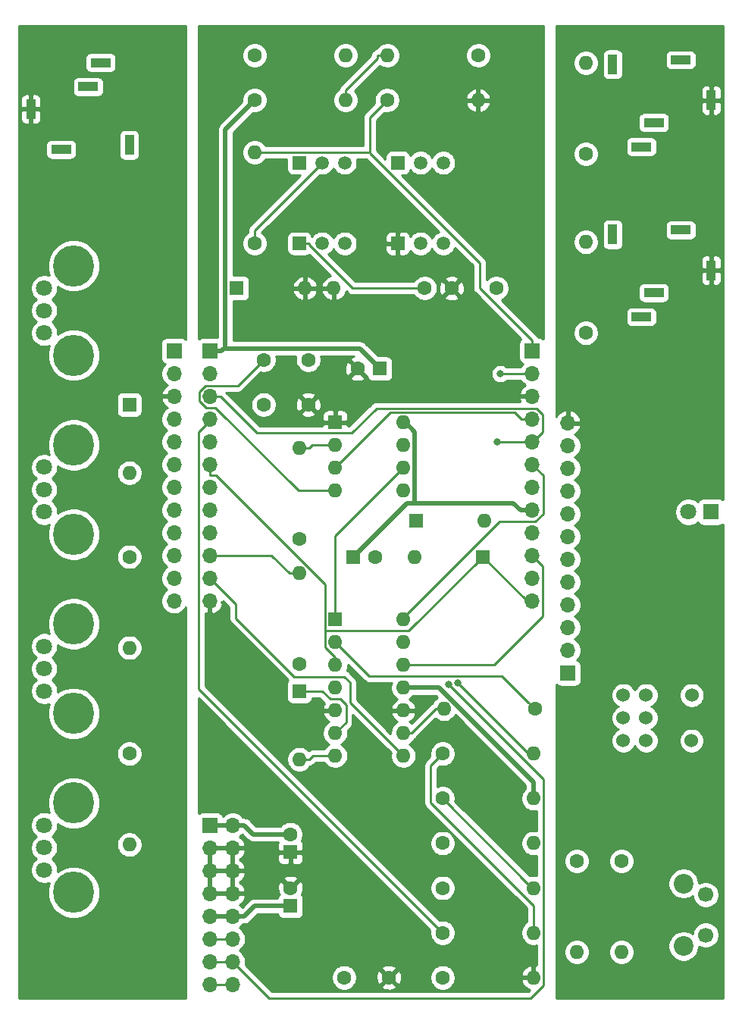
<source format=gbr>
G04 #@! TF.GenerationSoftware,KiCad,Pcbnew,(5.1.5)-3*
G04 #@! TF.CreationDate,2020-11-25T22:35:52-07:00*
G04 #@! TF.ProjectId,ADSR_Envelope_THT,41445352-5f45-46e7-9665-6c6f70655f54,rev?*
G04 #@! TF.SameCoordinates,Original*
G04 #@! TF.FileFunction,Copper,L2,Bot*
G04 #@! TF.FilePolarity,Positive*
%FSLAX46Y46*%
G04 Gerber Fmt 4.6, Leading zero omitted, Abs format (unit mm)*
G04 Created by KiCad (PCBNEW (5.1.5)-3) date 2020-11-25 22:35:52*
%MOMM*%
%LPD*%
G04 APERTURE LIST*
%ADD10C,1.600000*%
%ADD11R,1.600000X1.600000*%
%ADD12O,1.600000X1.600000*%
%ADD13C,1.800000*%
%ADD14R,1.800000X1.800000*%
%ADD15R,1.000000X2.200000*%
%ADD16R,2.200000X1.000000*%
%ADD17O,1.700000X1.700000*%
%ADD18R,1.700000X1.700000*%
%ADD19C,1.520000*%
%ADD20R,1.520000X1.520000*%
%ADD21C,4.600000*%
%ADD22C,1.524000*%
%ADD23C,1.700000*%
%ADD24C,2.200000*%
%ADD25C,0.800000*%
%ADD26C,0.250000*%
%ADD27C,0.500000*%
%ADD28C,0.254000*%
G04 APERTURE END LIST*
D10*
X33000000Y-38000000D03*
X28000000Y-38000000D03*
X49000000Y-30000000D03*
X54000000Y-30000000D03*
X37000000Y-107000000D03*
X42000000Y-107000000D03*
X33000000Y-43000000D03*
X28000000Y-43000000D03*
X31000000Y-97000000D03*
D11*
X31000000Y-99000000D03*
D10*
X38500000Y-39000000D03*
D11*
X41000000Y-39000000D03*
X38000000Y-60000000D03*
D10*
X40500000Y-60000000D03*
D11*
X31000000Y-93000000D03*
D10*
X31000000Y-91000000D03*
D12*
X13000000Y-50620000D03*
D11*
X13000000Y-43000000D03*
X52500000Y-60000000D03*
D12*
X44880000Y-60000000D03*
X32620000Y-30000000D03*
D11*
X25000000Y-30000000D03*
D12*
X52620000Y-56000000D03*
D11*
X45000000Y-56000000D03*
X32000000Y-75000000D03*
D12*
X32000000Y-82620000D03*
D13*
X75460000Y-55000000D03*
D14*
X78000000Y-55000000D03*
D15*
X2000000Y-10000000D03*
D16*
X5400000Y-14500000D03*
D15*
X13000000Y-14000000D03*
D16*
X8400000Y-7500000D03*
X9800000Y-4800000D03*
D15*
X78000000Y-28000000D03*
D16*
X74600000Y-23500000D03*
D15*
X67000000Y-24000000D03*
D16*
X71600000Y-30500000D03*
X70200000Y-33200000D03*
D17*
X24540000Y-107780000D03*
X22000000Y-107780000D03*
X24540000Y-105240000D03*
X22000000Y-105240000D03*
X24540000Y-102700000D03*
X22000000Y-102700000D03*
X24540000Y-100160000D03*
X22000000Y-100160000D03*
X24540000Y-97620000D03*
X22000000Y-97620000D03*
X24540000Y-95080000D03*
X22000000Y-95080000D03*
X24540000Y-92540000D03*
X22000000Y-92540000D03*
X24540000Y-90000000D03*
D18*
X22000000Y-90000000D03*
D16*
X70200000Y-14200000D03*
X71600000Y-11500000D03*
D15*
X67000000Y-5000000D03*
D16*
X74600000Y-4500000D03*
D15*
X78000000Y-9000000D03*
D19*
X45540000Y-16000000D03*
X48080000Y-16000000D03*
D20*
X43000000Y-16000000D03*
X43000000Y-25000000D03*
D19*
X48080000Y-25000000D03*
X45540000Y-25000000D03*
X34540000Y-16000000D03*
X37080000Y-16000000D03*
D20*
X32000000Y-16000000D03*
X32000000Y-25000000D03*
D19*
X37080000Y-25000000D03*
X34540000Y-25000000D03*
D12*
X13000000Y-70160000D03*
D10*
X13000000Y-60000000D03*
X52000000Y-4000000D03*
D12*
X41840000Y-4000000D03*
X32000000Y-47840000D03*
D10*
X32000000Y-58000000D03*
D12*
X63000000Y-104160000D03*
D10*
X63000000Y-94000000D03*
X48000000Y-92000000D03*
D12*
X58160000Y-92000000D03*
D10*
X27000000Y-4000000D03*
D12*
X37160000Y-4000000D03*
X37160000Y-9000000D03*
D10*
X27000000Y-9000000D03*
X48000000Y-82000000D03*
D12*
X58160000Y-82000000D03*
D10*
X68000000Y-94000000D03*
D12*
X68000000Y-104160000D03*
X58160000Y-102000000D03*
D10*
X48000000Y-102000000D03*
D12*
X58160000Y-107000000D03*
D10*
X48000000Y-107000000D03*
X27000000Y-25000000D03*
D12*
X27000000Y-14840000D03*
X13000000Y-92160000D03*
D10*
X13000000Y-82000000D03*
D12*
X51960000Y-9000000D03*
D10*
X41800000Y-9000000D03*
X46000000Y-30000000D03*
D12*
X35840000Y-30000000D03*
X64000000Y-24840000D03*
D10*
X64000000Y-35000000D03*
X58300000Y-77000000D03*
D12*
X48140000Y-77000000D03*
D10*
X64000000Y-15000000D03*
D12*
X64000000Y-4840000D03*
X58160000Y-97000000D03*
D10*
X48000000Y-97000000D03*
X48000000Y-87000000D03*
D12*
X58160000Y-87000000D03*
X32000000Y-61840000D03*
D10*
X32000000Y-72000000D03*
D13*
X3500000Y-75000000D03*
X3500000Y-72500000D03*
X3500000Y-70000000D03*
D21*
X6800000Y-77500000D03*
X6800000Y-67500000D03*
X6800000Y-47500000D03*
X6800000Y-57500000D03*
D13*
X3500000Y-50000000D03*
X3500000Y-52500000D03*
X3500000Y-55000000D03*
D21*
X6800000Y-27500000D03*
X6800000Y-37500000D03*
D13*
X3500000Y-30000000D03*
X3500000Y-32500000D03*
X3500000Y-35000000D03*
X3500000Y-95000000D03*
X3500000Y-92500000D03*
X3500000Y-90000000D03*
D21*
X6800000Y-97500000D03*
X6800000Y-87500000D03*
D22*
X70730000Y-75460000D03*
X70730000Y-78000000D03*
X70730000Y-80540000D03*
X68190000Y-75460000D03*
X68190000Y-78000000D03*
X68190000Y-80540000D03*
X75810000Y-80540000D03*
X75840000Y-75460000D03*
D12*
X43620000Y-67000000D03*
X36000000Y-82240000D03*
X43620000Y-69540000D03*
X36000000Y-79700000D03*
X43620000Y-72080000D03*
X36000000Y-77160000D03*
X43620000Y-74620000D03*
X36000000Y-74620000D03*
X43620000Y-77160000D03*
X36000000Y-72080000D03*
X43620000Y-79700000D03*
X36000000Y-69540000D03*
X43620000Y-82240000D03*
D11*
X36000000Y-67000000D03*
D12*
X43620000Y-45000000D03*
X36000000Y-52620000D03*
X43620000Y-47540000D03*
X36000000Y-50080000D03*
X43620000Y-50080000D03*
X36000000Y-47540000D03*
X43620000Y-52620000D03*
D11*
X36000000Y-45000000D03*
D17*
X62000000Y-45060000D03*
X62000000Y-47600000D03*
X62000000Y-50140000D03*
X62000000Y-52680000D03*
X62000000Y-55220000D03*
X62000000Y-57760000D03*
X62000000Y-60300000D03*
X62000000Y-62840000D03*
X62000000Y-65380000D03*
X62000000Y-67920000D03*
X62000000Y-70460000D03*
D18*
X62000000Y-73000000D03*
X22000000Y-37000000D03*
D17*
X22000000Y-39540000D03*
X22000000Y-42080000D03*
X22000000Y-44620000D03*
X22000000Y-47160000D03*
X22000000Y-49700000D03*
X22000000Y-52240000D03*
X22000000Y-54780000D03*
X22000000Y-57320000D03*
X22000000Y-59860000D03*
X22000000Y-62400000D03*
X22000000Y-64940000D03*
X18000000Y-64940000D03*
X18000000Y-62400000D03*
X18000000Y-59860000D03*
X18000000Y-57320000D03*
X18000000Y-54780000D03*
X18000000Y-52240000D03*
X18000000Y-49700000D03*
X18000000Y-47160000D03*
X18000000Y-44620000D03*
X18000000Y-42080000D03*
X18000000Y-39540000D03*
D18*
X18000000Y-37000000D03*
X58000000Y-37000000D03*
D17*
X58000000Y-39540000D03*
X58000000Y-42080000D03*
X58000000Y-44620000D03*
X58000000Y-47160000D03*
X58000000Y-49700000D03*
X58000000Y-52240000D03*
X58000000Y-54780000D03*
X58000000Y-57320000D03*
X58000000Y-59860000D03*
X58000000Y-62400000D03*
X58000000Y-64940000D03*
D23*
X77400000Y-97750000D03*
X77400000Y-102250000D03*
D24*
X74900000Y-96500000D03*
X74900000Y-103500000D03*
D25*
X21399500Y-1270000D03*
X58547000Y-1333500D03*
X29146500Y-108140500D03*
X21209000Y-87757000D03*
X50546000Y-41783000D03*
X50609500Y-37020500D03*
X50609500Y-32639000D03*
X54446010Y-39560500D03*
X48641000Y-74231500D03*
X49657000Y-74104500D03*
X54102000Y-47180500D03*
X18796000Y-108839000D03*
X1143000Y-108902500D03*
X1206500Y-1143000D03*
X18796000Y-1270000D03*
X64356000Y-51435000D03*
X78707000Y-52832000D03*
X64356000Y-58166000D03*
X78834000Y-95123000D03*
X78834000Y-57658000D03*
X61562000Y-108712000D03*
X78707000Y-108839000D03*
D26*
X36000000Y-52620000D02*
X31900200Y-52620000D01*
X31900200Y-52620000D02*
X22630200Y-43350000D01*
X22630200Y-43350000D02*
X21576300Y-43350000D01*
X21576300Y-43350000D02*
X20822100Y-42595800D01*
X20822100Y-42595800D02*
X20822100Y-41576100D01*
X20822100Y-41576100D02*
X21504000Y-40894200D01*
X21504000Y-40894200D02*
X25105800Y-40894200D01*
X25105800Y-40894200D02*
X28000000Y-38000000D01*
X41840000Y-4000000D02*
X40714700Y-4000000D01*
X37160000Y-9000000D02*
X37160000Y-7874700D01*
X37160000Y-7874700D02*
X40714700Y-4320000D01*
X40714700Y-4320000D02*
X40714700Y-4000000D01*
D27*
X44917300Y-53992900D02*
X44007100Y-53992900D01*
X44007100Y-53992900D02*
X38000000Y-60000000D01*
X56699700Y-54780000D02*
X55912600Y-53992900D01*
X55912600Y-53992900D02*
X44917300Y-53992900D01*
X58000000Y-54780000D02*
X56699700Y-54780000D01*
X24540000Y-100160000D02*
X25840300Y-100160000D01*
X31000000Y-99000000D02*
X27000300Y-99000000D01*
X27000300Y-99000000D02*
X25840300Y-100160000D01*
X23740600Y-36741400D02*
X23558900Y-36741400D01*
X23558900Y-36741400D02*
X23300300Y-37000000D01*
X41000000Y-39000000D02*
X38741400Y-36741400D01*
X38741400Y-36741400D02*
X23740600Y-36741400D01*
X23740600Y-36741400D02*
X23740600Y-12259400D01*
X23740600Y-12259400D02*
X27000000Y-9000000D01*
X22000000Y-37000000D02*
X23300300Y-37000000D01*
X22000000Y-100160000D02*
X24540000Y-100160000D01*
X44894500Y-53970100D02*
X44917300Y-53992900D01*
X44894500Y-46037500D02*
X44894500Y-53970100D01*
X43620000Y-45000000D02*
X43857000Y-45000000D01*
X43857000Y-45000000D02*
X44894500Y-46037500D01*
X43620000Y-74620000D02*
X47586000Y-74620000D01*
X47586000Y-74620000D02*
X58160000Y-85194000D01*
X58160000Y-85194000D02*
X58160000Y-87000000D01*
X24540000Y-90000000D02*
X25840300Y-90000000D01*
X31000000Y-91000000D02*
X26840300Y-91000000D01*
X26840300Y-91000000D02*
X25840300Y-90000000D01*
X22000000Y-90000000D02*
X24540000Y-90000000D01*
D26*
X46672500Y-83327500D02*
X48000000Y-82000000D01*
X58160000Y-102000000D02*
X58160000Y-98960100D01*
X46672500Y-87472600D02*
X46672500Y-83327500D01*
X58160000Y-98960100D02*
X46672500Y-87472600D01*
X22000000Y-107780000D02*
X24540000Y-107780000D01*
X22000000Y-102700000D02*
X24540000Y-102700000D01*
X32000000Y-47840000D02*
X33125300Y-47840000D01*
X36000000Y-47540000D02*
X33425300Y-47540000D01*
X33425300Y-47540000D02*
X33125300Y-47840000D01*
X32000000Y-25000000D02*
X33085300Y-25000000D01*
X46000000Y-30000000D02*
X37949500Y-30000000D01*
X37949500Y-30000000D02*
X33085300Y-25135800D01*
X33085300Y-25135800D02*
X33085300Y-25000000D01*
X58000000Y-97000000D02*
X58160000Y-97000000D01*
X48000000Y-87000000D02*
X58000000Y-97000000D01*
X43620000Y-79700000D02*
X44506000Y-79700000D01*
X47206000Y-77000000D02*
X48140000Y-77000000D01*
X44506000Y-79700000D02*
X47206000Y-77000000D01*
X22000000Y-50875300D02*
X22661100Y-50875300D01*
X22661100Y-50875300D02*
X34874700Y-63088900D01*
X34874700Y-63088900D02*
X34874700Y-68189000D01*
X22000000Y-49700000D02*
X22000000Y-50875300D01*
X36000000Y-71236100D02*
X36000000Y-72080000D01*
X34874700Y-68189000D02*
X34874700Y-70110800D01*
X34874700Y-70110800D02*
X36000000Y-71236100D01*
X52458500Y-60000000D02*
X52500000Y-60000000D01*
X44196000Y-68262500D02*
X52458500Y-60000000D01*
X34874700Y-68189000D02*
X34948200Y-68262500D01*
X34948200Y-68262500D02*
X44196000Y-68262500D01*
X52507000Y-60000000D02*
X52500000Y-60000000D01*
X58000000Y-64940000D02*
X57447000Y-64940000D01*
X57447000Y-64940000D02*
X52507000Y-60000000D01*
X34540000Y-16000000D02*
X27000000Y-23540000D01*
X27000000Y-23540000D02*
X27000000Y-25000000D01*
X33401000Y-74993500D02*
X33394500Y-75000000D01*
X35433000Y-75882500D02*
X34544000Y-74993500D01*
X36000000Y-79697000D02*
X37211000Y-78486000D01*
X36000000Y-79700000D02*
X36000000Y-79697000D01*
X37211000Y-78486000D02*
X37211000Y-76517500D01*
X33394500Y-75000000D02*
X32000000Y-75000000D01*
X34544000Y-74993500D02*
X33401000Y-74993500D01*
X36576000Y-75882500D02*
X35433000Y-75882500D01*
X37211000Y-76517500D02*
X36576000Y-75882500D01*
X32000000Y-82620000D02*
X33125300Y-82620000D01*
X36000000Y-82240000D02*
X33505300Y-82240000D01*
X33505300Y-82240000D02*
X33125300Y-82620000D01*
X22000000Y-105240000D02*
X24540000Y-105240000D01*
X58000000Y-39540000D02*
X54466510Y-39540000D01*
X54466510Y-39540000D02*
X54446010Y-39560500D01*
X59285001Y-84875501D02*
X48641000Y-74231500D01*
X59285001Y-107910499D02*
X59285001Y-84875501D01*
X57848500Y-109347000D02*
X59285001Y-107910499D01*
X24540000Y-105240000D02*
X28647000Y-109347000D01*
X28647000Y-109347000D02*
X57848500Y-109347000D01*
X40608900Y-43423000D02*
X37861100Y-46170800D01*
X58059500Y-47160000D02*
X59177900Y-46041600D01*
X23175300Y-42080000D02*
X22000000Y-42080000D01*
X58000000Y-47160000D02*
X58059500Y-47160000D01*
X27266100Y-46170800D02*
X23175300Y-42080000D01*
X37861100Y-46170800D02*
X27266100Y-46170800D01*
X59177900Y-46041600D02*
X59177900Y-44087000D01*
X59177900Y-44087000D02*
X58513900Y-43423000D01*
X58513900Y-43423000D02*
X40608900Y-43423000D01*
X57979500Y-47180500D02*
X58000000Y-47160000D01*
X54102000Y-47180500D02*
X57979500Y-47180500D01*
X57552500Y-82000000D02*
X49657000Y-74104500D01*
X58160000Y-82000000D02*
X57552500Y-82000000D01*
X20764500Y-74764500D02*
X48000000Y-102000000D01*
X20764500Y-46037500D02*
X20764500Y-74764500D01*
X22000000Y-44620000D02*
X22000000Y-44802000D01*
X22000000Y-44802000D02*
X20764500Y-46037500D01*
X32000000Y-61840000D02*
X30874700Y-61840000D01*
X22000000Y-59860000D02*
X28894700Y-59860000D01*
X28894700Y-59860000D02*
X30874700Y-61840000D01*
X36000000Y-57662500D02*
X36000000Y-67000000D01*
X43620000Y-50080000D02*
X43620000Y-50042500D01*
X43620000Y-50042500D02*
X36000000Y-57662500D01*
X54615998Y-73315998D02*
X57500001Y-76200001D01*
X36000000Y-69540000D02*
X39775998Y-73315998D01*
X39775998Y-73315998D02*
X54615998Y-73315998D01*
X57500001Y-76200001D02*
X58300000Y-77000000D01*
X43620000Y-82240000D02*
X37661011Y-76281011D01*
X24892000Y-65292000D02*
X22849999Y-63249999D01*
X37020500Y-73406000D02*
X31432500Y-73406000D01*
X37661011Y-74046511D02*
X37020500Y-73406000D01*
X22849999Y-63249999D02*
X22000000Y-62400000D01*
X24892000Y-66865500D02*
X24892000Y-65292000D01*
X31432500Y-73406000D02*
X24892000Y-66865500D01*
X37661011Y-76281011D02*
X37661011Y-74046511D01*
X39870100Y-14840000D02*
X39870100Y-14905000D01*
X39870100Y-14905000D02*
X52125400Y-27160300D01*
X52125400Y-27160300D02*
X52125400Y-29950100D01*
X52125400Y-29950100D02*
X58000000Y-35824700D01*
X41800000Y-9000000D02*
X39870100Y-10929900D01*
X39870100Y-10929900D02*
X39870100Y-14840000D01*
X27000000Y-14840000D02*
X39870100Y-14840000D01*
X58000000Y-37000000D02*
X58000000Y-35824700D01*
X42169100Y-43873400D02*
X56078100Y-43873400D01*
X56078100Y-43873400D02*
X56824700Y-44620000D01*
X36000000Y-50080000D02*
X36000000Y-50042500D01*
X56824700Y-44620000D02*
X58000000Y-44620000D01*
X36000000Y-50042500D02*
X42169100Y-43873400D01*
X43620000Y-66801800D02*
X43620000Y-67000000D01*
X54351300Y-56070500D02*
X43620000Y-66801800D01*
X58018500Y-49700000D02*
X59231900Y-50913400D01*
X58000000Y-49700000D02*
X58018500Y-49700000D01*
X59231900Y-50913400D02*
X59231900Y-55213200D01*
X59231900Y-55213200D02*
X58374600Y-56070500D01*
X58374600Y-56070500D02*
X54351300Y-56070500D01*
X59175400Y-66681600D02*
X53777000Y-72080000D01*
X59175400Y-61016900D02*
X59175400Y-66681600D01*
X53777000Y-72080000D02*
X43620000Y-72080000D01*
X58000000Y-59860000D02*
X58018500Y-59860000D01*
X58018500Y-59860000D02*
X59175400Y-61016900D01*
D28*
G36*
X19304000Y-35702245D02*
G01*
X19301185Y-35698815D01*
X19204494Y-35619463D01*
X19094180Y-35560498D01*
X18974482Y-35524188D01*
X18850000Y-35511928D01*
X17150000Y-35511928D01*
X17025518Y-35524188D01*
X16905820Y-35560498D01*
X16795506Y-35619463D01*
X16698815Y-35698815D01*
X16619463Y-35795506D01*
X16560498Y-35905820D01*
X16524188Y-36025518D01*
X16511928Y-36150000D01*
X16511928Y-37850000D01*
X16524188Y-37974482D01*
X16560498Y-38094180D01*
X16619463Y-38204494D01*
X16698815Y-38301185D01*
X16795506Y-38380537D01*
X16905820Y-38439502D01*
X16978380Y-38461513D01*
X16846525Y-38593368D01*
X16684010Y-38836589D01*
X16572068Y-39106842D01*
X16515000Y-39393740D01*
X16515000Y-39686260D01*
X16572068Y-39973158D01*
X16684010Y-40243411D01*
X16846525Y-40486632D01*
X17053368Y-40693475D01*
X17235534Y-40815195D01*
X17118645Y-40884822D01*
X16902412Y-41079731D01*
X16728359Y-41313080D01*
X16603175Y-41575901D01*
X16558524Y-41723110D01*
X16679845Y-41953000D01*
X17873000Y-41953000D01*
X17873000Y-41933000D01*
X18127000Y-41933000D01*
X18127000Y-41953000D01*
X18147000Y-41953000D01*
X18147000Y-42207000D01*
X18127000Y-42207000D01*
X18127000Y-42227000D01*
X17873000Y-42227000D01*
X17873000Y-42207000D01*
X16679845Y-42207000D01*
X16558524Y-42436890D01*
X16603175Y-42584099D01*
X16728359Y-42846920D01*
X16902412Y-43080269D01*
X17118645Y-43275178D01*
X17235534Y-43344805D01*
X17053368Y-43466525D01*
X16846525Y-43673368D01*
X16684010Y-43916589D01*
X16572068Y-44186842D01*
X16515000Y-44473740D01*
X16515000Y-44766260D01*
X16572068Y-45053158D01*
X16684010Y-45323411D01*
X16846525Y-45566632D01*
X17053368Y-45773475D01*
X17227760Y-45890000D01*
X17053368Y-46006525D01*
X16846525Y-46213368D01*
X16684010Y-46456589D01*
X16572068Y-46726842D01*
X16515000Y-47013740D01*
X16515000Y-47306260D01*
X16572068Y-47593158D01*
X16684010Y-47863411D01*
X16846525Y-48106632D01*
X17053368Y-48313475D01*
X17227760Y-48430000D01*
X17053368Y-48546525D01*
X16846525Y-48753368D01*
X16684010Y-48996589D01*
X16572068Y-49266842D01*
X16515000Y-49553740D01*
X16515000Y-49846260D01*
X16572068Y-50133158D01*
X16684010Y-50403411D01*
X16846525Y-50646632D01*
X17053368Y-50853475D01*
X17227760Y-50970000D01*
X17053368Y-51086525D01*
X16846525Y-51293368D01*
X16684010Y-51536589D01*
X16572068Y-51806842D01*
X16515000Y-52093740D01*
X16515000Y-52386260D01*
X16572068Y-52673158D01*
X16684010Y-52943411D01*
X16846525Y-53186632D01*
X17053368Y-53393475D01*
X17227760Y-53510000D01*
X17053368Y-53626525D01*
X16846525Y-53833368D01*
X16684010Y-54076589D01*
X16572068Y-54346842D01*
X16515000Y-54633740D01*
X16515000Y-54926260D01*
X16572068Y-55213158D01*
X16684010Y-55483411D01*
X16846525Y-55726632D01*
X17053368Y-55933475D01*
X17227760Y-56050000D01*
X17053368Y-56166525D01*
X16846525Y-56373368D01*
X16684010Y-56616589D01*
X16572068Y-56886842D01*
X16515000Y-57173740D01*
X16515000Y-57466260D01*
X16572068Y-57753158D01*
X16684010Y-58023411D01*
X16846525Y-58266632D01*
X17053368Y-58473475D01*
X17227760Y-58590000D01*
X17053368Y-58706525D01*
X16846525Y-58913368D01*
X16684010Y-59156589D01*
X16572068Y-59426842D01*
X16515000Y-59713740D01*
X16515000Y-60006260D01*
X16572068Y-60293158D01*
X16684010Y-60563411D01*
X16846525Y-60806632D01*
X17053368Y-61013475D01*
X17227760Y-61130000D01*
X17053368Y-61246525D01*
X16846525Y-61453368D01*
X16684010Y-61696589D01*
X16572068Y-61966842D01*
X16515000Y-62253740D01*
X16515000Y-62546260D01*
X16572068Y-62833158D01*
X16684010Y-63103411D01*
X16846525Y-63346632D01*
X17053368Y-63553475D01*
X17227760Y-63670000D01*
X17053368Y-63786525D01*
X16846525Y-63993368D01*
X16684010Y-64236589D01*
X16572068Y-64506842D01*
X16515000Y-64793740D01*
X16515000Y-65086260D01*
X16572068Y-65373158D01*
X16684010Y-65643411D01*
X16846525Y-65886632D01*
X17053368Y-66093475D01*
X17296589Y-66255990D01*
X17566842Y-66367932D01*
X17853740Y-66425000D01*
X18146260Y-66425000D01*
X18433158Y-66367932D01*
X18703411Y-66255990D01*
X18946632Y-66093475D01*
X19153475Y-65886632D01*
X19304000Y-65661355D01*
X19304000Y-109340000D01*
X660000Y-109340000D01*
X660000Y-89848816D01*
X1965000Y-89848816D01*
X1965000Y-90151184D01*
X2023989Y-90447743D01*
X2139701Y-90727095D01*
X2307688Y-90978505D01*
X2521495Y-91192312D01*
X2607831Y-91250000D01*
X2521495Y-91307688D01*
X2307688Y-91521495D01*
X2139701Y-91772905D01*
X2023989Y-92052257D01*
X1965000Y-92348816D01*
X1965000Y-92651184D01*
X2023989Y-92947743D01*
X2139701Y-93227095D01*
X2307688Y-93478505D01*
X2521495Y-93692312D01*
X2607831Y-93750000D01*
X2521495Y-93807688D01*
X2307688Y-94021495D01*
X2139701Y-94272905D01*
X2023989Y-94552257D01*
X1965000Y-94848816D01*
X1965000Y-95151184D01*
X2023989Y-95447743D01*
X2139701Y-95727095D01*
X2307688Y-95978505D01*
X2521495Y-96192312D01*
X2772905Y-96360299D01*
X3052257Y-96476011D01*
X3348816Y-96535000D01*
X3651184Y-96535000D01*
X3947743Y-96476011D01*
X4067955Y-96426217D01*
X3977791Y-96643892D01*
X3865000Y-97210928D01*
X3865000Y-97789072D01*
X3977791Y-98356108D01*
X4199037Y-98890244D01*
X4520237Y-99370953D01*
X4929047Y-99779763D01*
X5409756Y-100100963D01*
X5943892Y-100322209D01*
X6510928Y-100435000D01*
X7089072Y-100435000D01*
X7656108Y-100322209D01*
X8190244Y-100100963D01*
X8670953Y-99779763D01*
X9079763Y-99370953D01*
X9400963Y-98890244D01*
X9622209Y-98356108D01*
X9735000Y-97789072D01*
X9735000Y-97210928D01*
X9622209Y-96643892D01*
X9400963Y-96109756D01*
X9079763Y-95629047D01*
X8670953Y-95220237D01*
X8190244Y-94899037D01*
X7656108Y-94677791D01*
X7089072Y-94565000D01*
X6510928Y-94565000D01*
X5943892Y-94677791D01*
X5409756Y-94899037D01*
X5035000Y-95149441D01*
X5035000Y-94848816D01*
X4976011Y-94552257D01*
X4860299Y-94272905D01*
X4692312Y-94021495D01*
X4478505Y-93807688D01*
X4392169Y-93750000D01*
X4478505Y-93692312D01*
X4692312Y-93478505D01*
X4860299Y-93227095D01*
X4976011Y-92947743D01*
X5035000Y-92651184D01*
X5035000Y-92348816D01*
X4976011Y-92052257D01*
X4962097Y-92018665D01*
X11565000Y-92018665D01*
X11565000Y-92301335D01*
X11620147Y-92578574D01*
X11728320Y-92839727D01*
X11885363Y-93074759D01*
X12085241Y-93274637D01*
X12320273Y-93431680D01*
X12581426Y-93539853D01*
X12858665Y-93595000D01*
X13141335Y-93595000D01*
X13418574Y-93539853D01*
X13679727Y-93431680D01*
X13914759Y-93274637D01*
X14114637Y-93074759D01*
X14271680Y-92839727D01*
X14379853Y-92578574D01*
X14435000Y-92301335D01*
X14435000Y-92018665D01*
X14379853Y-91741426D01*
X14271680Y-91480273D01*
X14114637Y-91245241D01*
X13914759Y-91045363D01*
X13679727Y-90888320D01*
X13418574Y-90780147D01*
X13141335Y-90725000D01*
X12858665Y-90725000D01*
X12581426Y-90780147D01*
X12320273Y-90888320D01*
X12085241Y-91045363D01*
X11885363Y-91245241D01*
X11728320Y-91480273D01*
X11620147Y-91741426D01*
X11565000Y-92018665D01*
X4962097Y-92018665D01*
X4860299Y-91772905D01*
X4692312Y-91521495D01*
X4478505Y-91307688D01*
X4392169Y-91250000D01*
X4478505Y-91192312D01*
X4692312Y-90978505D01*
X4860299Y-90727095D01*
X4976011Y-90447743D01*
X5035000Y-90151184D01*
X5035000Y-89850559D01*
X5409756Y-90100963D01*
X5943892Y-90322209D01*
X6510928Y-90435000D01*
X7089072Y-90435000D01*
X7656108Y-90322209D01*
X8190244Y-90100963D01*
X8670953Y-89779763D01*
X9079763Y-89370953D01*
X9400963Y-88890244D01*
X9622209Y-88356108D01*
X9735000Y-87789072D01*
X9735000Y-87210928D01*
X9622209Y-86643892D01*
X9400963Y-86109756D01*
X9079763Y-85629047D01*
X8670953Y-85220237D01*
X8190244Y-84899037D01*
X7656108Y-84677791D01*
X7089072Y-84565000D01*
X6510928Y-84565000D01*
X5943892Y-84677791D01*
X5409756Y-84899037D01*
X4929047Y-85220237D01*
X4520237Y-85629047D01*
X4199037Y-86109756D01*
X3977791Y-86643892D01*
X3865000Y-87210928D01*
X3865000Y-87789072D01*
X3977791Y-88356108D01*
X4067955Y-88573783D01*
X3947743Y-88523989D01*
X3651184Y-88465000D01*
X3348816Y-88465000D01*
X3052257Y-88523989D01*
X2772905Y-88639701D01*
X2521495Y-88807688D01*
X2307688Y-89021495D01*
X2139701Y-89272905D01*
X2023989Y-89552257D01*
X1965000Y-89848816D01*
X660000Y-89848816D01*
X660000Y-81858665D01*
X11565000Y-81858665D01*
X11565000Y-82141335D01*
X11620147Y-82418574D01*
X11728320Y-82679727D01*
X11885363Y-82914759D01*
X12085241Y-83114637D01*
X12320273Y-83271680D01*
X12581426Y-83379853D01*
X12858665Y-83435000D01*
X13141335Y-83435000D01*
X13418574Y-83379853D01*
X13679727Y-83271680D01*
X13914759Y-83114637D01*
X14114637Y-82914759D01*
X14271680Y-82679727D01*
X14379853Y-82418574D01*
X14435000Y-82141335D01*
X14435000Y-81858665D01*
X14379853Y-81581426D01*
X14271680Y-81320273D01*
X14114637Y-81085241D01*
X13914759Y-80885363D01*
X13679727Y-80728320D01*
X13418574Y-80620147D01*
X13141335Y-80565000D01*
X12858665Y-80565000D01*
X12581426Y-80620147D01*
X12320273Y-80728320D01*
X12085241Y-80885363D01*
X11885363Y-81085241D01*
X11728320Y-81320273D01*
X11620147Y-81581426D01*
X11565000Y-81858665D01*
X660000Y-81858665D01*
X660000Y-69848816D01*
X1965000Y-69848816D01*
X1965000Y-70151184D01*
X2023989Y-70447743D01*
X2139701Y-70727095D01*
X2307688Y-70978505D01*
X2521495Y-71192312D01*
X2607831Y-71250000D01*
X2521495Y-71307688D01*
X2307688Y-71521495D01*
X2139701Y-71772905D01*
X2023989Y-72052257D01*
X1965000Y-72348816D01*
X1965000Y-72651184D01*
X2023989Y-72947743D01*
X2139701Y-73227095D01*
X2307688Y-73478505D01*
X2521495Y-73692312D01*
X2607831Y-73750000D01*
X2521495Y-73807688D01*
X2307688Y-74021495D01*
X2139701Y-74272905D01*
X2023989Y-74552257D01*
X1965000Y-74848816D01*
X1965000Y-75151184D01*
X2023989Y-75447743D01*
X2139701Y-75727095D01*
X2307688Y-75978505D01*
X2521495Y-76192312D01*
X2772905Y-76360299D01*
X3052257Y-76476011D01*
X3348816Y-76535000D01*
X3651184Y-76535000D01*
X3947743Y-76476011D01*
X4067955Y-76426217D01*
X3977791Y-76643892D01*
X3865000Y-77210928D01*
X3865000Y-77789072D01*
X3977791Y-78356108D01*
X4199037Y-78890244D01*
X4520237Y-79370953D01*
X4929047Y-79779763D01*
X5409756Y-80100963D01*
X5943892Y-80322209D01*
X6510928Y-80435000D01*
X7089072Y-80435000D01*
X7656108Y-80322209D01*
X8190244Y-80100963D01*
X8670953Y-79779763D01*
X9079763Y-79370953D01*
X9400963Y-78890244D01*
X9622209Y-78356108D01*
X9735000Y-77789072D01*
X9735000Y-77210928D01*
X9622209Y-76643892D01*
X9400963Y-76109756D01*
X9079763Y-75629047D01*
X8670953Y-75220237D01*
X8190244Y-74899037D01*
X7656108Y-74677791D01*
X7089072Y-74565000D01*
X6510928Y-74565000D01*
X5943892Y-74677791D01*
X5409756Y-74899037D01*
X5035000Y-75149441D01*
X5035000Y-74848816D01*
X4976011Y-74552257D01*
X4860299Y-74272905D01*
X4692312Y-74021495D01*
X4478505Y-73807688D01*
X4392169Y-73750000D01*
X4478505Y-73692312D01*
X4692312Y-73478505D01*
X4860299Y-73227095D01*
X4976011Y-72947743D01*
X5035000Y-72651184D01*
X5035000Y-72348816D01*
X4976011Y-72052257D01*
X4860299Y-71772905D01*
X4692312Y-71521495D01*
X4478505Y-71307688D01*
X4392169Y-71250000D01*
X4478505Y-71192312D01*
X4692312Y-70978505D01*
X4860299Y-70727095D01*
X4976011Y-70447743D01*
X5035000Y-70151184D01*
X5035000Y-69850559D01*
X5409756Y-70100963D01*
X5943892Y-70322209D01*
X6510928Y-70435000D01*
X7089072Y-70435000D01*
X7656108Y-70322209D01*
X8190244Y-70100963D01*
X8313411Y-70018665D01*
X11565000Y-70018665D01*
X11565000Y-70301335D01*
X11620147Y-70578574D01*
X11728320Y-70839727D01*
X11885363Y-71074759D01*
X12085241Y-71274637D01*
X12320273Y-71431680D01*
X12581426Y-71539853D01*
X12858665Y-71595000D01*
X13141335Y-71595000D01*
X13418574Y-71539853D01*
X13679727Y-71431680D01*
X13914759Y-71274637D01*
X14114637Y-71074759D01*
X14271680Y-70839727D01*
X14379853Y-70578574D01*
X14435000Y-70301335D01*
X14435000Y-70018665D01*
X14379853Y-69741426D01*
X14271680Y-69480273D01*
X14114637Y-69245241D01*
X13914759Y-69045363D01*
X13679727Y-68888320D01*
X13418574Y-68780147D01*
X13141335Y-68725000D01*
X12858665Y-68725000D01*
X12581426Y-68780147D01*
X12320273Y-68888320D01*
X12085241Y-69045363D01*
X11885363Y-69245241D01*
X11728320Y-69480273D01*
X11620147Y-69741426D01*
X11565000Y-70018665D01*
X8313411Y-70018665D01*
X8670953Y-69779763D01*
X9079763Y-69370953D01*
X9400963Y-68890244D01*
X9622209Y-68356108D01*
X9735000Y-67789072D01*
X9735000Y-67210928D01*
X9622209Y-66643892D01*
X9400963Y-66109756D01*
X9079763Y-65629047D01*
X8670953Y-65220237D01*
X8190244Y-64899037D01*
X7656108Y-64677791D01*
X7089072Y-64565000D01*
X6510928Y-64565000D01*
X5943892Y-64677791D01*
X5409756Y-64899037D01*
X4929047Y-65220237D01*
X4520237Y-65629047D01*
X4199037Y-66109756D01*
X3977791Y-66643892D01*
X3865000Y-67210928D01*
X3865000Y-67789072D01*
X3977791Y-68356108D01*
X4067955Y-68573783D01*
X3947743Y-68523989D01*
X3651184Y-68465000D01*
X3348816Y-68465000D01*
X3052257Y-68523989D01*
X2772905Y-68639701D01*
X2521495Y-68807688D01*
X2307688Y-69021495D01*
X2139701Y-69272905D01*
X2023989Y-69552257D01*
X1965000Y-69848816D01*
X660000Y-69848816D01*
X660000Y-49848816D01*
X1965000Y-49848816D01*
X1965000Y-50151184D01*
X2023989Y-50447743D01*
X2139701Y-50727095D01*
X2307688Y-50978505D01*
X2521495Y-51192312D01*
X2607831Y-51250000D01*
X2521495Y-51307688D01*
X2307688Y-51521495D01*
X2139701Y-51772905D01*
X2023989Y-52052257D01*
X1965000Y-52348816D01*
X1965000Y-52651184D01*
X2023989Y-52947743D01*
X2139701Y-53227095D01*
X2307688Y-53478505D01*
X2521495Y-53692312D01*
X2607831Y-53750000D01*
X2521495Y-53807688D01*
X2307688Y-54021495D01*
X2139701Y-54272905D01*
X2023989Y-54552257D01*
X1965000Y-54848816D01*
X1965000Y-55151184D01*
X2023989Y-55447743D01*
X2139701Y-55727095D01*
X2307688Y-55978505D01*
X2521495Y-56192312D01*
X2772905Y-56360299D01*
X3052257Y-56476011D01*
X3348816Y-56535000D01*
X3651184Y-56535000D01*
X3947743Y-56476011D01*
X4067955Y-56426217D01*
X3977791Y-56643892D01*
X3865000Y-57210928D01*
X3865000Y-57789072D01*
X3977791Y-58356108D01*
X4199037Y-58890244D01*
X4520237Y-59370953D01*
X4929047Y-59779763D01*
X5409756Y-60100963D01*
X5943892Y-60322209D01*
X6510928Y-60435000D01*
X7089072Y-60435000D01*
X7656108Y-60322209D01*
X8190244Y-60100963D01*
X8552868Y-59858665D01*
X11565000Y-59858665D01*
X11565000Y-60141335D01*
X11620147Y-60418574D01*
X11728320Y-60679727D01*
X11885363Y-60914759D01*
X12085241Y-61114637D01*
X12320273Y-61271680D01*
X12581426Y-61379853D01*
X12858665Y-61435000D01*
X13141335Y-61435000D01*
X13418574Y-61379853D01*
X13679727Y-61271680D01*
X13914759Y-61114637D01*
X14114637Y-60914759D01*
X14271680Y-60679727D01*
X14379853Y-60418574D01*
X14435000Y-60141335D01*
X14435000Y-59858665D01*
X14379853Y-59581426D01*
X14271680Y-59320273D01*
X14114637Y-59085241D01*
X13914759Y-58885363D01*
X13679727Y-58728320D01*
X13418574Y-58620147D01*
X13141335Y-58565000D01*
X12858665Y-58565000D01*
X12581426Y-58620147D01*
X12320273Y-58728320D01*
X12085241Y-58885363D01*
X11885363Y-59085241D01*
X11728320Y-59320273D01*
X11620147Y-59581426D01*
X11565000Y-59858665D01*
X8552868Y-59858665D01*
X8670953Y-59779763D01*
X9079763Y-59370953D01*
X9400963Y-58890244D01*
X9622209Y-58356108D01*
X9735000Y-57789072D01*
X9735000Y-57210928D01*
X9622209Y-56643892D01*
X9400963Y-56109756D01*
X9079763Y-55629047D01*
X8670953Y-55220237D01*
X8190244Y-54899037D01*
X7656108Y-54677791D01*
X7089072Y-54565000D01*
X6510928Y-54565000D01*
X5943892Y-54677791D01*
X5409756Y-54899037D01*
X5035000Y-55149441D01*
X5035000Y-54848816D01*
X4976011Y-54552257D01*
X4860299Y-54272905D01*
X4692312Y-54021495D01*
X4478505Y-53807688D01*
X4392169Y-53750000D01*
X4478505Y-53692312D01*
X4692312Y-53478505D01*
X4860299Y-53227095D01*
X4976011Y-52947743D01*
X5035000Y-52651184D01*
X5035000Y-52348816D01*
X4976011Y-52052257D01*
X4860299Y-51772905D01*
X4692312Y-51521495D01*
X4478505Y-51307688D01*
X4392169Y-51250000D01*
X4478505Y-51192312D01*
X4692312Y-50978505D01*
X4860299Y-50727095D01*
X4963202Y-50478665D01*
X11565000Y-50478665D01*
X11565000Y-50761335D01*
X11620147Y-51038574D01*
X11728320Y-51299727D01*
X11885363Y-51534759D01*
X12085241Y-51734637D01*
X12320273Y-51891680D01*
X12581426Y-51999853D01*
X12858665Y-52055000D01*
X13141335Y-52055000D01*
X13418574Y-51999853D01*
X13679727Y-51891680D01*
X13914759Y-51734637D01*
X14114637Y-51534759D01*
X14271680Y-51299727D01*
X14379853Y-51038574D01*
X14435000Y-50761335D01*
X14435000Y-50478665D01*
X14379853Y-50201426D01*
X14271680Y-49940273D01*
X14114637Y-49705241D01*
X13914759Y-49505363D01*
X13679727Y-49348320D01*
X13418574Y-49240147D01*
X13141335Y-49185000D01*
X12858665Y-49185000D01*
X12581426Y-49240147D01*
X12320273Y-49348320D01*
X12085241Y-49505363D01*
X11885363Y-49705241D01*
X11728320Y-49940273D01*
X11620147Y-50201426D01*
X11565000Y-50478665D01*
X4963202Y-50478665D01*
X4976011Y-50447743D01*
X5035000Y-50151184D01*
X5035000Y-49850559D01*
X5409756Y-50100963D01*
X5943892Y-50322209D01*
X6510928Y-50435000D01*
X7089072Y-50435000D01*
X7656108Y-50322209D01*
X8190244Y-50100963D01*
X8670953Y-49779763D01*
X9079763Y-49370953D01*
X9400963Y-48890244D01*
X9622209Y-48356108D01*
X9735000Y-47789072D01*
X9735000Y-47210928D01*
X9622209Y-46643892D01*
X9400963Y-46109756D01*
X9079763Y-45629047D01*
X8670953Y-45220237D01*
X8190244Y-44899037D01*
X7656108Y-44677791D01*
X7089072Y-44565000D01*
X6510928Y-44565000D01*
X5943892Y-44677791D01*
X5409756Y-44899037D01*
X4929047Y-45220237D01*
X4520237Y-45629047D01*
X4199037Y-46109756D01*
X3977791Y-46643892D01*
X3865000Y-47210928D01*
X3865000Y-47789072D01*
X3977791Y-48356108D01*
X4067955Y-48573783D01*
X3947743Y-48523989D01*
X3651184Y-48465000D01*
X3348816Y-48465000D01*
X3052257Y-48523989D01*
X2772905Y-48639701D01*
X2521495Y-48807688D01*
X2307688Y-49021495D01*
X2139701Y-49272905D01*
X2023989Y-49552257D01*
X1965000Y-49848816D01*
X660000Y-49848816D01*
X660000Y-42200000D01*
X11561928Y-42200000D01*
X11561928Y-43800000D01*
X11574188Y-43924482D01*
X11610498Y-44044180D01*
X11669463Y-44154494D01*
X11748815Y-44251185D01*
X11845506Y-44330537D01*
X11955820Y-44389502D01*
X12075518Y-44425812D01*
X12200000Y-44438072D01*
X13800000Y-44438072D01*
X13924482Y-44425812D01*
X14044180Y-44389502D01*
X14154494Y-44330537D01*
X14251185Y-44251185D01*
X14330537Y-44154494D01*
X14389502Y-44044180D01*
X14425812Y-43924482D01*
X14438072Y-43800000D01*
X14438072Y-42200000D01*
X14425812Y-42075518D01*
X14389502Y-41955820D01*
X14330537Y-41845506D01*
X14251185Y-41748815D01*
X14154494Y-41669463D01*
X14044180Y-41610498D01*
X13924482Y-41574188D01*
X13800000Y-41561928D01*
X12200000Y-41561928D01*
X12075518Y-41574188D01*
X11955820Y-41610498D01*
X11845506Y-41669463D01*
X11748815Y-41748815D01*
X11669463Y-41845506D01*
X11610498Y-41955820D01*
X11574188Y-42075518D01*
X11561928Y-42200000D01*
X660000Y-42200000D01*
X660000Y-29848816D01*
X1965000Y-29848816D01*
X1965000Y-30151184D01*
X2023989Y-30447743D01*
X2139701Y-30727095D01*
X2307688Y-30978505D01*
X2521495Y-31192312D01*
X2607831Y-31250000D01*
X2521495Y-31307688D01*
X2307688Y-31521495D01*
X2139701Y-31772905D01*
X2023989Y-32052257D01*
X1965000Y-32348816D01*
X1965000Y-32651184D01*
X2023989Y-32947743D01*
X2139701Y-33227095D01*
X2307688Y-33478505D01*
X2521495Y-33692312D01*
X2607831Y-33750000D01*
X2521495Y-33807688D01*
X2307688Y-34021495D01*
X2139701Y-34272905D01*
X2023989Y-34552257D01*
X1965000Y-34848816D01*
X1965000Y-35151184D01*
X2023989Y-35447743D01*
X2139701Y-35727095D01*
X2307688Y-35978505D01*
X2521495Y-36192312D01*
X2772905Y-36360299D01*
X3052257Y-36476011D01*
X3348816Y-36535000D01*
X3651184Y-36535000D01*
X3947743Y-36476011D01*
X4067955Y-36426217D01*
X3977791Y-36643892D01*
X3865000Y-37210928D01*
X3865000Y-37789072D01*
X3977791Y-38356108D01*
X4199037Y-38890244D01*
X4520237Y-39370953D01*
X4929047Y-39779763D01*
X5409756Y-40100963D01*
X5943892Y-40322209D01*
X6510928Y-40435000D01*
X7089072Y-40435000D01*
X7656108Y-40322209D01*
X8190244Y-40100963D01*
X8670953Y-39779763D01*
X9079763Y-39370953D01*
X9400963Y-38890244D01*
X9622209Y-38356108D01*
X9735000Y-37789072D01*
X9735000Y-37210928D01*
X9622209Y-36643892D01*
X9400963Y-36109756D01*
X9079763Y-35629047D01*
X8670953Y-35220237D01*
X8190244Y-34899037D01*
X7656108Y-34677791D01*
X7089072Y-34565000D01*
X6510928Y-34565000D01*
X5943892Y-34677791D01*
X5409756Y-34899037D01*
X5035000Y-35149441D01*
X5035000Y-34848816D01*
X4976011Y-34552257D01*
X4860299Y-34272905D01*
X4692312Y-34021495D01*
X4478505Y-33807688D01*
X4392169Y-33750000D01*
X4478505Y-33692312D01*
X4692312Y-33478505D01*
X4860299Y-33227095D01*
X4976011Y-32947743D01*
X5035000Y-32651184D01*
X5035000Y-32348816D01*
X4976011Y-32052257D01*
X4860299Y-31772905D01*
X4692312Y-31521495D01*
X4478505Y-31307688D01*
X4392169Y-31250000D01*
X4478505Y-31192312D01*
X4692312Y-30978505D01*
X4860299Y-30727095D01*
X4976011Y-30447743D01*
X5035000Y-30151184D01*
X5035000Y-29850559D01*
X5409756Y-30100963D01*
X5943892Y-30322209D01*
X6510928Y-30435000D01*
X7089072Y-30435000D01*
X7656108Y-30322209D01*
X8190244Y-30100963D01*
X8670953Y-29779763D01*
X9079763Y-29370953D01*
X9400963Y-28890244D01*
X9622209Y-28356108D01*
X9735000Y-27789072D01*
X9735000Y-27210928D01*
X9622209Y-26643892D01*
X9400963Y-26109756D01*
X9079763Y-25629047D01*
X8670953Y-25220237D01*
X8190244Y-24899037D01*
X7656108Y-24677791D01*
X7089072Y-24565000D01*
X6510928Y-24565000D01*
X5943892Y-24677791D01*
X5409756Y-24899037D01*
X4929047Y-25220237D01*
X4520237Y-25629047D01*
X4199037Y-26109756D01*
X3977791Y-26643892D01*
X3865000Y-27210928D01*
X3865000Y-27789072D01*
X3977791Y-28356108D01*
X4067955Y-28573783D01*
X3947743Y-28523989D01*
X3651184Y-28465000D01*
X3348816Y-28465000D01*
X3052257Y-28523989D01*
X2772905Y-28639701D01*
X2521495Y-28807688D01*
X2307688Y-29021495D01*
X2139701Y-29272905D01*
X2023989Y-29552257D01*
X1965000Y-29848816D01*
X660000Y-29848816D01*
X660000Y-14000000D01*
X3661928Y-14000000D01*
X3661928Y-15000000D01*
X3674188Y-15124482D01*
X3710498Y-15244180D01*
X3769463Y-15354494D01*
X3848815Y-15451185D01*
X3945506Y-15530537D01*
X4055820Y-15589502D01*
X4175518Y-15625812D01*
X4300000Y-15638072D01*
X6500000Y-15638072D01*
X6624482Y-15625812D01*
X6744180Y-15589502D01*
X6854494Y-15530537D01*
X6951185Y-15451185D01*
X7030537Y-15354494D01*
X7089502Y-15244180D01*
X7125812Y-15124482D01*
X7138072Y-15000000D01*
X7138072Y-14000000D01*
X7125812Y-13875518D01*
X7089502Y-13755820D01*
X7030537Y-13645506D01*
X6951185Y-13548815D01*
X6854494Y-13469463D01*
X6744180Y-13410498D01*
X6624482Y-13374188D01*
X6500000Y-13361928D01*
X4300000Y-13361928D01*
X4175518Y-13374188D01*
X4055820Y-13410498D01*
X3945506Y-13469463D01*
X3848815Y-13548815D01*
X3769463Y-13645506D01*
X3710498Y-13755820D01*
X3674188Y-13875518D01*
X3661928Y-14000000D01*
X660000Y-14000000D01*
X660000Y-12900000D01*
X11861928Y-12900000D01*
X11861928Y-15100000D01*
X11874188Y-15224482D01*
X11910498Y-15344180D01*
X11969463Y-15454494D01*
X12048815Y-15551185D01*
X12145506Y-15630537D01*
X12255820Y-15689502D01*
X12375518Y-15725812D01*
X12500000Y-15738072D01*
X13500000Y-15738072D01*
X13624482Y-15725812D01*
X13744180Y-15689502D01*
X13854494Y-15630537D01*
X13951185Y-15551185D01*
X14030537Y-15454494D01*
X14089502Y-15344180D01*
X14125812Y-15224482D01*
X14138072Y-15100000D01*
X14138072Y-12900000D01*
X14125812Y-12775518D01*
X14089502Y-12655820D01*
X14030537Y-12545506D01*
X13951185Y-12448815D01*
X13854494Y-12369463D01*
X13744180Y-12310498D01*
X13624482Y-12274188D01*
X13500000Y-12261928D01*
X12500000Y-12261928D01*
X12375518Y-12274188D01*
X12255820Y-12310498D01*
X12145506Y-12369463D01*
X12048815Y-12448815D01*
X11969463Y-12545506D01*
X11910498Y-12655820D01*
X11874188Y-12775518D01*
X11861928Y-12900000D01*
X660000Y-12900000D01*
X660000Y-11100000D01*
X861928Y-11100000D01*
X874188Y-11224482D01*
X910498Y-11344180D01*
X969463Y-11454494D01*
X1048815Y-11551185D01*
X1145506Y-11630537D01*
X1255820Y-11689502D01*
X1375518Y-11725812D01*
X1500000Y-11738072D01*
X1714250Y-11735000D01*
X1873000Y-11576250D01*
X1873000Y-10127000D01*
X2127000Y-10127000D01*
X2127000Y-11576250D01*
X2285750Y-11735000D01*
X2500000Y-11738072D01*
X2624482Y-11725812D01*
X2744180Y-11689502D01*
X2854494Y-11630537D01*
X2951185Y-11551185D01*
X3030537Y-11454494D01*
X3089502Y-11344180D01*
X3125812Y-11224482D01*
X3138072Y-11100000D01*
X3135000Y-10285750D01*
X2976250Y-10127000D01*
X2127000Y-10127000D01*
X1873000Y-10127000D01*
X1023750Y-10127000D01*
X865000Y-10285750D01*
X861928Y-11100000D01*
X660000Y-11100000D01*
X660000Y-8900000D01*
X861928Y-8900000D01*
X865000Y-9714250D01*
X1023750Y-9873000D01*
X1873000Y-9873000D01*
X1873000Y-8423750D01*
X2127000Y-8423750D01*
X2127000Y-9873000D01*
X2976250Y-9873000D01*
X3135000Y-9714250D01*
X3138072Y-8900000D01*
X3125812Y-8775518D01*
X3089502Y-8655820D01*
X3030537Y-8545506D01*
X2951185Y-8448815D01*
X2854494Y-8369463D01*
X2744180Y-8310498D01*
X2624482Y-8274188D01*
X2500000Y-8261928D01*
X2285750Y-8265000D01*
X2127000Y-8423750D01*
X1873000Y-8423750D01*
X1714250Y-8265000D01*
X1500000Y-8261928D01*
X1375518Y-8274188D01*
X1255820Y-8310498D01*
X1145506Y-8369463D01*
X1048815Y-8448815D01*
X969463Y-8545506D01*
X910498Y-8655820D01*
X874188Y-8775518D01*
X861928Y-8900000D01*
X660000Y-8900000D01*
X660000Y-7000000D01*
X6661928Y-7000000D01*
X6661928Y-8000000D01*
X6674188Y-8124482D01*
X6710498Y-8244180D01*
X6769463Y-8354494D01*
X6848815Y-8451185D01*
X6945506Y-8530537D01*
X7055820Y-8589502D01*
X7175518Y-8625812D01*
X7300000Y-8638072D01*
X9500000Y-8638072D01*
X9624482Y-8625812D01*
X9744180Y-8589502D01*
X9854494Y-8530537D01*
X9951185Y-8451185D01*
X10030537Y-8354494D01*
X10089502Y-8244180D01*
X10125812Y-8124482D01*
X10138072Y-8000000D01*
X10138072Y-7000000D01*
X10125812Y-6875518D01*
X10089502Y-6755820D01*
X10030537Y-6645506D01*
X9951185Y-6548815D01*
X9854494Y-6469463D01*
X9744180Y-6410498D01*
X9624482Y-6374188D01*
X9500000Y-6361928D01*
X7300000Y-6361928D01*
X7175518Y-6374188D01*
X7055820Y-6410498D01*
X6945506Y-6469463D01*
X6848815Y-6548815D01*
X6769463Y-6645506D01*
X6710498Y-6755820D01*
X6674188Y-6875518D01*
X6661928Y-7000000D01*
X660000Y-7000000D01*
X660000Y-4300000D01*
X8061928Y-4300000D01*
X8061928Y-5300000D01*
X8074188Y-5424482D01*
X8110498Y-5544180D01*
X8169463Y-5654494D01*
X8248815Y-5751185D01*
X8345506Y-5830537D01*
X8455820Y-5889502D01*
X8575518Y-5925812D01*
X8700000Y-5938072D01*
X10900000Y-5938072D01*
X11024482Y-5925812D01*
X11144180Y-5889502D01*
X11254494Y-5830537D01*
X11351185Y-5751185D01*
X11430537Y-5654494D01*
X11489502Y-5544180D01*
X11525812Y-5424482D01*
X11538072Y-5300000D01*
X11538072Y-4300000D01*
X11525812Y-4175518D01*
X11489502Y-4055820D01*
X11430537Y-3945506D01*
X11351185Y-3848815D01*
X11254494Y-3769463D01*
X11144180Y-3710498D01*
X11024482Y-3674188D01*
X10900000Y-3661928D01*
X8700000Y-3661928D01*
X8575518Y-3674188D01*
X8455820Y-3710498D01*
X8345506Y-3769463D01*
X8248815Y-3848815D01*
X8169463Y-3945506D01*
X8110498Y-4055820D01*
X8074188Y-4175518D01*
X8061928Y-4300000D01*
X660000Y-4300000D01*
X660000Y-660000D01*
X19304000Y-660000D01*
X19304000Y-35702245D01*
G37*
X19304000Y-35702245D02*
X19301185Y-35698815D01*
X19204494Y-35619463D01*
X19094180Y-35560498D01*
X18974482Y-35524188D01*
X18850000Y-35511928D01*
X17150000Y-35511928D01*
X17025518Y-35524188D01*
X16905820Y-35560498D01*
X16795506Y-35619463D01*
X16698815Y-35698815D01*
X16619463Y-35795506D01*
X16560498Y-35905820D01*
X16524188Y-36025518D01*
X16511928Y-36150000D01*
X16511928Y-37850000D01*
X16524188Y-37974482D01*
X16560498Y-38094180D01*
X16619463Y-38204494D01*
X16698815Y-38301185D01*
X16795506Y-38380537D01*
X16905820Y-38439502D01*
X16978380Y-38461513D01*
X16846525Y-38593368D01*
X16684010Y-38836589D01*
X16572068Y-39106842D01*
X16515000Y-39393740D01*
X16515000Y-39686260D01*
X16572068Y-39973158D01*
X16684010Y-40243411D01*
X16846525Y-40486632D01*
X17053368Y-40693475D01*
X17235534Y-40815195D01*
X17118645Y-40884822D01*
X16902412Y-41079731D01*
X16728359Y-41313080D01*
X16603175Y-41575901D01*
X16558524Y-41723110D01*
X16679845Y-41953000D01*
X17873000Y-41953000D01*
X17873000Y-41933000D01*
X18127000Y-41933000D01*
X18127000Y-41953000D01*
X18147000Y-41953000D01*
X18147000Y-42207000D01*
X18127000Y-42207000D01*
X18127000Y-42227000D01*
X17873000Y-42227000D01*
X17873000Y-42207000D01*
X16679845Y-42207000D01*
X16558524Y-42436890D01*
X16603175Y-42584099D01*
X16728359Y-42846920D01*
X16902412Y-43080269D01*
X17118645Y-43275178D01*
X17235534Y-43344805D01*
X17053368Y-43466525D01*
X16846525Y-43673368D01*
X16684010Y-43916589D01*
X16572068Y-44186842D01*
X16515000Y-44473740D01*
X16515000Y-44766260D01*
X16572068Y-45053158D01*
X16684010Y-45323411D01*
X16846525Y-45566632D01*
X17053368Y-45773475D01*
X17227760Y-45890000D01*
X17053368Y-46006525D01*
X16846525Y-46213368D01*
X16684010Y-46456589D01*
X16572068Y-46726842D01*
X16515000Y-47013740D01*
X16515000Y-47306260D01*
X16572068Y-47593158D01*
X16684010Y-47863411D01*
X16846525Y-48106632D01*
X17053368Y-48313475D01*
X17227760Y-48430000D01*
X17053368Y-48546525D01*
X16846525Y-48753368D01*
X16684010Y-48996589D01*
X16572068Y-49266842D01*
X16515000Y-49553740D01*
X16515000Y-49846260D01*
X16572068Y-50133158D01*
X16684010Y-50403411D01*
X16846525Y-50646632D01*
X17053368Y-50853475D01*
X17227760Y-50970000D01*
X17053368Y-51086525D01*
X16846525Y-51293368D01*
X16684010Y-51536589D01*
X16572068Y-51806842D01*
X16515000Y-52093740D01*
X16515000Y-52386260D01*
X16572068Y-52673158D01*
X16684010Y-52943411D01*
X16846525Y-53186632D01*
X17053368Y-53393475D01*
X17227760Y-53510000D01*
X17053368Y-53626525D01*
X16846525Y-53833368D01*
X16684010Y-54076589D01*
X16572068Y-54346842D01*
X16515000Y-54633740D01*
X16515000Y-54926260D01*
X16572068Y-55213158D01*
X16684010Y-55483411D01*
X16846525Y-55726632D01*
X17053368Y-55933475D01*
X17227760Y-56050000D01*
X17053368Y-56166525D01*
X16846525Y-56373368D01*
X16684010Y-56616589D01*
X16572068Y-56886842D01*
X16515000Y-57173740D01*
X16515000Y-57466260D01*
X16572068Y-57753158D01*
X16684010Y-58023411D01*
X16846525Y-58266632D01*
X17053368Y-58473475D01*
X17227760Y-58590000D01*
X17053368Y-58706525D01*
X16846525Y-58913368D01*
X16684010Y-59156589D01*
X16572068Y-59426842D01*
X16515000Y-59713740D01*
X16515000Y-60006260D01*
X16572068Y-60293158D01*
X16684010Y-60563411D01*
X16846525Y-60806632D01*
X17053368Y-61013475D01*
X17227760Y-61130000D01*
X17053368Y-61246525D01*
X16846525Y-61453368D01*
X16684010Y-61696589D01*
X16572068Y-61966842D01*
X16515000Y-62253740D01*
X16515000Y-62546260D01*
X16572068Y-62833158D01*
X16684010Y-63103411D01*
X16846525Y-63346632D01*
X17053368Y-63553475D01*
X17227760Y-63670000D01*
X17053368Y-63786525D01*
X16846525Y-63993368D01*
X16684010Y-64236589D01*
X16572068Y-64506842D01*
X16515000Y-64793740D01*
X16515000Y-65086260D01*
X16572068Y-65373158D01*
X16684010Y-65643411D01*
X16846525Y-65886632D01*
X17053368Y-66093475D01*
X17296589Y-66255990D01*
X17566842Y-66367932D01*
X17853740Y-66425000D01*
X18146260Y-66425000D01*
X18433158Y-66367932D01*
X18703411Y-66255990D01*
X18946632Y-66093475D01*
X19153475Y-65886632D01*
X19304000Y-65661355D01*
X19304000Y-109340000D01*
X660000Y-109340000D01*
X660000Y-89848816D01*
X1965000Y-89848816D01*
X1965000Y-90151184D01*
X2023989Y-90447743D01*
X2139701Y-90727095D01*
X2307688Y-90978505D01*
X2521495Y-91192312D01*
X2607831Y-91250000D01*
X2521495Y-91307688D01*
X2307688Y-91521495D01*
X2139701Y-91772905D01*
X2023989Y-92052257D01*
X1965000Y-92348816D01*
X1965000Y-92651184D01*
X2023989Y-92947743D01*
X2139701Y-93227095D01*
X2307688Y-93478505D01*
X2521495Y-93692312D01*
X2607831Y-93750000D01*
X2521495Y-93807688D01*
X2307688Y-94021495D01*
X2139701Y-94272905D01*
X2023989Y-94552257D01*
X1965000Y-94848816D01*
X1965000Y-95151184D01*
X2023989Y-95447743D01*
X2139701Y-95727095D01*
X2307688Y-95978505D01*
X2521495Y-96192312D01*
X2772905Y-96360299D01*
X3052257Y-96476011D01*
X3348816Y-96535000D01*
X3651184Y-96535000D01*
X3947743Y-96476011D01*
X4067955Y-96426217D01*
X3977791Y-96643892D01*
X3865000Y-97210928D01*
X3865000Y-97789072D01*
X3977791Y-98356108D01*
X4199037Y-98890244D01*
X4520237Y-99370953D01*
X4929047Y-99779763D01*
X5409756Y-100100963D01*
X5943892Y-100322209D01*
X6510928Y-100435000D01*
X7089072Y-100435000D01*
X7656108Y-100322209D01*
X8190244Y-100100963D01*
X8670953Y-99779763D01*
X9079763Y-99370953D01*
X9400963Y-98890244D01*
X9622209Y-98356108D01*
X9735000Y-97789072D01*
X9735000Y-97210928D01*
X9622209Y-96643892D01*
X9400963Y-96109756D01*
X9079763Y-95629047D01*
X8670953Y-95220237D01*
X8190244Y-94899037D01*
X7656108Y-94677791D01*
X7089072Y-94565000D01*
X6510928Y-94565000D01*
X5943892Y-94677791D01*
X5409756Y-94899037D01*
X5035000Y-95149441D01*
X5035000Y-94848816D01*
X4976011Y-94552257D01*
X4860299Y-94272905D01*
X4692312Y-94021495D01*
X4478505Y-93807688D01*
X4392169Y-93750000D01*
X4478505Y-93692312D01*
X4692312Y-93478505D01*
X4860299Y-93227095D01*
X4976011Y-92947743D01*
X5035000Y-92651184D01*
X5035000Y-92348816D01*
X4976011Y-92052257D01*
X4962097Y-92018665D01*
X11565000Y-92018665D01*
X11565000Y-92301335D01*
X11620147Y-92578574D01*
X11728320Y-92839727D01*
X11885363Y-93074759D01*
X12085241Y-93274637D01*
X12320273Y-93431680D01*
X12581426Y-93539853D01*
X12858665Y-93595000D01*
X13141335Y-93595000D01*
X13418574Y-93539853D01*
X13679727Y-93431680D01*
X13914759Y-93274637D01*
X14114637Y-93074759D01*
X14271680Y-92839727D01*
X14379853Y-92578574D01*
X14435000Y-92301335D01*
X14435000Y-92018665D01*
X14379853Y-91741426D01*
X14271680Y-91480273D01*
X14114637Y-91245241D01*
X13914759Y-91045363D01*
X13679727Y-90888320D01*
X13418574Y-90780147D01*
X13141335Y-90725000D01*
X12858665Y-90725000D01*
X12581426Y-90780147D01*
X12320273Y-90888320D01*
X12085241Y-91045363D01*
X11885363Y-91245241D01*
X11728320Y-91480273D01*
X11620147Y-91741426D01*
X11565000Y-92018665D01*
X4962097Y-92018665D01*
X4860299Y-91772905D01*
X4692312Y-91521495D01*
X4478505Y-91307688D01*
X4392169Y-91250000D01*
X4478505Y-91192312D01*
X4692312Y-90978505D01*
X4860299Y-90727095D01*
X4976011Y-90447743D01*
X5035000Y-90151184D01*
X5035000Y-89850559D01*
X5409756Y-90100963D01*
X5943892Y-90322209D01*
X6510928Y-90435000D01*
X7089072Y-90435000D01*
X7656108Y-90322209D01*
X8190244Y-90100963D01*
X8670953Y-89779763D01*
X9079763Y-89370953D01*
X9400963Y-88890244D01*
X9622209Y-88356108D01*
X9735000Y-87789072D01*
X9735000Y-87210928D01*
X9622209Y-86643892D01*
X9400963Y-86109756D01*
X9079763Y-85629047D01*
X8670953Y-85220237D01*
X8190244Y-84899037D01*
X7656108Y-84677791D01*
X7089072Y-84565000D01*
X6510928Y-84565000D01*
X5943892Y-84677791D01*
X5409756Y-84899037D01*
X4929047Y-85220237D01*
X4520237Y-85629047D01*
X4199037Y-86109756D01*
X3977791Y-86643892D01*
X3865000Y-87210928D01*
X3865000Y-87789072D01*
X3977791Y-88356108D01*
X4067955Y-88573783D01*
X3947743Y-88523989D01*
X3651184Y-88465000D01*
X3348816Y-88465000D01*
X3052257Y-88523989D01*
X2772905Y-88639701D01*
X2521495Y-88807688D01*
X2307688Y-89021495D01*
X2139701Y-89272905D01*
X2023989Y-89552257D01*
X1965000Y-89848816D01*
X660000Y-89848816D01*
X660000Y-81858665D01*
X11565000Y-81858665D01*
X11565000Y-82141335D01*
X11620147Y-82418574D01*
X11728320Y-82679727D01*
X11885363Y-82914759D01*
X12085241Y-83114637D01*
X12320273Y-83271680D01*
X12581426Y-83379853D01*
X12858665Y-83435000D01*
X13141335Y-83435000D01*
X13418574Y-83379853D01*
X13679727Y-83271680D01*
X13914759Y-83114637D01*
X14114637Y-82914759D01*
X14271680Y-82679727D01*
X14379853Y-82418574D01*
X14435000Y-82141335D01*
X14435000Y-81858665D01*
X14379853Y-81581426D01*
X14271680Y-81320273D01*
X14114637Y-81085241D01*
X13914759Y-80885363D01*
X13679727Y-80728320D01*
X13418574Y-80620147D01*
X13141335Y-80565000D01*
X12858665Y-80565000D01*
X12581426Y-80620147D01*
X12320273Y-80728320D01*
X12085241Y-80885363D01*
X11885363Y-81085241D01*
X11728320Y-81320273D01*
X11620147Y-81581426D01*
X11565000Y-81858665D01*
X660000Y-81858665D01*
X660000Y-69848816D01*
X1965000Y-69848816D01*
X1965000Y-70151184D01*
X2023989Y-70447743D01*
X2139701Y-70727095D01*
X2307688Y-70978505D01*
X2521495Y-71192312D01*
X2607831Y-71250000D01*
X2521495Y-71307688D01*
X2307688Y-71521495D01*
X2139701Y-71772905D01*
X2023989Y-72052257D01*
X1965000Y-72348816D01*
X1965000Y-72651184D01*
X2023989Y-72947743D01*
X2139701Y-73227095D01*
X2307688Y-73478505D01*
X2521495Y-73692312D01*
X2607831Y-73750000D01*
X2521495Y-73807688D01*
X2307688Y-74021495D01*
X2139701Y-74272905D01*
X2023989Y-74552257D01*
X1965000Y-74848816D01*
X1965000Y-75151184D01*
X2023989Y-75447743D01*
X2139701Y-75727095D01*
X2307688Y-75978505D01*
X2521495Y-76192312D01*
X2772905Y-76360299D01*
X3052257Y-76476011D01*
X3348816Y-76535000D01*
X3651184Y-76535000D01*
X3947743Y-76476011D01*
X4067955Y-76426217D01*
X3977791Y-76643892D01*
X3865000Y-77210928D01*
X3865000Y-77789072D01*
X3977791Y-78356108D01*
X4199037Y-78890244D01*
X4520237Y-79370953D01*
X4929047Y-79779763D01*
X5409756Y-80100963D01*
X5943892Y-80322209D01*
X6510928Y-80435000D01*
X7089072Y-80435000D01*
X7656108Y-80322209D01*
X8190244Y-80100963D01*
X8670953Y-79779763D01*
X9079763Y-79370953D01*
X9400963Y-78890244D01*
X9622209Y-78356108D01*
X9735000Y-77789072D01*
X9735000Y-77210928D01*
X9622209Y-76643892D01*
X9400963Y-76109756D01*
X9079763Y-75629047D01*
X8670953Y-75220237D01*
X8190244Y-74899037D01*
X7656108Y-74677791D01*
X7089072Y-74565000D01*
X6510928Y-74565000D01*
X5943892Y-74677791D01*
X5409756Y-74899037D01*
X5035000Y-75149441D01*
X5035000Y-74848816D01*
X4976011Y-74552257D01*
X4860299Y-74272905D01*
X4692312Y-74021495D01*
X4478505Y-73807688D01*
X4392169Y-73750000D01*
X4478505Y-73692312D01*
X4692312Y-73478505D01*
X4860299Y-73227095D01*
X4976011Y-72947743D01*
X5035000Y-72651184D01*
X5035000Y-72348816D01*
X4976011Y-72052257D01*
X4860299Y-71772905D01*
X4692312Y-71521495D01*
X4478505Y-71307688D01*
X4392169Y-71250000D01*
X4478505Y-71192312D01*
X4692312Y-70978505D01*
X4860299Y-70727095D01*
X4976011Y-70447743D01*
X5035000Y-70151184D01*
X5035000Y-69850559D01*
X5409756Y-70100963D01*
X5943892Y-70322209D01*
X6510928Y-70435000D01*
X7089072Y-70435000D01*
X7656108Y-70322209D01*
X8190244Y-70100963D01*
X8313411Y-70018665D01*
X11565000Y-70018665D01*
X11565000Y-70301335D01*
X11620147Y-70578574D01*
X11728320Y-70839727D01*
X11885363Y-71074759D01*
X12085241Y-71274637D01*
X12320273Y-71431680D01*
X12581426Y-71539853D01*
X12858665Y-71595000D01*
X13141335Y-71595000D01*
X13418574Y-71539853D01*
X13679727Y-71431680D01*
X13914759Y-71274637D01*
X14114637Y-71074759D01*
X14271680Y-70839727D01*
X14379853Y-70578574D01*
X14435000Y-70301335D01*
X14435000Y-70018665D01*
X14379853Y-69741426D01*
X14271680Y-69480273D01*
X14114637Y-69245241D01*
X13914759Y-69045363D01*
X13679727Y-68888320D01*
X13418574Y-68780147D01*
X13141335Y-68725000D01*
X12858665Y-68725000D01*
X12581426Y-68780147D01*
X12320273Y-68888320D01*
X12085241Y-69045363D01*
X11885363Y-69245241D01*
X11728320Y-69480273D01*
X11620147Y-69741426D01*
X11565000Y-70018665D01*
X8313411Y-70018665D01*
X8670953Y-69779763D01*
X9079763Y-69370953D01*
X9400963Y-68890244D01*
X9622209Y-68356108D01*
X9735000Y-67789072D01*
X9735000Y-67210928D01*
X9622209Y-66643892D01*
X9400963Y-66109756D01*
X9079763Y-65629047D01*
X8670953Y-65220237D01*
X8190244Y-64899037D01*
X7656108Y-64677791D01*
X7089072Y-64565000D01*
X6510928Y-64565000D01*
X5943892Y-64677791D01*
X5409756Y-64899037D01*
X4929047Y-65220237D01*
X4520237Y-65629047D01*
X4199037Y-66109756D01*
X3977791Y-66643892D01*
X3865000Y-67210928D01*
X3865000Y-67789072D01*
X3977791Y-68356108D01*
X4067955Y-68573783D01*
X3947743Y-68523989D01*
X3651184Y-68465000D01*
X3348816Y-68465000D01*
X3052257Y-68523989D01*
X2772905Y-68639701D01*
X2521495Y-68807688D01*
X2307688Y-69021495D01*
X2139701Y-69272905D01*
X2023989Y-69552257D01*
X1965000Y-69848816D01*
X660000Y-69848816D01*
X660000Y-49848816D01*
X1965000Y-49848816D01*
X1965000Y-50151184D01*
X2023989Y-50447743D01*
X2139701Y-50727095D01*
X2307688Y-50978505D01*
X2521495Y-51192312D01*
X2607831Y-51250000D01*
X2521495Y-51307688D01*
X2307688Y-51521495D01*
X2139701Y-51772905D01*
X2023989Y-52052257D01*
X1965000Y-52348816D01*
X1965000Y-52651184D01*
X2023989Y-52947743D01*
X2139701Y-53227095D01*
X2307688Y-53478505D01*
X2521495Y-53692312D01*
X2607831Y-53750000D01*
X2521495Y-53807688D01*
X2307688Y-54021495D01*
X2139701Y-54272905D01*
X2023989Y-54552257D01*
X1965000Y-54848816D01*
X1965000Y-55151184D01*
X2023989Y-55447743D01*
X2139701Y-55727095D01*
X2307688Y-55978505D01*
X2521495Y-56192312D01*
X2772905Y-56360299D01*
X3052257Y-56476011D01*
X3348816Y-56535000D01*
X3651184Y-56535000D01*
X3947743Y-56476011D01*
X4067955Y-56426217D01*
X3977791Y-56643892D01*
X3865000Y-57210928D01*
X3865000Y-57789072D01*
X3977791Y-58356108D01*
X4199037Y-58890244D01*
X4520237Y-59370953D01*
X4929047Y-59779763D01*
X5409756Y-60100963D01*
X5943892Y-60322209D01*
X6510928Y-60435000D01*
X7089072Y-60435000D01*
X7656108Y-60322209D01*
X8190244Y-60100963D01*
X8552868Y-59858665D01*
X11565000Y-59858665D01*
X11565000Y-60141335D01*
X11620147Y-60418574D01*
X11728320Y-60679727D01*
X11885363Y-60914759D01*
X12085241Y-61114637D01*
X12320273Y-61271680D01*
X12581426Y-61379853D01*
X12858665Y-61435000D01*
X13141335Y-61435000D01*
X13418574Y-61379853D01*
X13679727Y-61271680D01*
X13914759Y-61114637D01*
X14114637Y-60914759D01*
X14271680Y-60679727D01*
X14379853Y-60418574D01*
X14435000Y-60141335D01*
X14435000Y-59858665D01*
X14379853Y-59581426D01*
X14271680Y-59320273D01*
X14114637Y-59085241D01*
X13914759Y-58885363D01*
X13679727Y-58728320D01*
X13418574Y-58620147D01*
X13141335Y-58565000D01*
X12858665Y-58565000D01*
X12581426Y-58620147D01*
X12320273Y-58728320D01*
X12085241Y-58885363D01*
X11885363Y-59085241D01*
X11728320Y-59320273D01*
X11620147Y-59581426D01*
X11565000Y-59858665D01*
X8552868Y-59858665D01*
X8670953Y-59779763D01*
X9079763Y-59370953D01*
X9400963Y-58890244D01*
X9622209Y-58356108D01*
X9735000Y-57789072D01*
X9735000Y-57210928D01*
X9622209Y-56643892D01*
X9400963Y-56109756D01*
X9079763Y-55629047D01*
X8670953Y-55220237D01*
X8190244Y-54899037D01*
X7656108Y-54677791D01*
X7089072Y-54565000D01*
X6510928Y-54565000D01*
X5943892Y-54677791D01*
X5409756Y-54899037D01*
X5035000Y-55149441D01*
X5035000Y-54848816D01*
X4976011Y-54552257D01*
X4860299Y-54272905D01*
X4692312Y-54021495D01*
X4478505Y-53807688D01*
X4392169Y-53750000D01*
X4478505Y-53692312D01*
X4692312Y-53478505D01*
X4860299Y-53227095D01*
X4976011Y-52947743D01*
X5035000Y-52651184D01*
X5035000Y-52348816D01*
X4976011Y-52052257D01*
X4860299Y-51772905D01*
X4692312Y-51521495D01*
X4478505Y-51307688D01*
X4392169Y-51250000D01*
X4478505Y-51192312D01*
X4692312Y-50978505D01*
X4860299Y-50727095D01*
X4963202Y-50478665D01*
X11565000Y-50478665D01*
X11565000Y-50761335D01*
X11620147Y-51038574D01*
X11728320Y-51299727D01*
X11885363Y-51534759D01*
X12085241Y-51734637D01*
X12320273Y-51891680D01*
X12581426Y-51999853D01*
X12858665Y-52055000D01*
X13141335Y-52055000D01*
X13418574Y-51999853D01*
X13679727Y-51891680D01*
X13914759Y-51734637D01*
X14114637Y-51534759D01*
X14271680Y-51299727D01*
X14379853Y-51038574D01*
X14435000Y-50761335D01*
X14435000Y-50478665D01*
X14379853Y-50201426D01*
X14271680Y-49940273D01*
X14114637Y-49705241D01*
X13914759Y-49505363D01*
X13679727Y-49348320D01*
X13418574Y-49240147D01*
X13141335Y-49185000D01*
X12858665Y-49185000D01*
X12581426Y-49240147D01*
X12320273Y-49348320D01*
X12085241Y-49505363D01*
X11885363Y-49705241D01*
X11728320Y-49940273D01*
X11620147Y-50201426D01*
X11565000Y-50478665D01*
X4963202Y-50478665D01*
X4976011Y-50447743D01*
X5035000Y-50151184D01*
X5035000Y-49850559D01*
X5409756Y-50100963D01*
X5943892Y-50322209D01*
X6510928Y-50435000D01*
X7089072Y-50435000D01*
X7656108Y-50322209D01*
X8190244Y-50100963D01*
X8670953Y-49779763D01*
X9079763Y-49370953D01*
X9400963Y-48890244D01*
X9622209Y-48356108D01*
X9735000Y-47789072D01*
X9735000Y-47210928D01*
X9622209Y-46643892D01*
X9400963Y-46109756D01*
X9079763Y-45629047D01*
X8670953Y-45220237D01*
X8190244Y-44899037D01*
X7656108Y-44677791D01*
X7089072Y-44565000D01*
X6510928Y-44565000D01*
X5943892Y-44677791D01*
X5409756Y-44899037D01*
X4929047Y-45220237D01*
X4520237Y-45629047D01*
X4199037Y-46109756D01*
X3977791Y-46643892D01*
X3865000Y-47210928D01*
X3865000Y-47789072D01*
X3977791Y-48356108D01*
X4067955Y-48573783D01*
X3947743Y-48523989D01*
X3651184Y-48465000D01*
X3348816Y-48465000D01*
X3052257Y-48523989D01*
X2772905Y-48639701D01*
X2521495Y-48807688D01*
X2307688Y-49021495D01*
X2139701Y-49272905D01*
X2023989Y-49552257D01*
X1965000Y-49848816D01*
X660000Y-49848816D01*
X660000Y-42200000D01*
X11561928Y-42200000D01*
X11561928Y-43800000D01*
X11574188Y-43924482D01*
X11610498Y-44044180D01*
X11669463Y-44154494D01*
X11748815Y-44251185D01*
X11845506Y-44330537D01*
X11955820Y-44389502D01*
X12075518Y-44425812D01*
X12200000Y-44438072D01*
X13800000Y-44438072D01*
X13924482Y-44425812D01*
X14044180Y-44389502D01*
X14154494Y-44330537D01*
X14251185Y-44251185D01*
X14330537Y-44154494D01*
X14389502Y-44044180D01*
X14425812Y-43924482D01*
X14438072Y-43800000D01*
X14438072Y-42200000D01*
X14425812Y-42075518D01*
X14389502Y-41955820D01*
X14330537Y-41845506D01*
X14251185Y-41748815D01*
X14154494Y-41669463D01*
X14044180Y-41610498D01*
X13924482Y-41574188D01*
X13800000Y-41561928D01*
X12200000Y-41561928D01*
X12075518Y-41574188D01*
X11955820Y-41610498D01*
X11845506Y-41669463D01*
X11748815Y-41748815D01*
X11669463Y-41845506D01*
X11610498Y-41955820D01*
X11574188Y-42075518D01*
X11561928Y-42200000D01*
X660000Y-42200000D01*
X660000Y-29848816D01*
X1965000Y-29848816D01*
X1965000Y-30151184D01*
X2023989Y-30447743D01*
X2139701Y-30727095D01*
X2307688Y-30978505D01*
X2521495Y-31192312D01*
X2607831Y-31250000D01*
X2521495Y-31307688D01*
X2307688Y-31521495D01*
X2139701Y-31772905D01*
X2023989Y-32052257D01*
X1965000Y-32348816D01*
X1965000Y-32651184D01*
X2023989Y-32947743D01*
X2139701Y-33227095D01*
X2307688Y-33478505D01*
X2521495Y-33692312D01*
X2607831Y-33750000D01*
X2521495Y-33807688D01*
X2307688Y-34021495D01*
X2139701Y-34272905D01*
X2023989Y-34552257D01*
X1965000Y-34848816D01*
X1965000Y-35151184D01*
X2023989Y-35447743D01*
X2139701Y-35727095D01*
X2307688Y-35978505D01*
X2521495Y-36192312D01*
X2772905Y-36360299D01*
X3052257Y-36476011D01*
X3348816Y-36535000D01*
X3651184Y-36535000D01*
X3947743Y-36476011D01*
X4067955Y-36426217D01*
X3977791Y-36643892D01*
X3865000Y-37210928D01*
X3865000Y-37789072D01*
X3977791Y-38356108D01*
X4199037Y-38890244D01*
X4520237Y-39370953D01*
X4929047Y-39779763D01*
X5409756Y-40100963D01*
X5943892Y-40322209D01*
X6510928Y-40435000D01*
X7089072Y-40435000D01*
X7656108Y-40322209D01*
X8190244Y-40100963D01*
X8670953Y-39779763D01*
X9079763Y-39370953D01*
X9400963Y-38890244D01*
X9622209Y-38356108D01*
X9735000Y-37789072D01*
X9735000Y-37210928D01*
X9622209Y-36643892D01*
X9400963Y-36109756D01*
X9079763Y-35629047D01*
X8670953Y-35220237D01*
X8190244Y-34899037D01*
X7656108Y-34677791D01*
X7089072Y-34565000D01*
X6510928Y-34565000D01*
X5943892Y-34677791D01*
X5409756Y-34899037D01*
X5035000Y-35149441D01*
X5035000Y-34848816D01*
X4976011Y-34552257D01*
X4860299Y-34272905D01*
X4692312Y-34021495D01*
X4478505Y-33807688D01*
X4392169Y-33750000D01*
X4478505Y-33692312D01*
X4692312Y-33478505D01*
X4860299Y-33227095D01*
X4976011Y-32947743D01*
X5035000Y-32651184D01*
X5035000Y-32348816D01*
X4976011Y-32052257D01*
X4860299Y-31772905D01*
X4692312Y-31521495D01*
X4478505Y-31307688D01*
X4392169Y-31250000D01*
X4478505Y-31192312D01*
X4692312Y-30978505D01*
X4860299Y-30727095D01*
X4976011Y-30447743D01*
X5035000Y-30151184D01*
X5035000Y-29850559D01*
X5409756Y-30100963D01*
X5943892Y-30322209D01*
X6510928Y-30435000D01*
X7089072Y-30435000D01*
X7656108Y-30322209D01*
X8190244Y-30100963D01*
X8670953Y-29779763D01*
X9079763Y-29370953D01*
X9400963Y-28890244D01*
X9622209Y-28356108D01*
X9735000Y-27789072D01*
X9735000Y-27210928D01*
X9622209Y-26643892D01*
X9400963Y-26109756D01*
X9079763Y-25629047D01*
X8670953Y-25220237D01*
X8190244Y-24899037D01*
X7656108Y-24677791D01*
X7089072Y-24565000D01*
X6510928Y-24565000D01*
X5943892Y-24677791D01*
X5409756Y-24899037D01*
X4929047Y-25220237D01*
X4520237Y-25629047D01*
X4199037Y-26109756D01*
X3977791Y-26643892D01*
X3865000Y-27210928D01*
X3865000Y-27789072D01*
X3977791Y-28356108D01*
X4067955Y-28573783D01*
X3947743Y-28523989D01*
X3651184Y-28465000D01*
X3348816Y-28465000D01*
X3052257Y-28523989D01*
X2772905Y-28639701D01*
X2521495Y-28807688D01*
X2307688Y-29021495D01*
X2139701Y-29272905D01*
X2023989Y-29552257D01*
X1965000Y-29848816D01*
X660000Y-29848816D01*
X660000Y-14000000D01*
X3661928Y-14000000D01*
X3661928Y-15000000D01*
X3674188Y-15124482D01*
X3710498Y-15244180D01*
X3769463Y-15354494D01*
X3848815Y-15451185D01*
X3945506Y-15530537D01*
X4055820Y-15589502D01*
X4175518Y-15625812D01*
X4300000Y-15638072D01*
X6500000Y-15638072D01*
X6624482Y-15625812D01*
X6744180Y-15589502D01*
X6854494Y-15530537D01*
X6951185Y-15451185D01*
X7030537Y-15354494D01*
X7089502Y-15244180D01*
X7125812Y-15124482D01*
X7138072Y-15000000D01*
X7138072Y-14000000D01*
X7125812Y-13875518D01*
X7089502Y-13755820D01*
X7030537Y-13645506D01*
X6951185Y-13548815D01*
X6854494Y-13469463D01*
X6744180Y-13410498D01*
X6624482Y-13374188D01*
X6500000Y-13361928D01*
X4300000Y-13361928D01*
X4175518Y-13374188D01*
X4055820Y-13410498D01*
X3945506Y-13469463D01*
X3848815Y-13548815D01*
X3769463Y-13645506D01*
X3710498Y-13755820D01*
X3674188Y-13875518D01*
X3661928Y-14000000D01*
X660000Y-14000000D01*
X660000Y-12900000D01*
X11861928Y-12900000D01*
X11861928Y-15100000D01*
X11874188Y-15224482D01*
X11910498Y-15344180D01*
X11969463Y-15454494D01*
X12048815Y-15551185D01*
X12145506Y-15630537D01*
X12255820Y-15689502D01*
X12375518Y-15725812D01*
X12500000Y-15738072D01*
X13500000Y-15738072D01*
X13624482Y-15725812D01*
X13744180Y-15689502D01*
X13854494Y-15630537D01*
X13951185Y-15551185D01*
X14030537Y-15454494D01*
X14089502Y-15344180D01*
X14125812Y-15224482D01*
X14138072Y-15100000D01*
X14138072Y-12900000D01*
X14125812Y-12775518D01*
X14089502Y-12655820D01*
X14030537Y-12545506D01*
X13951185Y-12448815D01*
X13854494Y-12369463D01*
X13744180Y-12310498D01*
X13624482Y-12274188D01*
X13500000Y-12261928D01*
X12500000Y-12261928D01*
X12375518Y-12274188D01*
X12255820Y-12310498D01*
X12145506Y-12369463D01*
X12048815Y-12448815D01*
X11969463Y-12545506D01*
X11910498Y-12655820D01*
X11874188Y-12775518D01*
X11861928Y-12900000D01*
X660000Y-12900000D01*
X660000Y-11100000D01*
X861928Y-11100000D01*
X874188Y-11224482D01*
X910498Y-11344180D01*
X969463Y-11454494D01*
X1048815Y-11551185D01*
X1145506Y-11630537D01*
X1255820Y-11689502D01*
X1375518Y-11725812D01*
X1500000Y-11738072D01*
X1714250Y-11735000D01*
X1873000Y-11576250D01*
X1873000Y-10127000D01*
X2127000Y-10127000D01*
X2127000Y-11576250D01*
X2285750Y-11735000D01*
X2500000Y-11738072D01*
X2624482Y-11725812D01*
X2744180Y-11689502D01*
X2854494Y-11630537D01*
X2951185Y-11551185D01*
X3030537Y-11454494D01*
X3089502Y-11344180D01*
X3125812Y-11224482D01*
X3138072Y-11100000D01*
X3135000Y-10285750D01*
X2976250Y-10127000D01*
X2127000Y-10127000D01*
X1873000Y-10127000D01*
X1023750Y-10127000D01*
X865000Y-10285750D01*
X861928Y-11100000D01*
X660000Y-11100000D01*
X660000Y-8900000D01*
X861928Y-8900000D01*
X865000Y-9714250D01*
X1023750Y-9873000D01*
X1873000Y-9873000D01*
X1873000Y-8423750D01*
X2127000Y-8423750D01*
X2127000Y-9873000D01*
X2976250Y-9873000D01*
X3135000Y-9714250D01*
X3138072Y-8900000D01*
X3125812Y-8775518D01*
X3089502Y-8655820D01*
X3030537Y-8545506D01*
X2951185Y-8448815D01*
X2854494Y-8369463D01*
X2744180Y-8310498D01*
X2624482Y-8274188D01*
X2500000Y-8261928D01*
X2285750Y-8265000D01*
X2127000Y-8423750D01*
X1873000Y-8423750D01*
X1714250Y-8265000D01*
X1500000Y-8261928D01*
X1375518Y-8274188D01*
X1255820Y-8310498D01*
X1145506Y-8369463D01*
X1048815Y-8448815D01*
X969463Y-8545506D01*
X910498Y-8655820D01*
X874188Y-8775518D01*
X861928Y-8900000D01*
X660000Y-8900000D01*
X660000Y-7000000D01*
X6661928Y-7000000D01*
X6661928Y-8000000D01*
X6674188Y-8124482D01*
X6710498Y-8244180D01*
X6769463Y-8354494D01*
X6848815Y-8451185D01*
X6945506Y-8530537D01*
X7055820Y-8589502D01*
X7175518Y-8625812D01*
X7300000Y-8638072D01*
X9500000Y-8638072D01*
X9624482Y-8625812D01*
X9744180Y-8589502D01*
X9854494Y-8530537D01*
X9951185Y-8451185D01*
X10030537Y-8354494D01*
X10089502Y-8244180D01*
X10125812Y-8124482D01*
X10138072Y-8000000D01*
X10138072Y-7000000D01*
X10125812Y-6875518D01*
X10089502Y-6755820D01*
X10030537Y-6645506D01*
X9951185Y-6548815D01*
X9854494Y-6469463D01*
X9744180Y-6410498D01*
X9624482Y-6374188D01*
X9500000Y-6361928D01*
X7300000Y-6361928D01*
X7175518Y-6374188D01*
X7055820Y-6410498D01*
X6945506Y-6469463D01*
X6848815Y-6548815D01*
X6769463Y-6645506D01*
X6710498Y-6755820D01*
X6674188Y-6875518D01*
X6661928Y-7000000D01*
X660000Y-7000000D01*
X660000Y-4300000D01*
X8061928Y-4300000D01*
X8061928Y-5300000D01*
X8074188Y-5424482D01*
X8110498Y-5544180D01*
X8169463Y-5654494D01*
X8248815Y-5751185D01*
X8345506Y-5830537D01*
X8455820Y-5889502D01*
X8575518Y-5925812D01*
X8700000Y-5938072D01*
X10900000Y-5938072D01*
X11024482Y-5925812D01*
X11144180Y-5889502D01*
X11254494Y-5830537D01*
X11351185Y-5751185D01*
X11430537Y-5654494D01*
X11489502Y-5544180D01*
X11525812Y-5424482D01*
X11538072Y-5300000D01*
X11538072Y-4300000D01*
X11525812Y-4175518D01*
X11489502Y-4055820D01*
X11430537Y-3945506D01*
X11351185Y-3848815D01*
X11254494Y-3769463D01*
X11144180Y-3710498D01*
X11024482Y-3674188D01*
X10900000Y-3661928D01*
X8700000Y-3661928D01*
X8575518Y-3674188D01*
X8455820Y-3710498D01*
X8345506Y-3769463D01*
X8248815Y-3848815D01*
X8169463Y-3945506D01*
X8110498Y-4055820D01*
X8074188Y-4175518D01*
X8061928Y-4300000D01*
X660000Y-4300000D01*
X660000Y-660000D01*
X19304000Y-660000D01*
X19304000Y-35702245D01*
G36*
X79340000Y-53639636D02*
G01*
X79254494Y-53569463D01*
X79144180Y-53510498D01*
X79024482Y-53474188D01*
X78900000Y-53461928D01*
X77100000Y-53461928D01*
X76975518Y-53474188D01*
X76855820Y-53510498D01*
X76745506Y-53569463D01*
X76648815Y-53648815D01*
X76569463Y-53745506D01*
X76510498Y-53855820D01*
X76504944Y-53874127D01*
X76438505Y-53807688D01*
X76187095Y-53639701D01*
X75907743Y-53523989D01*
X75611184Y-53465000D01*
X75308816Y-53465000D01*
X75012257Y-53523989D01*
X74732905Y-53639701D01*
X74481495Y-53807688D01*
X74267688Y-54021495D01*
X74099701Y-54272905D01*
X73983989Y-54552257D01*
X73925000Y-54848816D01*
X73925000Y-55151184D01*
X73983989Y-55447743D01*
X74099701Y-55727095D01*
X74267688Y-55978505D01*
X74481495Y-56192312D01*
X74732905Y-56360299D01*
X75012257Y-56476011D01*
X75308816Y-56535000D01*
X75611184Y-56535000D01*
X75907743Y-56476011D01*
X76187095Y-56360299D01*
X76438505Y-56192312D01*
X76504944Y-56125873D01*
X76510498Y-56144180D01*
X76569463Y-56254494D01*
X76648815Y-56351185D01*
X76745506Y-56430537D01*
X76855820Y-56489502D01*
X76975518Y-56525812D01*
X77100000Y-56538072D01*
X78900000Y-56538072D01*
X79024482Y-56525812D01*
X79144180Y-56489502D01*
X79254494Y-56430537D01*
X79340001Y-56360364D01*
X79340001Y-109340000D01*
X60673000Y-109340000D01*
X60673000Y-104018665D01*
X61565000Y-104018665D01*
X61565000Y-104301335D01*
X61620147Y-104578574D01*
X61728320Y-104839727D01*
X61885363Y-105074759D01*
X62085241Y-105274637D01*
X62320273Y-105431680D01*
X62581426Y-105539853D01*
X62858665Y-105595000D01*
X63141335Y-105595000D01*
X63418574Y-105539853D01*
X63679727Y-105431680D01*
X63914759Y-105274637D01*
X64114637Y-105074759D01*
X64271680Y-104839727D01*
X64379853Y-104578574D01*
X64435000Y-104301335D01*
X64435000Y-104018665D01*
X66565000Y-104018665D01*
X66565000Y-104301335D01*
X66620147Y-104578574D01*
X66728320Y-104839727D01*
X66885363Y-105074759D01*
X67085241Y-105274637D01*
X67320273Y-105431680D01*
X67581426Y-105539853D01*
X67858665Y-105595000D01*
X68141335Y-105595000D01*
X68418574Y-105539853D01*
X68679727Y-105431680D01*
X68914759Y-105274637D01*
X69114637Y-105074759D01*
X69271680Y-104839727D01*
X69379853Y-104578574D01*
X69435000Y-104301335D01*
X69435000Y-104018665D01*
X69379853Y-103741426D01*
X69271680Y-103480273D01*
X69170682Y-103329117D01*
X73165000Y-103329117D01*
X73165000Y-103670883D01*
X73231675Y-104006081D01*
X73362463Y-104321831D01*
X73552337Y-104605998D01*
X73794002Y-104847663D01*
X74078169Y-105037537D01*
X74393919Y-105168325D01*
X74729117Y-105235000D01*
X75070883Y-105235000D01*
X75406081Y-105168325D01*
X75721831Y-105037537D01*
X76005998Y-104847663D01*
X76247663Y-104605998D01*
X76437537Y-104321831D01*
X76568325Y-104006081D01*
X76635000Y-103670883D01*
X76635000Y-103524838D01*
X76696589Y-103565990D01*
X76966842Y-103677932D01*
X77253740Y-103735000D01*
X77546260Y-103735000D01*
X77833158Y-103677932D01*
X78103411Y-103565990D01*
X78346632Y-103403475D01*
X78553475Y-103196632D01*
X78715990Y-102953411D01*
X78827932Y-102683158D01*
X78885000Y-102396260D01*
X78885000Y-102103740D01*
X78827932Y-101816842D01*
X78715990Y-101546589D01*
X78553475Y-101303368D01*
X78346632Y-101096525D01*
X78103411Y-100934010D01*
X77833158Y-100822068D01*
X77546260Y-100765000D01*
X77253740Y-100765000D01*
X76966842Y-100822068D01*
X76696589Y-100934010D01*
X76453368Y-101096525D01*
X76246525Y-101303368D01*
X76084010Y-101546589D01*
X75972068Y-101816842D01*
X75917143Y-102092966D01*
X75721831Y-101962463D01*
X75406081Y-101831675D01*
X75070883Y-101765000D01*
X74729117Y-101765000D01*
X74393919Y-101831675D01*
X74078169Y-101962463D01*
X73794002Y-102152337D01*
X73552337Y-102394002D01*
X73362463Y-102678169D01*
X73231675Y-102993919D01*
X73165000Y-103329117D01*
X69170682Y-103329117D01*
X69114637Y-103245241D01*
X68914759Y-103045363D01*
X68679727Y-102888320D01*
X68418574Y-102780147D01*
X68141335Y-102725000D01*
X67858665Y-102725000D01*
X67581426Y-102780147D01*
X67320273Y-102888320D01*
X67085241Y-103045363D01*
X66885363Y-103245241D01*
X66728320Y-103480273D01*
X66620147Y-103741426D01*
X66565000Y-104018665D01*
X64435000Y-104018665D01*
X64379853Y-103741426D01*
X64271680Y-103480273D01*
X64114637Y-103245241D01*
X63914759Y-103045363D01*
X63679727Y-102888320D01*
X63418574Y-102780147D01*
X63141335Y-102725000D01*
X62858665Y-102725000D01*
X62581426Y-102780147D01*
X62320273Y-102888320D01*
X62085241Y-103045363D01*
X61885363Y-103245241D01*
X61728320Y-103480273D01*
X61620147Y-103741426D01*
X61565000Y-104018665D01*
X60673000Y-104018665D01*
X60673000Y-96329117D01*
X73165000Y-96329117D01*
X73165000Y-96670883D01*
X73231675Y-97006081D01*
X73362463Y-97321831D01*
X73552337Y-97605998D01*
X73794002Y-97847663D01*
X74078169Y-98037537D01*
X74393919Y-98168325D01*
X74729117Y-98235000D01*
X75070883Y-98235000D01*
X75406081Y-98168325D01*
X75721831Y-98037537D01*
X75917143Y-97907034D01*
X75972068Y-98183158D01*
X76084010Y-98453411D01*
X76246525Y-98696632D01*
X76453368Y-98903475D01*
X76696589Y-99065990D01*
X76966842Y-99177932D01*
X77253740Y-99235000D01*
X77546260Y-99235000D01*
X77833158Y-99177932D01*
X78103411Y-99065990D01*
X78346632Y-98903475D01*
X78553475Y-98696632D01*
X78715990Y-98453411D01*
X78827932Y-98183158D01*
X78885000Y-97896260D01*
X78885000Y-97603740D01*
X78827932Y-97316842D01*
X78715990Y-97046589D01*
X78553475Y-96803368D01*
X78346632Y-96596525D01*
X78103411Y-96434010D01*
X77833158Y-96322068D01*
X77546260Y-96265000D01*
X77253740Y-96265000D01*
X76966842Y-96322068D01*
X76696589Y-96434010D01*
X76635000Y-96475162D01*
X76635000Y-96329117D01*
X76568325Y-95993919D01*
X76437537Y-95678169D01*
X76247663Y-95394002D01*
X76005998Y-95152337D01*
X75721831Y-94962463D01*
X75406081Y-94831675D01*
X75070883Y-94765000D01*
X74729117Y-94765000D01*
X74393919Y-94831675D01*
X74078169Y-94962463D01*
X73794002Y-95152337D01*
X73552337Y-95394002D01*
X73362463Y-95678169D01*
X73231675Y-95993919D01*
X73165000Y-96329117D01*
X60673000Y-96329117D01*
X60673000Y-93858665D01*
X61565000Y-93858665D01*
X61565000Y-94141335D01*
X61620147Y-94418574D01*
X61728320Y-94679727D01*
X61885363Y-94914759D01*
X62085241Y-95114637D01*
X62320273Y-95271680D01*
X62581426Y-95379853D01*
X62858665Y-95435000D01*
X63141335Y-95435000D01*
X63418574Y-95379853D01*
X63679727Y-95271680D01*
X63914759Y-95114637D01*
X64114637Y-94914759D01*
X64271680Y-94679727D01*
X64379853Y-94418574D01*
X64435000Y-94141335D01*
X64435000Y-93858665D01*
X66565000Y-93858665D01*
X66565000Y-94141335D01*
X66620147Y-94418574D01*
X66728320Y-94679727D01*
X66885363Y-94914759D01*
X67085241Y-95114637D01*
X67320273Y-95271680D01*
X67581426Y-95379853D01*
X67858665Y-95435000D01*
X68141335Y-95435000D01*
X68418574Y-95379853D01*
X68679727Y-95271680D01*
X68914759Y-95114637D01*
X69114637Y-94914759D01*
X69271680Y-94679727D01*
X69379853Y-94418574D01*
X69435000Y-94141335D01*
X69435000Y-93858665D01*
X69379853Y-93581426D01*
X69271680Y-93320273D01*
X69114637Y-93085241D01*
X68914759Y-92885363D01*
X68679727Y-92728320D01*
X68418574Y-92620147D01*
X68141335Y-92565000D01*
X67858665Y-92565000D01*
X67581426Y-92620147D01*
X67320273Y-92728320D01*
X67085241Y-92885363D01*
X66885363Y-93085241D01*
X66728320Y-93320273D01*
X66620147Y-93581426D01*
X66565000Y-93858665D01*
X64435000Y-93858665D01*
X64379853Y-93581426D01*
X64271680Y-93320273D01*
X64114637Y-93085241D01*
X63914759Y-92885363D01*
X63679727Y-92728320D01*
X63418574Y-92620147D01*
X63141335Y-92565000D01*
X62858665Y-92565000D01*
X62581426Y-92620147D01*
X62320273Y-92728320D01*
X62085241Y-92885363D01*
X61885363Y-93085241D01*
X61728320Y-93320273D01*
X61620147Y-93581426D01*
X61565000Y-93858665D01*
X60673000Y-93858665D01*
X60673000Y-75322408D01*
X66793000Y-75322408D01*
X66793000Y-75597592D01*
X66846686Y-75867490D01*
X66951995Y-76121727D01*
X67104880Y-76350535D01*
X67299465Y-76545120D01*
X67528273Y-76698005D01*
X67605515Y-76730000D01*
X67528273Y-76761995D01*
X67299465Y-76914880D01*
X67104880Y-77109465D01*
X66951995Y-77338273D01*
X66846686Y-77592510D01*
X66793000Y-77862408D01*
X66793000Y-78137592D01*
X66846686Y-78407490D01*
X66951995Y-78661727D01*
X67104880Y-78890535D01*
X67299465Y-79085120D01*
X67528273Y-79238005D01*
X67605515Y-79270000D01*
X67528273Y-79301995D01*
X67299465Y-79454880D01*
X67104880Y-79649465D01*
X66951995Y-79878273D01*
X66846686Y-80132510D01*
X66793000Y-80402408D01*
X66793000Y-80677592D01*
X66846686Y-80947490D01*
X66951995Y-81201727D01*
X67104880Y-81430535D01*
X67299465Y-81625120D01*
X67528273Y-81778005D01*
X67782510Y-81883314D01*
X68052408Y-81937000D01*
X68327592Y-81937000D01*
X68597490Y-81883314D01*
X68851727Y-81778005D01*
X69080535Y-81625120D01*
X69275120Y-81430535D01*
X69428005Y-81201727D01*
X69460000Y-81124485D01*
X69491995Y-81201727D01*
X69644880Y-81430535D01*
X69839465Y-81625120D01*
X70068273Y-81778005D01*
X70322510Y-81883314D01*
X70592408Y-81937000D01*
X70867592Y-81937000D01*
X71137490Y-81883314D01*
X71391727Y-81778005D01*
X71620535Y-81625120D01*
X71815120Y-81430535D01*
X71968005Y-81201727D01*
X72073314Y-80947490D01*
X72127000Y-80677592D01*
X72127000Y-80402408D01*
X74413000Y-80402408D01*
X74413000Y-80677592D01*
X74466686Y-80947490D01*
X74571995Y-81201727D01*
X74724880Y-81430535D01*
X74919465Y-81625120D01*
X75148273Y-81778005D01*
X75402510Y-81883314D01*
X75672408Y-81937000D01*
X75947592Y-81937000D01*
X76217490Y-81883314D01*
X76471727Y-81778005D01*
X76700535Y-81625120D01*
X76895120Y-81430535D01*
X77048005Y-81201727D01*
X77153314Y-80947490D01*
X77207000Y-80677592D01*
X77207000Y-80402408D01*
X77153314Y-80132510D01*
X77048005Y-79878273D01*
X76895120Y-79649465D01*
X76700535Y-79454880D01*
X76471727Y-79301995D01*
X76217490Y-79196686D01*
X75947592Y-79143000D01*
X75672408Y-79143000D01*
X75402510Y-79196686D01*
X75148273Y-79301995D01*
X74919465Y-79454880D01*
X74724880Y-79649465D01*
X74571995Y-79878273D01*
X74466686Y-80132510D01*
X74413000Y-80402408D01*
X72127000Y-80402408D01*
X72073314Y-80132510D01*
X71968005Y-79878273D01*
X71815120Y-79649465D01*
X71620535Y-79454880D01*
X71391727Y-79301995D01*
X71314485Y-79270000D01*
X71391727Y-79238005D01*
X71620535Y-79085120D01*
X71815120Y-78890535D01*
X71968005Y-78661727D01*
X72073314Y-78407490D01*
X72127000Y-78137592D01*
X72127000Y-77862408D01*
X72073314Y-77592510D01*
X71968005Y-77338273D01*
X71815120Y-77109465D01*
X71620535Y-76914880D01*
X71391727Y-76761995D01*
X71314485Y-76730000D01*
X71391727Y-76698005D01*
X71620535Y-76545120D01*
X71815120Y-76350535D01*
X71968005Y-76121727D01*
X72073314Y-75867490D01*
X72127000Y-75597592D01*
X72127000Y-75322408D01*
X74443000Y-75322408D01*
X74443000Y-75597592D01*
X74496686Y-75867490D01*
X74601995Y-76121727D01*
X74754880Y-76350535D01*
X74949465Y-76545120D01*
X75178273Y-76698005D01*
X75432510Y-76803314D01*
X75702408Y-76857000D01*
X75977592Y-76857000D01*
X76247490Y-76803314D01*
X76501727Y-76698005D01*
X76730535Y-76545120D01*
X76925120Y-76350535D01*
X77078005Y-76121727D01*
X77183314Y-75867490D01*
X77237000Y-75597592D01*
X77237000Y-75322408D01*
X77183314Y-75052510D01*
X77078005Y-74798273D01*
X76925120Y-74569465D01*
X76730535Y-74374880D01*
X76501727Y-74221995D01*
X76247490Y-74116686D01*
X75977592Y-74063000D01*
X75702408Y-74063000D01*
X75432510Y-74116686D01*
X75178273Y-74221995D01*
X74949465Y-74374880D01*
X74754880Y-74569465D01*
X74601995Y-74798273D01*
X74496686Y-75052510D01*
X74443000Y-75322408D01*
X72127000Y-75322408D01*
X72073314Y-75052510D01*
X71968005Y-74798273D01*
X71815120Y-74569465D01*
X71620535Y-74374880D01*
X71391727Y-74221995D01*
X71137490Y-74116686D01*
X70867592Y-74063000D01*
X70592408Y-74063000D01*
X70322510Y-74116686D01*
X70068273Y-74221995D01*
X69839465Y-74374880D01*
X69644880Y-74569465D01*
X69491995Y-74798273D01*
X69460000Y-74875515D01*
X69428005Y-74798273D01*
X69275120Y-74569465D01*
X69080535Y-74374880D01*
X68851727Y-74221995D01*
X68597490Y-74116686D01*
X68327592Y-74063000D01*
X68052408Y-74063000D01*
X67782510Y-74116686D01*
X67528273Y-74221995D01*
X67299465Y-74374880D01*
X67104880Y-74569465D01*
X66951995Y-74798273D01*
X66846686Y-75052510D01*
X66793000Y-75322408D01*
X60673000Y-75322408D01*
X60673000Y-74269729D01*
X60698815Y-74301185D01*
X60795506Y-74380537D01*
X60905820Y-74439502D01*
X61025518Y-74475812D01*
X61150000Y-74488072D01*
X62850000Y-74488072D01*
X62974482Y-74475812D01*
X63094180Y-74439502D01*
X63204494Y-74380537D01*
X63301185Y-74301185D01*
X63380537Y-74204494D01*
X63439502Y-74094180D01*
X63475812Y-73974482D01*
X63488072Y-73850000D01*
X63488072Y-72150000D01*
X63475812Y-72025518D01*
X63439502Y-71905820D01*
X63380537Y-71795506D01*
X63301185Y-71698815D01*
X63204494Y-71619463D01*
X63094180Y-71560498D01*
X63021620Y-71538487D01*
X63153475Y-71406632D01*
X63315990Y-71163411D01*
X63427932Y-70893158D01*
X63485000Y-70606260D01*
X63485000Y-70313740D01*
X63427932Y-70026842D01*
X63315990Y-69756589D01*
X63153475Y-69513368D01*
X62946632Y-69306525D01*
X62772240Y-69190000D01*
X62946632Y-69073475D01*
X63153475Y-68866632D01*
X63315990Y-68623411D01*
X63427932Y-68353158D01*
X63485000Y-68066260D01*
X63485000Y-67773740D01*
X63427932Y-67486842D01*
X63315990Y-67216589D01*
X63153475Y-66973368D01*
X62946632Y-66766525D01*
X62772240Y-66650000D01*
X62946632Y-66533475D01*
X63153475Y-66326632D01*
X63315990Y-66083411D01*
X63427932Y-65813158D01*
X63485000Y-65526260D01*
X63485000Y-65233740D01*
X63427932Y-64946842D01*
X63315990Y-64676589D01*
X63153475Y-64433368D01*
X62946632Y-64226525D01*
X62772240Y-64110000D01*
X62946632Y-63993475D01*
X63153475Y-63786632D01*
X63315990Y-63543411D01*
X63427932Y-63273158D01*
X63485000Y-62986260D01*
X63485000Y-62693740D01*
X63427932Y-62406842D01*
X63315990Y-62136589D01*
X63153475Y-61893368D01*
X62946632Y-61686525D01*
X62772240Y-61570000D01*
X62946632Y-61453475D01*
X63153475Y-61246632D01*
X63315990Y-61003411D01*
X63427932Y-60733158D01*
X63485000Y-60446260D01*
X63485000Y-60153740D01*
X63427932Y-59866842D01*
X63315990Y-59596589D01*
X63153475Y-59353368D01*
X62946632Y-59146525D01*
X62772240Y-59030000D01*
X62946632Y-58913475D01*
X63153475Y-58706632D01*
X63315990Y-58463411D01*
X63427932Y-58193158D01*
X63485000Y-57906260D01*
X63485000Y-57613740D01*
X63427932Y-57326842D01*
X63315990Y-57056589D01*
X63153475Y-56813368D01*
X62946632Y-56606525D01*
X62772240Y-56490000D01*
X62946632Y-56373475D01*
X63153475Y-56166632D01*
X63315990Y-55923411D01*
X63427932Y-55653158D01*
X63485000Y-55366260D01*
X63485000Y-55073740D01*
X63427932Y-54786842D01*
X63315990Y-54516589D01*
X63153475Y-54273368D01*
X62946632Y-54066525D01*
X62772240Y-53950000D01*
X62946632Y-53833475D01*
X63153475Y-53626632D01*
X63315990Y-53383411D01*
X63427932Y-53113158D01*
X63485000Y-52826260D01*
X63485000Y-52533740D01*
X63427932Y-52246842D01*
X63315990Y-51976589D01*
X63153475Y-51733368D01*
X62946632Y-51526525D01*
X62772240Y-51410000D01*
X62946632Y-51293475D01*
X63153475Y-51086632D01*
X63315990Y-50843411D01*
X63427932Y-50573158D01*
X63485000Y-50286260D01*
X63485000Y-49993740D01*
X63427932Y-49706842D01*
X63315990Y-49436589D01*
X63153475Y-49193368D01*
X62946632Y-48986525D01*
X62772240Y-48870000D01*
X62946632Y-48753475D01*
X63153475Y-48546632D01*
X63315990Y-48303411D01*
X63427932Y-48033158D01*
X63485000Y-47746260D01*
X63485000Y-47453740D01*
X63427932Y-47166842D01*
X63315990Y-46896589D01*
X63153475Y-46653368D01*
X62946632Y-46446525D01*
X62764466Y-46324805D01*
X62881355Y-46255178D01*
X63097588Y-46060269D01*
X63271641Y-45826920D01*
X63396825Y-45564099D01*
X63441476Y-45416890D01*
X63320155Y-45187000D01*
X62127000Y-45187000D01*
X62127000Y-45207000D01*
X61873000Y-45207000D01*
X61873000Y-45187000D01*
X61853000Y-45187000D01*
X61853000Y-44933000D01*
X61873000Y-44933000D01*
X61873000Y-43739186D01*
X62127000Y-43739186D01*
X62127000Y-44933000D01*
X63320155Y-44933000D01*
X63441476Y-44703110D01*
X63396825Y-44555901D01*
X63271641Y-44293080D01*
X63097588Y-44059731D01*
X62881355Y-43864822D01*
X62631252Y-43715843D01*
X62356891Y-43618519D01*
X62127000Y-43739186D01*
X61873000Y-43739186D01*
X61643109Y-43618519D01*
X61368748Y-43715843D01*
X61118645Y-43864822D01*
X60902412Y-44059731D01*
X60728359Y-44293080D01*
X60673000Y-44409305D01*
X60673000Y-34858665D01*
X62565000Y-34858665D01*
X62565000Y-35141335D01*
X62620147Y-35418574D01*
X62728320Y-35679727D01*
X62885363Y-35914759D01*
X63085241Y-36114637D01*
X63320273Y-36271680D01*
X63581426Y-36379853D01*
X63858665Y-36435000D01*
X64141335Y-36435000D01*
X64418574Y-36379853D01*
X64679727Y-36271680D01*
X64914759Y-36114637D01*
X65114637Y-35914759D01*
X65271680Y-35679727D01*
X65379853Y-35418574D01*
X65435000Y-35141335D01*
X65435000Y-34858665D01*
X65379853Y-34581426D01*
X65271680Y-34320273D01*
X65114637Y-34085241D01*
X64914759Y-33885363D01*
X64679727Y-33728320D01*
X64418574Y-33620147D01*
X64141335Y-33565000D01*
X63858665Y-33565000D01*
X63581426Y-33620147D01*
X63320273Y-33728320D01*
X63085241Y-33885363D01*
X62885363Y-34085241D01*
X62728320Y-34320273D01*
X62620147Y-34581426D01*
X62565000Y-34858665D01*
X60673000Y-34858665D01*
X60673000Y-32700000D01*
X68461928Y-32700000D01*
X68461928Y-33700000D01*
X68474188Y-33824482D01*
X68510498Y-33944180D01*
X68569463Y-34054494D01*
X68648815Y-34151185D01*
X68745506Y-34230537D01*
X68855820Y-34289502D01*
X68975518Y-34325812D01*
X69100000Y-34338072D01*
X71300000Y-34338072D01*
X71424482Y-34325812D01*
X71544180Y-34289502D01*
X71654494Y-34230537D01*
X71751185Y-34151185D01*
X71830537Y-34054494D01*
X71889502Y-33944180D01*
X71925812Y-33824482D01*
X71938072Y-33700000D01*
X71938072Y-32700000D01*
X71925812Y-32575518D01*
X71889502Y-32455820D01*
X71830537Y-32345506D01*
X71751185Y-32248815D01*
X71654494Y-32169463D01*
X71544180Y-32110498D01*
X71424482Y-32074188D01*
X71300000Y-32061928D01*
X69100000Y-32061928D01*
X68975518Y-32074188D01*
X68855820Y-32110498D01*
X68745506Y-32169463D01*
X68648815Y-32248815D01*
X68569463Y-32345506D01*
X68510498Y-32455820D01*
X68474188Y-32575518D01*
X68461928Y-32700000D01*
X60673000Y-32700000D01*
X60673000Y-30000000D01*
X69861928Y-30000000D01*
X69861928Y-31000000D01*
X69874188Y-31124482D01*
X69910498Y-31244180D01*
X69969463Y-31354494D01*
X70048815Y-31451185D01*
X70145506Y-31530537D01*
X70255820Y-31589502D01*
X70375518Y-31625812D01*
X70500000Y-31638072D01*
X72700000Y-31638072D01*
X72824482Y-31625812D01*
X72944180Y-31589502D01*
X73054494Y-31530537D01*
X73151185Y-31451185D01*
X73230537Y-31354494D01*
X73289502Y-31244180D01*
X73325812Y-31124482D01*
X73338072Y-31000000D01*
X73338072Y-30000000D01*
X73325812Y-29875518D01*
X73289502Y-29755820D01*
X73230537Y-29645506D01*
X73151185Y-29548815D01*
X73054494Y-29469463D01*
X72944180Y-29410498D01*
X72824482Y-29374188D01*
X72700000Y-29361928D01*
X70500000Y-29361928D01*
X70375518Y-29374188D01*
X70255820Y-29410498D01*
X70145506Y-29469463D01*
X70048815Y-29548815D01*
X69969463Y-29645506D01*
X69910498Y-29755820D01*
X69874188Y-29875518D01*
X69861928Y-30000000D01*
X60673000Y-30000000D01*
X60673000Y-29100000D01*
X76861928Y-29100000D01*
X76874188Y-29224482D01*
X76910498Y-29344180D01*
X76969463Y-29454494D01*
X77048815Y-29551185D01*
X77145506Y-29630537D01*
X77255820Y-29689502D01*
X77375518Y-29725812D01*
X77500000Y-29738072D01*
X77714250Y-29735000D01*
X77873000Y-29576250D01*
X77873000Y-28127000D01*
X78127000Y-28127000D01*
X78127000Y-29576250D01*
X78285750Y-29735000D01*
X78500000Y-29738072D01*
X78624482Y-29725812D01*
X78744180Y-29689502D01*
X78854494Y-29630537D01*
X78951185Y-29551185D01*
X79030537Y-29454494D01*
X79089502Y-29344180D01*
X79125812Y-29224482D01*
X79138072Y-29100000D01*
X79135000Y-28285750D01*
X78976250Y-28127000D01*
X78127000Y-28127000D01*
X77873000Y-28127000D01*
X77023750Y-28127000D01*
X76865000Y-28285750D01*
X76861928Y-29100000D01*
X60673000Y-29100000D01*
X60673000Y-26900000D01*
X76861928Y-26900000D01*
X76865000Y-27714250D01*
X77023750Y-27873000D01*
X77873000Y-27873000D01*
X77873000Y-26423750D01*
X78127000Y-26423750D01*
X78127000Y-27873000D01*
X78976250Y-27873000D01*
X79135000Y-27714250D01*
X79138072Y-26900000D01*
X79125812Y-26775518D01*
X79089502Y-26655820D01*
X79030537Y-26545506D01*
X78951185Y-26448815D01*
X78854494Y-26369463D01*
X78744180Y-26310498D01*
X78624482Y-26274188D01*
X78500000Y-26261928D01*
X78285750Y-26265000D01*
X78127000Y-26423750D01*
X77873000Y-26423750D01*
X77714250Y-26265000D01*
X77500000Y-26261928D01*
X77375518Y-26274188D01*
X77255820Y-26310498D01*
X77145506Y-26369463D01*
X77048815Y-26448815D01*
X76969463Y-26545506D01*
X76910498Y-26655820D01*
X76874188Y-26775518D01*
X76861928Y-26900000D01*
X60673000Y-26900000D01*
X60673000Y-24698665D01*
X62565000Y-24698665D01*
X62565000Y-24981335D01*
X62620147Y-25258574D01*
X62728320Y-25519727D01*
X62885363Y-25754759D01*
X63085241Y-25954637D01*
X63320273Y-26111680D01*
X63581426Y-26219853D01*
X63858665Y-26275000D01*
X64141335Y-26275000D01*
X64418574Y-26219853D01*
X64679727Y-26111680D01*
X64914759Y-25954637D01*
X65114637Y-25754759D01*
X65271680Y-25519727D01*
X65379853Y-25258574D01*
X65435000Y-24981335D01*
X65435000Y-24698665D01*
X65379853Y-24421426D01*
X65271680Y-24160273D01*
X65114637Y-23925241D01*
X64914759Y-23725363D01*
X64679727Y-23568320D01*
X64418574Y-23460147D01*
X64141335Y-23405000D01*
X63858665Y-23405000D01*
X63581426Y-23460147D01*
X63320273Y-23568320D01*
X63085241Y-23725363D01*
X62885363Y-23925241D01*
X62728320Y-24160273D01*
X62620147Y-24421426D01*
X62565000Y-24698665D01*
X60673000Y-24698665D01*
X60673000Y-22900000D01*
X65861928Y-22900000D01*
X65861928Y-25100000D01*
X65874188Y-25224482D01*
X65910498Y-25344180D01*
X65969463Y-25454494D01*
X66048815Y-25551185D01*
X66145506Y-25630537D01*
X66255820Y-25689502D01*
X66375518Y-25725812D01*
X66500000Y-25738072D01*
X67500000Y-25738072D01*
X67624482Y-25725812D01*
X67744180Y-25689502D01*
X67854494Y-25630537D01*
X67951185Y-25551185D01*
X68030537Y-25454494D01*
X68089502Y-25344180D01*
X68125812Y-25224482D01*
X68138072Y-25100000D01*
X68138072Y-23000000D01*
X72861928Y-23000000D01*
X72861928Y-24000000D01*
X72874188Y-24124482D01*
X72910498Y-24244180D01*
X72969463Y-24354494D01*
X73048815Y-24451185D01*
X73145506Y-24530537D01*
X73255820Y-24589502D01*
X73375518Y-24625812D01*
X73500000Y-24638072D01*
X75700000Y-24638072D01*
X75824482Y-24625812D01*
X75944180Y-24589502D01*
X76054494Y-24530537D01*
X76151185Y-24451185D01*
X76230537Y-24354494D01*
X76289502Y-24244180D01*
X76325812Y-24124482D01*
X76338072Y-24000000D01*
X76338072Y-23000000D01*
X76325812Y-22875518D01*
X76289502Y-22755820D01*
X76230537Y-22645506D01*
X76151185Y-22548815D01*
X76054494Y-22469463D01*
X75944180Y-22410498D01*
X75824482Y-22374188D01*
X75700000Y-22361928D01*
X73500000Y-22361928D01*
X73375518Y-22374188D01*
X73255820Y-22410498D01*
X73145506Y-22469463D01*
X73048815Y-22548815D01*
X72969463Y-22645506D01*
X72910498Y-22755820D01*
X72874188Y-22875518D01*
X72861928Y-23000000D01*
X68138072Y-23000000D01*
X68138072Y-22900000D01*
X68125812Y-22775518D01*
X68089502Y-22655820D01*
X68030537Y-22545506D01*
X67951185Y-22448815D01*
X67854494Y-22369463D01*
X67744180Y-22310498D01*
X67624482Y-22274188D01*
X67500000Y-22261928D01*
X66500000Y-22261928D01*
X66375518Y-22274188D01*
X66255820Y-22310498D01*
X66145506Y-22369463D01*
X66048815Y-22448815D01*
X65969463Y-22545506D01*
X65910498Y-22655820D01*
X65874188Y-22775518D01*
X65861928Y-22900000D01*
X60673000Y-22900000D01*
X60673000Y-14858665D01*
X62565000Y-14858665D01*
X62565000Y-15141335D01*
X62620147Y-15418574D01*
X62728320Y-15679727D01*
X62885363Y-15914759D01*
X63085241Y-16114637D01*
X63320273Y-16271680D01*
X63581426Y-16379853D01*
X63858665Y-16435000D01*
X64141335Y-16435000D01*
X64418574Y-16379853D01*
X64679727Y-16271680D01*
X64914759Y-16114637D01*
X65114637Y-15914759D01*
X65271680Y-15679727D01*
X65379853Y-15418574D01*
X65435000Y-15141335D01*
X65435000Y-14858665D01*
X65379853Y-14581426D01*
X65271680Y-14320273D01*
X65114637Y-14085241D01*
X64914759Y-13885363D01*
X64679727Y-13728320D01*
X64611357Y-13700000D01*
X68461928Y-13700000D01*
X68461928Y-14700000D01*
X68474188Y-14824482D01*
X68510498Y-14944180D01*
X68569463Y-15054494D01*
X68648815Y-15151185D01*
X68745506Y-15230537D01*
X68855820Y-15289502D01*
X68975518Y-15325812D01*
X69100000Y-15338072D01*
X71300000Y-15338072D01*
X71424482Y-15325812D01*
X71544180Y-15289502D01*
X71654494Y-15230537D01*
X71751185Y-15151185D01*
X71830537Y-15054494D01*
X71889502Y-14944180D01*
X71925812Y-14824482D01*
X71938072Y-14700000D01*
X71938072Y-13700000D01*
X71925812Y-13575518D01*
X71889502Y-13455820D01*
X71830537Y-13345506D01*
X71751185Y-13248815D01*
X71654494Y-13169463D01*
X71544180Y-13110498D01*
X71424482Y-13074188D01*
X71300000Y-13061928D01*
X69100000Y-13061928D01*
X68975518Y-13074188D01*
X68855820Y-13110498D01*
X68745506Y-13169463D01*
X68648815Y-13248815D01*
X68569463Y-13345506D01*
X68510498Y-13455820D01*
X68474188Y-13575518D01*
X68461928Y-13700000D01*
X64611357Y-13700000D01*
X64418574Y-13620147D01*
X64141335Y-13565000D01*
X63858665Y-13565000D01*
X63581426Y-13620147D01*
X63320273Y-13728320D01*
X63085241Y-13885363D01*
X62885363Y-14085241D01*
X62728320Y-14320273D01*
X62620147Y-14581426D01*
X62565000Y-14858665D01*
X60673000Y-14858665D01*
X60673000Y-11000000D01*
X69861928Y-11000000D01*
X69861928Y-12000000D01*
X69874188Y-12124482D01*
X69910498Y-12244180D01*
X69969463Y-12354494D01*
X70048815Y-12451185D01*
X70145506Y-12530537D01*
X70255820Y-12589502D01*
X70375518Y-12625812D01*
X70500000Y-12638072D01*
X72700000Y-12638072D01*
X72824482Y-12625812D01*
X72944180Y-12589502D01*
X73054494Y-12530537D01*
X73151185Y-12451185D01*
X73230537Y-12354494D01*
X73289502Y-12244180D01*
X73325812Y-12124482D01*
X73338072Y-12000000D01*
X73338072Y-11000000D01*
X73325812Y-10875518D01*
X73289502Y-10755820D01*
X73230537Y-10645506D01*
X73151185Y-10548815D01*
X73054494Y-10469463D01*
X72944180Y-10410498D01*
X72824482Y-10374188D01*
X72700000Y-10361928D01*
X70500000Y-10361928D01*
X70375518Y-10374188D01*
X70255820Y-10410498D01*
X70145506Y-10469463D01*
X70048815Y-10548815D01*
X69969463Y-10645506D01*
X69910498Y-10755820D01*
X69874188Y-10875518D01*
X69861928Y-11000000D01*
X60673000Y-11000000D01*
X60673000Y-10100000D01*
X76861928Y-10100000D01*
X76874188Y-10224482D01*
X76910498Y-10344180D01*
X76969463Y-10454494D01*
X77048815Y-10551185D01*
X77145506Y-10630537D01*
X77255820Y-10689502D01*
X77375518Y-10725812D01*
X77500000Y-10738072D01*
X77714250Y-10735000D01*
X77873000Y-10576250D01*
X77873000Y-9127000D01*
X78127000Y-9127000D01*
X78127000Y-10576250D01*
X78285750Y-10735000D01*
X78500000Y-10738072D01*
X78624482Y-10725812D01*
X78744180Y-10689502D01*
X78854494Y-10630537D01*
X78951185Y-10551185D01*
X79030537Y-10454494D01*
X79089502Y-10344180D01*
X79125812Y-10224482D01*
X79138072Y-10100000D01*
X79135000Y-9285750D01*
X78976250Y-9127000D01*
X78127000Y-9127000D01*
X77873000Y-9127000D01*
X77023750Y-9127000D01*
X76865000Y-9285750D01*
X76861928Y-10100000D01*
X60673000Y-10100000D01*
X60673000Y-7900000D01*
X76861928Y-7900000D01*
X76865000Y-8714250D01*
X77023750Y-8873000D01*
X77873000Y-8873000D01*
X77873000Y-7423750D01*
X78127000Y-7423750D01*
X78127000Y-8873000D01*
X78976250Y-8873000D01*
X79135000Y-8714250D01*
X79138072Y-7900000D01*
X79125812Y-7775518D01*
X79089502Y-7655820D01*
X79030537Y-7545506D01*
X78951185Y-7448815D01*
X78854494Y-7369463D01*
X78744180Y-7310498D01*
X78624482Y-7274188D01*
X78500000Y-7261928D01*
X78285750Y-7265000D01*
X78127000Y-7423750D01*
X77873000Y-7423750D01*
X77714250Y-7265000D01*
X77500000Y-7261928D01*
X77375518Y-7274188D01*
X77255820Y-7310498D01*
X77145506Y-7369463D01*
X77048815Y-7448815D01*
X76969463Y-7545506D01*
X76910498Y-7655820D01*
X76874188Y-7775518D01*
X76861928Y-7900000D01*
X60673000Y-7900000D01*
X60673000Y-4698665D01*
X62565000Y-4698665D01*
X62565000Y-4981335D01*
X62620147Y-5258574D01*
X62728320Y-5519727D01*
X62885363Y-5754759D01*
X63085241Y-5954637D01*
X63320273Y-6111680D01*
X63581426Y-6219853D01*
X63858665Y-6275000D01*
X64141335Y-6275000D01*
X64418574Y-6219853D01*
X64679727Y-6111680D01*
X64914759Y-5954637D01*
X65114637Y-5754759D01*
X65271680Y-5519727D01*
X65379853Y-5258574D01*
X65435000Y-4981335D01*
X65435000Y-4698665D01*
X65379853Y-4421426D01*
X65271680Y-4160273D01*
X65114637Y-3925241D01*
X65089396Y-3900000D01*
X65861928Y-3900000D01*
X65861928Y-6100000D01*
X65874188Y-6224482D01*
X65910498Y-6344180D01*
X65969463Y-6454494D01*
X66048815Y-6551185D01*
X66145506Y-6630537D01*
X66255820Y-6689502D01*
X66375518Y-6725812D01*
X66500000Y-6738072D01*
X67500000Y-6738072D01*
X67624482Y-6725812D01*
X67744180Y-6689502D01*
X67854494Y-6630537D01*
X67951185Y-6551185D01*
X68030537Y-6454494D01*
X68089502Y-6344180D01*
X68125812Y-6224482D01*
X68138072Y-6100000D01*
X68138072Y-4000000D01*
X72861928Y-4000000D01*
X72861928Y-5000000D01*
X72874188Y-5124482D01*
X72910498Y-5244180D01*
X72969463Y-5354494D01*
X73048815Y-5451185D01*
X73145506Y-5530537D01*
X73255820Y-5589502D01*
X73375518Y-5625812D01*
X73500000Y-5638072D01*
X75700000Y-5638072D01*
X75824482Y-5625812D01*
X75944180Y-5589502D01*
X76054494Y-5530537D01*
X76151185Y-5451185D01*
X76230537Y-5354494D01*
X76289502Y-5244180D01*
X76325812Y-5124482D01*
X76338072Y-5000000D01*
X76338072Y-4000000D01*
X76325812Y-3875518D01*
X76289502Y-3755820D01*
X76230537Y-3645506D01*
X76151185Y-3548815D01*
X76054494Y-3469463D01*
X75944180Y-3410498D01*
X75824482Y-3374188D01*
X75700000Y-3361928D01*
X73500000Y-3361928D01*
X73375518Y-3374188D01*
X73255820Y-3410498D01*
X73145506Y-3469463D01*
X73048815Y-3548815D01*
X72969463Y-3645506D01*
X72910498Y-3755820D01*
X72874188Y-3875518D01*
X72861928Y-4000000D01*
X68138072Y-4000000D01*
X68138072Y-3900000D01*
X68125812Y-3775518D01*
X68089502Y-3655820D01*
X68030537Y-3545506D01*
X67951185Y-3448815D01*
X67854494Y-3369463D01*
X67744180Y-3310498D01*
X67624482Y-3274188D01*
X67500000Y-3261928D01*
X66500000Y-3261928D01*
X66375518Y-3274188D01*
X66255820Y-3310498D01*
X66145506Y-3369463D01*
X66048815Y-3448815D01*
X65969463Y-3545506D01*
X65910498Y-3655820D01*
X65874188Y-3775518D01*
X65861928Y-3900000D01*
X65089396Y-3900000D01*
X64914759Y-3725363D01*
X64679727Y-3568320D01*
X64418574Y-3460147D01*
X64141335Y-3405000D01*
X63858665Y-3405000D01*
X63581426Y-3460147D01*
X63320273Y-3568320D01*
X63085241Y-3725363D01*
X62885363Y-3925241D01*
X62728320Y-4160273D01*
X62620147Y-4421426D01*
X62565000Y-4698665D01*
X60673000Y-4698665D01*
X60673000Y-660000D01*
X79340000Y-660000D01*
X79340000Y-53639636D01*
G37*
X79340000Y-53639636D02*
X79254494Y-53569463D01*
X79144180Y-53510498D01*
X79024482Y-53474188D01*
X78900000Y-53461928D01*
X77100000Y-53461928D01*
X76975518Y-53474188D01*
X76855820Y-53510498D01*
X76745506Y-53569463D01*
X76648815Y-53648815D01*
X76569463Y-53745506D01*
X76510498Y-53855820D01*
X76504944Y-53874127D01*
X76438505Y-53807688D01*
X76187095Y-53639701D01*
X75907743Y-53523989D01*
X75611184Y-53465000D01*
X75308816Y-53465000D01*
X75012257Y-53523989D01*
X74732905Y-53639701D01*
X74481495Y-53807688D01*
X74267688Y-54021495D01*
X74099701Y-54272905D01*
X73983989Y-54552257D01*
X73925000Y-54848816D01*
X73925000Y-55151184D01*
X73983989Y-55447743D01*
X74099701Y-55727095D01*
X74267688Y-55978505D01*
X74481495Y-56192312D01*
X74732905Y-56360299D01*
X75012257Y-56476011D01*
X75308816Y-56535000D01*
X75611184Y-56535000D01*
X75907743Y-56476011D01*
X76187095Y-56360299D01*
X76438505Y-56192312D01*
X76504944Y-56125873D01*
X76510498Y-56144180D01*
X76569463Y-56254494D01*
X76648815Y-56351185D01*
X76745506Y-56430537D01*
X76855820Y-56489502D01*
X76975518Y-56525812D01*
X77100000Y-56538072D01*
X78900000Y-56538072D01*
X79024482Y-56525812D01*
X79144180Y-56489502D01*
X79254494Y-56430537D01*
X79340001Y-56360364D01*
X79340001Y-109340000D01*
X60673000Y-109340000D01*
X60673000Y-104018665D01*
X61565000Y-104018665D01*
X61565000Y-104301335D01*
X61620147Y-104578574D01*
X61728320Y-104839727D01*
X61885363Y-105074759D01*
X62085241Y-105274637D01*
X62320273Y-105431680D01*
X62581426Y-105539853D01*
X62858665Y-105595000D01*
X63141335Y-105595000D01*
X63418574Y-105539853D01*
X63679727Y-105431680D01*
X63914759Y-105274637D01*
X64114637Y-105074759D01*
X64271680Y-104839727D01*
X64379853Y-104578574D01*
X64435000Y-104301335D01*
X64435000Y-104018665D01*
X66565000Y-104018665D01*
X66565000Y-104301335D01*
X66620147Y-104578574D01*
X66728320Y-104839727D01*
X66885363Y-105074759D01*
X67085241Y-105274637D01*
X67320273Y-105431680D01*
X67581426Y-105539853D01*
X67858665Y-105595000D01*
X68141335Y-105595000D01*
X68418574Y-105539853D01*
X68679727Y-105431680D01*
X68914759Y-105274637D01*
X69114637Y-105074759D01*
X69271680Y-104839727D01*
X69379853Y-104578574D01*
X69435000Y-104301335D01*
X69435000Y-104018665D01*
X69379853Y-103741426D01*
X69271680Y-103480273D01*
X69170682Y-103329117D01*
X73165000Y-103329117D01*
X73165000Y-103670883D01*
X73231675Y-104006081D01*
X73362463Y-104321831D01*
X73552337Y-104605998D01*
X73794002Y-104847663D01*
X74078169Y-105037537D01*
X74393919Y-105168325D01*
X74729117Y-105235000D01*
X75070883Y-105235000D01*
X75406081Y-105168325D01*
X75721831Y-105037537D01*
X76005998Y-104847663D01*
X76247663Y-104605998D01*
X76437537Y-104321831D01*
X76568325Y-104006081D01*
X76635000Y-103670883D01*
X76635000Y-103524838D01*
X76696589Y-103565990D01*
X76966842Y-103677932D01*
X77253740Y-103735000D01*
X77546260Y-103735000D01*
X77833158Y-103677932D01*
X78103411Y-103565990D01*
X78346632Y-103403475D01*
X78553475Y-103196632D01*
X78715990Y-102953411D01*
X78827932Y-102683158D01*
X78885000Y-102396260D01*
X78885000Y-102103740D01*
X78827932Y-101816842D01*
X78715990Y-101546589D01*
X78553475Y-101303368D01*
X78346632Y-101096525D01*
X78103411Y-100934010D01*
X77833158Y-100822068D01*
X77546260Y-100765000D01*
X77253740Y-100765000D01*
X76966842Y-100822068D01*
X76696589Y-100934010D01*
X76453368Y-101096525D01*
X76246525Y-101303368D01*
X76084010Y-101546589D01*
X75972068Y-101816842D01*
X75917143Y-102092966D01*
X75721831Y-101962463D01*
X75406081Y-101831675D01*
X75070883Y-101765000D01*
X74729117Y-101765000D01*
X74393919Y-101831675D01*
X74078169Y-101962463D01*
X73794002Y-102152337D01*
X73552337Y-102394002D01*
X73362463Y-102678169D01*
X73231675Y-102993919D01*
X73165000Y-103329117D01*
X69170682Y-103329117D01*
X69114637Y-103245241D01*
X68914759Y-103045363D01*
X68679727Y-102888320D01*
X68418574Y-102780147D01*
X68141335Y-102725000D01*
X67858665Y-102725000D01*
X67581426Y-102780147D01*
X67320273Y-102888320D01*
X67085241Y-103045363D01*
X66885363Y-103245241D01*
X66728320Y-103480273D01*
X66620147Y-103741426D01*
X66565000Y-104018665D01*
X64435000Y-104018665D01*
X64379853Y-103741426D01*
X64271680Y-103480273D01*
X64114637Y-103245241D01*
X63914759Y-103045363D01*
X63679727Y-102888320D01*
X63418574Y-102780147D01*
X63141335Y-102725000D01*
X62858665Y-102725000D01*
X62581426Y-102780147D01*
X62320273Y-102888320D01*
X62085241Y-103045363D01*
X61885363Y-103245241D01*
X61728320Y-103480273D01*
X61620147Y-103741426D01*
X61565000Y-104018665D01*
X60673000Y-104018665D01*
X60673000Y-96329117D01*
X73165000Y-96329117D01*
X73165000Y-96670883D01*
X73231675Y-97006081D01*
X73362463Y-97321831D01*
X73552337Y-97605998D01*
X73794002Y-97847663D01*
X74078169Y-98037537D01*
X74393919Y-98168325D01*
X74729117Y-98235000D01*
X75070883Y-98235000D01*
X75406081Y-98168325D01*
X75721831Y-98037537D01*
X75917143Y-97907034D01*
X75972068Y-98183158D01*
X76084010Y-98453411D01*
X76246525Y-98696632D01*
X76453368Y-98903475D01*
X76696589Y-99065990D01*
X76966842Y-99177932D01*
X77253740Y-99235000D01*
X77546260Y-99235000D01*
X77833158Y-99177932D01*
X78103411Y-99065990D01*
X78346632Y-98903475D01*
X78553475Y-98696632D01*
X78715990Y-98453411D01*
X78827932Y-98183158D01*
X78885000Y-97896260D01*
X78885000Y-97603740D01*
X78827932Y-97316842D01*
X78715990Y-97046589D01*
X78553475Y-96803368D01*
X78346632Y-96596525D01*
X78103411Y-96434010D01*
X77833158Y-96322068D01*
X77546260Y-96265000D01*
X77253740Y-96265000D01*
X76966842Y-96322068D01*
X76696589Y-96434010D01*
X76635000Y-96475162D01*
X76635000Y-96329117D01*
X76568325Y-95993919D01*
X76437537Y-95678169D01*
X76247663Y-95394002D01*
X76005998Y-95152337D01*
X75721831Y-94962463D01*
X75406081Y-94831675D01*
X75070883Y-94765000D01*
X74729117Y-94765000D01*
X74393919Y-94831675D01*
X74078169Y-94962463D01*
X73794002Y-95152337D01*
X73552337Y-95394002D01*
X73362463Y-95678169D01*
X73231675Y-95993919D01*
X73165000Y-96329117D01*
X60673000Y-96329117D01*
X60673000Y-93858665D01*
X61565000Y-93858665D01*
X61565000Y-94141335D01*
X61620147Y-94418574D01*
X61728320Y-94679727D01*
X61885363Y-94914759D01*
X62085241Y-95114637D01*
X62320273Y-95271680D01*
X62581426Y-95379853D01*
X62858665Y-95435000D01*
X63141335Y-95435000D01*
X63418574Y-95379853D01*
X63679727Y-95271680D01*
X63914759Y-95114637D01*
X64114637Y-94914759D01*
X64271680Y-94679727D01*
X64379853Y-94418574D01*
X64435000Y-94141335D01*
X64435000Y-93858665D01*
X66565000Y-93858665D01*
X66565000Y-94141335D01*
X66620147Y-94418574D01*
X66728320Y-94679727D01*
X66885363Y-94914759D01*
X67085241Y-95114637D01*
X67320273Y-95271680D01*
X67581426Y-95379853D01*
X67858665Y-95435000D01*
X68141335Y-95435000D01*
X68418574Y-95379853D01*
X68679727Y-95271680D01*
X68914759Y-95114637D01*
X69114637Y-94914759D01*
X69271680Y-94679727D01*
X69379853Y-94418574D01*
X69435000Y-94141335D01*
X69435000Y-93858665D01*
X69379853Y-93581426D01*
X69271680Y-93320273D01*
X69114637Y-93085241D01*
X68914759Y-92885363D01*
X68679727Y-92728320D01*
X68418574Y-92620147D01*
X68141335Y-92565000D01*
X67858665Y-92565000D01*
X67581426Y-92620147D01*
X67320273Y-92728320D01*
X67085241Y-92885363D01*
X66885363Y-93085241D01*
X66728320Y-93320273D01*
X66620147Y-93581426D01*
X66565000Y-93858665D01*
X64435000Y-93858665D01*
X64379853Y-93581426D01*
X64271680Y-93320273D01*
X64114637Y-93085241D01*
X63914759Y-92885363D01*
X63679727Y-92728320D01*
X63418574Y-92620147D01*
X63141335Y-92565000D01*
X62858665Y-92565000D01*
X62581426Y-92620147D01*
X62320273Y-92728320D01*
X62085241Y-92885363D01*
X61885363Y-93085241D01*
X61728320Y-93320273D01*
X61620147Y-93581426D01*
X61565000Y-93858665D01*
X60673000Y-93858665D01*
X60673000Y-75322408D01*
X66793000Y-75322408D01*
X66793000Y-75597592D01*
X66846686Y-75867490D01*
X66951995Y-76121727D01*
X67104880Y-76350535D01*
X67299465Y-76545120D01*
X67528273Y-76698005D01*
X67605515Y-76730000D01*
X67528273Y-76761995D01*
X67299465Y-76914880D01*
X67104880Y-77109465D01*
X66951995Y-77338273D01*
X66846686Y-77592510D01*
X66793000Y-77862408D01*
X66793000Y-78137592D01*
X66846686Y-78407490D01*
X66951995Y-78661727D01*
X67104880Y-78890535D01*
X67299465Y-79085120D01*
X67528273Y-79238005D01*
X67605515Y-79270000D01*
X67528273Y-79301995D01*
X67299465Y-79454880D01*
X67104880Y-79649465D01*
X66951995Y-79878273D01*
X66846686Y-80132510D01*
X66793000Y-80402408D01*
X66793000Y-80677592D01*
X66846686Y-80947490D01*
X66951995Y-81201727D01*
X67104880Y-81430535D01*
X67299465Y-81625120D01*
X67528273Y-81778005D01*
X67782510Y-81883314D01*
X68052408Y-81937000D01*
X68327592Y-81937000D01*
X68597490Y-81883314D01*
X68851727Y-81778005D01*
X69080535Y-81625120D01*
X69275120Y-81430535D01*
X69428005Y-81201727D01*
X69460000Y-81124485D01*
X69491995Y-81201727D01*
X69644880Y-81430535D01*
X69839465Y-81625120D01*
X70068273Y-81778005D01*
X70322510Y-81883314D01*
X70592408Y-81937000D01*
X70867592Y-81937000D01*
X71137490Y-81883314D01*
X71391727Y-81778005D01*
X71620535Y-81625120D01*
X71815120Y-81430535D01*
X71968005Y-81201727D01*
X72073314Y-80947490D01*
X72127000Y-80677592D01*
X72127000Y-80402408D01*
X74413000Y-80402408D01*
X74413000Y-80677592D01*
X74466686Y-80947490D01*
X74571995Y-81201727D01*
X74724880Y-81430535D01*
X74919465Y-81625120D01*
X75148273Y-81778005D01*
X75402510Y-81883314D01*
X75672408Y-81937000D01*
X75947592Y-81937000D01*
X76217490Y-81883314D01*
X76471727Y-81778005D01*
X76700535Y-81625120D01*
X76895120Y-81430535D01*
X77048005Y-81201727D01*
X77153314Y-80947490D01*
X77207000Y-80677592D01*
X77207000Y-80402408D01*
X77153314Y-80132510D01*
X77048005Y-79878273D01*
X76895120Y-79649465D01*
X76700535Y-79454880D01*
X76471727Y-79301995D01*
X76217490Y-79196686D01*
X75947592Y-79143000D01*
X75672408Y-79143000D01*
X75402510Y-79196686D01*
X75148273Y-79301995D01*
X74919465Y-79454880D01*
X74724880Y-79649465D01*
X74571995Y-79878273D01*
X74466686Y-80132510D01*
X74413000Y-80402408D01*
X72127000Y-80402408D01*
X72073314Y-80132510D01*
X71968005Y-79878273D01*
X71815120Y-79649465D01*
X71620535Y-79454880D01*
X71391727Y-79301995D01*
X71314485Y-79270000D01*
X71391727Y-79238005D01*
X71620535Y-79085120D01*
X71815120Y-78890535D01*
X71968005Y-78661727D01*
X72073314Y-78407490D01*
X72127000Y-78137592D01*
X72127000Y-77862408D01*
X72073314Y-77592510D01*
X71968005Y-77338273D01*
X71815120Y-77109465D01*
X71620535Y-76914880D01*
X71391727Y-76761995D01*
X71314485Y-76730000D01*
X71391727Y-76698005D01*
X71620535Y-76545120D01*
X71815120Y-76350535D01*
X71968005Y-76121727D01*
X72073314Y-75867490D01*
X72127000Y-75597592D01*
X72127000Y-75322408D01*
X74443000Y-75322408D01*
X74443000Y-75597592D01*
X74496686Y-75867490D01*
X74601995Y-76121727D01*
X74754880Y-76350535D01*
X74949465Y-76545120D01*
X75178273Y-76698005D01*
X75432510Y-76803314D01*
X75702408Y-76857000D01*
X75977592Y-76857000D01*
X76247490Y-76803314D01*
X76501727Y-76698005D01*
X76730535Y-76545120D01*
X76925120Y-76350535D01*
X77078005Y-76121727D01*
X77183314Y-75867490D01*
X77237000Y-75597592D01*
X77237000Y-75322408D01*
X77183314Y-75052510D01*
X77078005Y-74798273D01*
X76925120Y-74569465D01*
X76730535Y-74374880D01*
X76501727Y-74221995D01*
X76247490Y-74116686D01*
X75977592Y-74063000D01*
X75702408Y-74063000D01*
X75432510Y-74116686D01*
X75178273Y-74221995D01*
X74949465Y-74374880D01*
X74754880Y-74569465D01*
X74601995Y-74798273D01*
X74496686Y-75052510D01*
X74443000Y-75322408D01*
X72127000Y-75322408D01*
X72073314Y-75052510D01*
X71968005Y-74798273D01*
X71815120Y-74569465D01*
X71620535Y-74374880D01*
X71391727Y-74221995D01*
X71137490Y-74116686D01*
X70867592Y-74063000D01*
X70592408Y-74063000D01*
X70322510Y-74116686D01*
X70068273Y-74221995D01*
X69839465Y-74374880D01*
X69644880Y-74569465D01*
X69491995Y-74798273D01*
X69460000Y-74875515D01*
X69428005Y-74798273D01*
X69275120Y-74569465D01*
X69080535Y-74374880D01*
X68851727Y-74221995D01*
X68597490Y-74116686D01*
X68327592Y-74063000D01*
X68052408Y-74063000D01*
X67782510Y-74116686D01*
X67528273Y-74221995D01*
X67299465Y-74374880D01*
X67104880Y-74569465D01*
X66951995Y-74798273D01*
X66846686Y-75052510D01*
X66793000Y-75322408D01*
X60673000Y-75322408D01*
X60673000Y-74269729D01*
X60698815Y-74301185D01*
X60795506Y-74380537D01*
X60905820Y-74439502D01*
X61025518Y-74475812D01*
X61150000Y-74488072D01*
X62850000Y-74488072D01*
X62974482Y-74475812D01*
X63094180Y-74439502D01*
X63204494Y-74380537D01*
X63301185Y-74301185D01*
X63380537Y-74204494D01*
X63439502Y-74094180D01*
X63475812Y-73974482D01*
X63488072Y-73850000D01*
X63488072Y-72150000D01*
X63475812Y-72025518D01*
X63439502Y-71905820D01*
X63380537Y-71795506D01*
X63301185Y-71698815D01*
X63204494Y-71619463D01*
X63094180Y-71560498D01*
X63021620Y-71538487D01*
X63153475Y-71406632D01*
X63315990Y-71163411D01*
X63427932Y-70893158D01*
X63485000Y-70606260D01*
X63485000Y-70313740D01*
X63427932Y-70026842D01*
X63315990Y-69756589D01*
X63153475Y-69513368D01*
X62946632Y-69306525D01*
X62772240Y-69190000D01*
X62946632Y-69073475D01*
X63153475Y-68866632D01*
X63315990Y-68623411D01*
X63427932Y-68353158D01*
X63485000Y-68066260D01*
X63485000Y-67773740D01*
X63427932Y-67486842D01*
X63315990Y-67216589D01*
X63153475Y-66973368D01*
X62946632Y-66766525D01*
X62772240Y-66650000D01*
X62946632Y-66533475D01*
X63153475Y-66326632D01*
X63315990Y-66083411D01*
X63427932Y-65813158D01*
X63485000Y-65526260D01*
X63485000Y-65233740D01*
X63427932Y-64946842D01*
X63315990Y-64676589D01*
X63153475Y-64433368D01*
X62946632Y-64226525D01*
X62772240Y-64110000D01*
X62946632Y-63993475D01*
X63153475Y-63786632D01*
X63315990Y-63543411D01*
X63427932Y-63273158D01*
X63485000Y-62986260D01*
X63485000Y-62693740D01*
X63427932Y-62406842D01*
X63315990Y-62136589D01*
X63153475Y-61893368D01*
X62946632Y-61686525D01*
X62772240Y-61570000D01*
X62946632Y-61453475D01*
X63153475Y-61246632D01*
X63315990Y-61003411D01*
X63427932Y-60733158D01*
X63485000Y-60446260D01*
X63485000Y-60153740D01*
X63427932Y-59866842D01*
X63315990Y-59596589D01*
X63153475Y-59353368D01*
X62946632Y-59146525D01*
X62772240Y-59030000D01*
X62946632Y-58913475D01*
X63153475Y-58706632D01*
X63315990Y-58463411D01*
X63427932Y-58193158D01*
X63485000Y-57906260D01*
X63485000Y-57613740D01*
X63427932Y-57326842D01*
X63315990Y-57056589D01*
X63153475Y-56813368D01*
X62946632Y-56606525D01*
X62772240Y-56490000D01*
X62946632Y-56373475D01*
X63153475Y-56166632D01*
X63315990Y-55923411D01*
X63427932Y-55653158D01*
X63485000Y-55366260D01*
X63485000Y-55073740D01*
X63427932Y-54786842D01*
X63315990Y-54516589D01*
X63153475Y-54273368D01*
X62946632Y-54066525D01*
X62772240Y-53950000D01*
X62946632Y-53833475D01*
X63153475Y-53626632D01*
X63315990Y-53383411D01*
X63427932Y-53113158D01*
X63485000Y-52826260D01*
X63485000Y-52533740D01*
X63427932Y-52246842D01*
X63315990Y-51976589D01*
X63153475Y-51733368D01*
X62946632Y-51526525D01*
X62772240Y-51410000D01*
X62946632Y-51293475D01*
X63153475Y-51086632D01*
X63315990Y-50843411D01*
X63427932Y-50573158D01*
X63485000Y-50286260D01*
X63485000Y-49993740D01*
X63427932Y-49706842D01*
X63315990Y-49436589D01*
X63153475Y-49193368D01*
X62946632Y-48986525D01*
X62772240Y-48870000D01*
X62946632Y-48753475D01*
X63153475Y-48546632D01*
X63315990Y-48303411D01*
X63427932Y-48033158D01*
X63485000Y-47746260D01*
X63485000Y-47453740D01*
X63427932Y-47166842D01*
X63315990Y-46896589D01*
X63153475Y-46653368D01*
X62946632Y-46446525D01*
X62764466Y-46324805D01*
X62881355Y-46255178D01*
X63097588Y-46060269D01*
X63271641Y-45826920D01*
X63396825Y-45564099D01*
X63441476Y-45416890D01*
X63320155Y-45187000D01*
X62127000Y-45187000D01*
X62127000Y-45207000D01*
X61873000Y-45207000D01*
X61873000Y-45187000D01*
X61853000Y-45187000D01*
X61853000Y-44933000D01*
X61873000Y-44933000D01*
X61873000Y-43739186D01*
X62127000Y-43739186D01*
X62127000Y-44933000D01*
X63320155Y-44933000D01*
X63441476Y-44703110D01*
X63396825Y-44555901D01*
X63271641Y-44293080D01*
X63097588Y-44059731D01*
X62881355Y-43864822D01*
X62631252Y-43715843D01*
X62356891Y-43618519D01*
X62127000Y-43739186D01*
X61873000Y-43739186D01*
X61643109Y-43618519D01*
X61368748Y-43715843D01*
X61118645Y-43864822D01*
X60902412Y-44059731D01*
X60728359Y-44293080D01*
X60673000Y-44409305D01*
X60673000Y-34858665D01*
X62565000Y-34858665D01*
X62565000Y-35141335D01*
X62620147Y-35418574D01*
X62728320Y-35679727D01*
X62885363Y-35914759D01*
X63085241Y-36114637D01*
X63320273Y-36271680D01*
X63581426Y-36379853D01*
X63858665Y-36435000D01*
X64141335Y-36435000D01*
X64418574Y-36379853D01*
X64679727Y-36271680D01*
X64914759Y-36114637D01*
X65114637Y-35914759D01*
X65271680Y-35679727D01*
X65379853Y-35418574D01*
X65435000Y-35141335D01*
X65435000Y-34858665D01*
X65379853Y-34581426D01*
X65271680Y-34320273D01*
X65114637Y-34085241D01*
X64914759Y-33885363D01*
X64679727Y-33728320D01*
X64418574Y-33620147D01*
X64141335Y-33565000D01*
X63858665Y-33565000D01*
X63581426Y-33620147D01*
X63320273Y-33728320D01*
X63085241Y-33885363D01*
X62885363Y-34085241D01*
X62728320Y-34320273D01*
X62620147Y-34581426D01*
X62565000Y-34858665D01*
X60673000Y-34858665D01*
X60673000Y-32700000D01*
X68461928Y-32700000D01*
X68461928Y-33700000D01*
X68474188Y-33824482D01*
X68510498Y-33944180D01*
X68569463Y-34054494D01*
X68648815Y-34151185D01*
X68745506Y-34230537D01*
X68855820Y-34289502D01*
X68975518Y-34325812D01*
X69100000Y-34338072D01*
X71300000Y-34338072D01*
X71424482Y-34325812D01*
X71544180Y-34289502D01*
X71654494Y-34230537D01*
X71751185Y-34151185D01*
X71830537Y-34054494D01*
X71889502Y-33944180D01*
X71925812Y-33824482D01*
X71938072Y-33700000D01*
X71938072Y-32700000D01*
X71925812Y-32575518D01*
X71889502Y-32455820D01*
X71830537Y-32345506D01*
X71751185Y-32248815D01*
X71654494Y-32169463D01*
X71544180Y-32110498D01*
X71424482Y-32074188D01*
X71300000Y-32061928D01*
X69100000Y-32061928D01*
X68975518Y-32074188D01*
X68855820Y-32110498D01*
X68745506Y-32169463D01*
X68648815Y-32248815D01*
X68569463Y-32345506D01*
X68510498Y-32455820D01*
X68474188Y-32575518D01*
X68461928Y-32700000D01*
X60673000Y-32700000D01*
X60673000Y-30000000D01*
X69861928Y-30000000D01*
X69861928Y-31000000D01*
X69874188Y-31124482D01*
X69910498Y-31244180D01*
X69969463Y-31354494D01*
X70048815Y-31451185D01*
X70145506Y-31530537D01*
X70255820Y-31589502D01*
X70375518Y-31625812D01*
X70500000Y-31638072D01*
X72700000Y-31638072D01*
X72824482Y-31625812D01*
X72944180Y-31589502D01*
X73054494Y-31530537D01*
X73151185Y-31451185D01*
X73230537Y-31354494D01*
X73289502Y-31244180D01*
X73325812Y-31124482D01*
X73338072Y-31000000D01*
X73338072Y-30000000D01*
X73325812Y-29875518D01*
X73289502Y-29755820D01*
X73230537Y-29645506D01*
X73151185Y-29548815D01*
X73054494Y-29469463D01*
X72944180Y-29410498D01*
X72824482Y-29374188D01*
X72700000Y-29361928D01*
X70500000Y-29361928D01*
X70375518Y-29374188D01*
X70255820Y-29410498D01*
X70145506Y-29469463D01*
X70048815Y-29548815D01*
X69969463Y-29645506D01*
X69910498Y-29755820D01*
X69874188Y-29875518D01*
X69861928Y-30000000D01*
X60673000Y-30000000D01*
X60673000Y-29100000D01*
X76861928Y-29100000D01*
X76874188Y-29224482D01*
X76910498Y-29344180D01*
X76969463Y-29454494D01*
X77048815Y-29551185D01*
X77145506Y-29630537D01*
X77255820Y-29689502D01*
X77375518Y-29725812D01*
X77500000Y-29738072D01*
X77714250Y-29735000D01*
X77873000Y-29576250D01*
X77873000Y-28127000D01*
X78127000Y-28127000D01*
X78127000Y-29576250D01*
X78285750Y-29735000D01*
X78500000Y-29738072D01*
X78624482Y-29725812D01*
X78744180Y-29689502D01*
X78854494Y-29630537D01*
X78951185Y-29551185D01*
X79030537Y-29454494D01*
X79089502Y-29344180D01*
X79125812Y-29224482D01*
X79138072Y-29100000D01*
X79135000Y-28285750D01*
X78976250Y-28127000D01*
X78127000Y-28127000D01*
X77873000Y-28127000D01*
X77023750Y-28127000D01*
X76865000Y-28285750D01*
X76861928Y-29100000D01*
X60673000Y-29100000D01*
X60673000Y-26900000D01*
X76861928Y-26900000D01*
X76865000Y-27714250D01*
X77023750Y-27873000D01*
X77873000Y-27873000D01*
X77873000Y-26423750D01*
X78127000Y-26423750D01*
X78127000Y-27873000D01*
X78976250Y-27873000D01*
X79135000Y-27714250D01*
X79138072Y-26900000D01*
X79125812Y-26775518D01*
X79089502Y-26655820D01*
X79030537Y-26545506D01*
X78951185Y-26448815D01*
X78854494Y-26369463D01*
X78744180Y-26310498D01*
X78624482Y-26274188D01*
X78500000Y-26261928D01*
X78285750Y-26265000D01*
X78127000Y-26423750D01*
X77873000Y-26423750D01*
X77714250Y-26265000D01*
X77500000Y-26261928D01*
X77375518Y-26274188D01*
X77255820Y-26310498D01*
X77145506Y-26369463D01*
X77048815Y-26448815D01*
X76969463Y-26545506D01*
X76910498Y-26655820D01*
X76874188Y-26775518D01*
X76861928Y-26900000D01*
X60673000Y-26900000D01*
X60673000Y-24698665D01*
X62565000Y-24698665D01*
X62565000Y-24981335D01*
X62620147Y-25258574D01*
X62728320Y-25519727D01*
X62885363Y-25754759D01*
X63085241Y-25954637D01*
X63320273Y-26111680D01*
X63581426Y-26219853D01*
X63858665Y-26275000D01*
X64141335Y-26275000D01*
X64418574Y-26219853D01*
X64679727Y-26111680D01*
X64914759Y-25954637D01*
X65114637Y-25754759D01*
X65271680Y-25519727D01*
X65379853Y-25258574D01*
X65435000Y-24981335D01*
X65435000Y-24698665D01*
X65379853Y-24421426D01*
X65271680Y-24160273D01*
X65114637Y-23925241D01*
X64914759Y-23725363D01*
X64679727Y-23568320D01*
X64418574Y-23460147D01*
X64141335Y-23405000D01*
X63858665Y-23405000D01*
X63581426Y-23460147D01*
X63320273Y-23568320D01*
X63085241Y-23725363D01*
X62885363Y-23925241D01*
X62728320Y-24160273D01*
X62620147Y-24421426D01*
X62565000Y-24698665D01*
X60673000Y-24698665D01*
X60673000Y-22900000D01*
X65861928Y-22900000D01*
X65861928Y-25100000D01*
X65874188Y-25224482D01*
X65910498Y-25344180D01*
X65969463Y-25454494D01*
X66048815Y-25551185D01*
X66145506Y-25630537D01*
X66255820Y-25689502D01*
X66375518Y-25725812D01*
X66500000Y-25738072D01*
X67500000Y-25738072D01*
X67624482Y-25725812D01*
X67744180Y-25689502D01*
X67854494Y-25630537D01*
X67951185Y-25551185D01*
X68030537Y-25454494D01*
X68089502Y-25344180D01*
X68125812Y-25224482D01*
X68138072Y-25100000D01*
X68138072Y-23000000D01*
X72861928Y-23000000D01*
X72861928Y-24000000D01*
X72874188Y-24124482D01*
X72910498Y-24244180D01*
X72969463Y-24354494D01*
X73048815Y-24451185D01*
X73145506Y-24530537D01*
X73255820Y-24589502D01*
X73375518Y-24625812D01*
X73500000Y-24638072D01*
X75700000Y-24638072D01*
X75824482Y-24625812D01*
X75944180Y-24589502D01*
X76054494Y-24530537D01*
X76151185Y-24451185D01*
X76230537Y-24354494D01*
X76289502Y-24244180D01*
X76325812Y-24124482D01*
X76338072Y-24000000D01*
X76338072Y-23000000D01*
X76325812Y-22875518D01*
X76289502Y-22755820D01*
X76230537Y-22645506D01*
X76151185Y-22548815D01*
X76054494Y-22469463D01*
X75944180Y-22410498D01*
X75824482Y-22374188D01*
X75700000Y-22361928D01*
X73500000Y-22361928D01*
X73375518Y-22374188D01*
X73255820Y-22410498D01*
X73145506Y-22469463D01*
X73048815Y-22548815D01*
X72969463Y-22645506D01*
X72910498Y-22755820D01*
X72874188Y-22875518D01*
X72861928Y-23000000D01*
X68138072Y-23000000D01*
X68138072Y-22900000D01*
X68125812Y-22775518D01*
X68089502Y-22655820D01*
X68030537Y-22545506D01*
X67951185Y-22448815D01*
X67854494Y-22369463D01*
X67744180Y-22310498D01*
X67624482Y-22274188D01*
X67500000Y-22261928D01*
X66500000Y-22261928D01*
X66375518Y-22274188D01*
X66255820Y-22310498D01*
X66145506Y-22369463D01*
X66048815Y-22448815D01*
X65969463Y-22545506D01*
X65910498Y-22655820D01*
X65874188Y-22775518D01*
X65861928Y-22900000D01*
X60673000Y-22900000D01*
X60673000Y-14858665D01*
X62565000Y-14858665D01*
X62565000Y-15141335D01*
X62620147Y-15418574D01*
X62728320Y-15679727D01*
X62885363Y-15914759D01*
X63085241Y-16114637D01*
X63320273Y-16271680D01*
X63581426Y-16379853D01*
X63858665Y-16435000D01*
X64141335Y-16435000D01*
X64418574Y-16379853D01*
X64679727Y-16271680D01*
X64914759Y-16114637D01*
X65114637Y-15914759D01*
X65271680Y-15679727D01*
X65379853Y-15418574D01*
X65435000Y-15141335D01*
X65435000Y-14858665D01*
X65379853Y-14581426D01*
X65271680Y-14320273D01*
X65114637Y-14085241D01*
X64914759Y-13885363D01*
X64679727Y-13728320D01*
X64611357Y-13700000D01*
X68461928Y-13700000D01*
X68461928Y-14700000D01*
X68474188Y-14824482D01*
X68510498Y-14944180D01*
X68569463Y-15054494D01*
X68648815Y-15151185D01*
X68745506Y-15230537D01*
X68855820Y-15289502D01*
X68975518Y-15325812D01*
X69100000Y-15338072D01*
X71300000Y-15338072D01*
X71424482Y-15325812D01*
X71544180Y-15289502D01*
X71654494Y-15230537D01*
X71751185Y-15151185D01*
X71830537Y-15054494D01*
X71889502Y-14944180D01*
X71925812Y-14824482D01*
X71938072Y-14700000D01*
X71938072Y-13700000D01*
X71925812Y-13575518D01*
X71889502Y-13455820D01*
X71830537Y-13345506D01*
X71751185Y-13248815D01*
X71654494Y-13169463D01*
X71544180Y-13110498D01*
X71424482Y-13074188D01*
X71300000Y-13061928D01*
X69100000Y-13061928D01*
X68975518Y-13074188D01*
X68855820Y-13110498D01*
X68745506Y-13169463D01*
X68648815Y-13248815D01*
X68569463Y-13345506D01*
X68510498Y-13455820D01*
X68474188Y-13575518D01*
X68461928Y-13700000D01*
X64611357Y-13700000D01*
X64418574Y-13620147D01*
X64141335Y-13565000D01*
X63858665Y-13565000D01*
X63581426Y-13620147D01*
X63320273Y-13728320D01*
X63085241Y-13885363D01*
X62885363Y-14085241D01*
X62728320Y-14320273D01*
X62620147Y-14581426D01*
X62565000Y-14858665D01*
X60673000Y-14858665D01*
X60673000Y-11000000D01*
X69861928Y-11000000D01*
X69861928Y-12000000D01*
X69874188Y-12124482D01*
X69910498Y-12244180D01*
X69969463Y-12354494D01*
X70048815Y-12451185D01*
X70145506Y-12530537D01*
X70255820Y-12589502D01*
X70375518Y-12625812D01*
X70500000Y-12638072D01*
X72700000Y-12638072D01*
X72824482Y-12625812D01*
X72944180Y-12589502D01*
X73054494Y-12530537D01*
X73151185Y-12451185D01*
X73230537Y-12354494D01*
X73289502Y-12244180D01*
X73325812Y-12124482D01*
X73338072Y-12000000D01*
X73338072Y-11000000D01*
X73325812Y-10875518D01*
X73289502Y-10755820D01*
X73230537Y-10645506D01*
X73151185Y-10548815D01*
X73054494Y-10469463D01*
X72944180Y-10410498D01*
X72824482Y-10374188D01*
X72700000Y-10361928D01*
X70500000Y-10361928D01*
X70375518Y-10374188D01*
X70255820Y-10410498D01*
X70145506Y-10469463D01*
X70048815Y-10548815D01*
X69969463Y-10645506D01*
X69910498Y-10755820D01*
X69874188Y-10875518D01*
X69861928Y-11000000D01*
X60673000Y-11000000D01*
X60673000Y-10100000D01*
X76861928Y-10100000D01*
X76874188Y-10224482D01*
X76910498Y-10344180D01*
X76969463Y-10454494D01*
X77048815Y-10551185D01*
X77145506Y-10630537D01*
X77255820Y-10689502D01*
X77375518Y-10725812D01*
X77500000Y-10738072D01*
X77714250Y-10735000D01*
X77873000Y-10576250D01*
X77873000Y-9127000D01*
X78127000Y-9127000D01*
X78127000Y-10576250D01*
X78285750Y-10735000D01*
X78500000Y-10738072D01*
X78624482Y-10725812D01*
X78744180Y-10689502D01*
X78854494Y-10630537D01*
X78951185Y-10551185D01*
X79030537Y-10454494D01*
X79089502Y-10344180D01*
X79125812Y-10224482D01*
X79138072Y-10100000D01*
X79135000Y-9285750D01*
X78976250Y-9127000D01*
X78127000Y-9127000D01*
X77873000Y-9127000D01*
X77023750Y-9127000D01*
X76865000Y-9285750D01*
X76861928Y-10100000D01*
X60673000Y-10100000D01*
X60673000Y-7900000D01*
X76861928Y-7900000D01*
X76865000Y-8714250D01*
X77023750Y-8873000D01*
X77873000Y-8873000D01*
X77873000Y-7423750D01*
X78127000Y-7423750D01*
X78127000Y-8873000D01*
X78976250Y-8873000D01*
X79135000Y-8714250D01*
X79138072Y-7900000D01*
X79125812Y-7775518D01*
X79089502Y-7655820D01*
X79030537Y-7545506D01*
X78951185Y-7448815D01*
X78854494Y-7369463D01*
X78744180Y-7310498D01*
X78624482Y-7274188D01*
X78500000Y-7261928D01*
X78285750Y-7265000D01*
X78127000Y-7423750D01*
X77873000Y-7423750D01*
X77714250Y-7265000D01*
X77500000Y-7261928D01*
X77375518Y-7274188D01*
X77255820Y-7310498D01*
X77145506Y-7369463D01*
X77048815Y-7448815D01*
X76969463Y-7545506D01*
X76910498Y-7655820D01*
X76874188Y-7775518D01*
X76861928Y-7900000D01*
X60673000Y-7900000D01*
X60673000Y-4698665D01*
X62565000Y-4698665D01*
X62565000Y-4981335D01*
X62620147Y-5258574D01*
X62728320Y-5519727D01*
X62885363Y-5754759D01*
X63085241Y-5954637D01*
X63320273Y-6111680D01*
X63581426Y-6219853D01*
X63858665Y-6275000D01*
X64141335Y-6275000D01*
X64418574Y-6219853D01*
X64679727Y-6111680D01*
X64914759Y-5954637D01*
X65114637Y-5754759D01*
X65271680Y-5519727D01*
X65379853Y-5258574D01*
X65435000Y-4981335D01*
X65435000Y-4698665D01*
X65379853Y-4421426D01*
X65271680Y-4160273D01*
X65114637Y-3925241D01*
X65089396Y-3900000D01*
X65861928Y-3900000D01*
X65861928Y-6100000D01*
X65874188Y-6224482D01*
X65910498Y-6344180D01*
X65969463Y-6454494D01*
X66048815Y-6551185D01*
X66145506Y-6630537D01*
X66255820Y-6689502D01*
X66375518Y-6725812D01*
X66500000Y-6738072D01*
X67500000Y-6738072D01*
X67624482Y-6725812D01*
X67744180Y-6689502D01*
X67854494Y-6630537D01*
X67951185Y-6551185D01*
X68030537Y-6454494D01*
X68089502Y-6344180D01*
X68125812Y-6224482D01*
X68138072Y-6100000D01*
X68138072Y-4000000D01*
X72861928Y-4000000D01*
X72861928Y-5000000D01*
X72874188Y-5124482D01*
X72910498Y-5244180D01*
X72969463Y-5354494D01*
X73048815Y-5451185D01*
X73145506Y-5530537D01*
X73255820Y-5589502D01*
X73375518Y-5625812D01*
X73500000Y-5638072D01*
X75700000Y-5638072D01*
X75824482Y-5625812D01*
X75944180Y-5589502D01*
X76054494Y-5530537D01*
X76151185Y-5451185D01*
X76230537Y-5354494D01*
X76289502Y-5244180D01*
X76325812Y-5124482D01*
X76338072Y-5000000D01*
X76338072Y-4000000D01*
X76325812Y-3875518D01*
X76289502Y-3755820D01*
X76230537Y-3645506D01*
X76151185Y-3548815D01*
X76054494Y-3469463D01*
X75944180Y-3410498D01*
X75824482Y-3374188D01*
X75700000Y-3361928D01*
X73500000Y-3361928D01*
X73375518Y-3374188D01*
X73255820Y-3410498D01*
X73145506Y-3469463D01*
X73048815Y-3548815D01*
X72969463Y-3645506D01*
X72910498Y-3755820D01*
X72874188Y-3875518D01*
X72861928Y-4000000D01*
X68138072Y-4000000D01*
X68138072Y-3900000D01*
X68125812Y-3775518D01*
X68089502Y-3655820D01*
X68030537Y-3545506D01*
X67951185Y-3448815D01*
X67854494Y-3369463D01*
X67744180Y-3310498D01*
X67624482Y-3274188D01*
X67500000Y-3261928D01*
X66500000Y-3261928D01*
X66375518Y-3274188D01*
X66255820Y-3310498D01*
X66145506Y-3369463D01*
X66048815Y-3448815D01*
X65969463Y-3545506D01*
X65910498Y-3655820D01*
X65874188Y-3775518D01*
X65861928Y-3900000D01*
X65089396Y-3900000D01*
X64914759Y-3725363D01*
X64679727Y-3568320D01*
X64418574Y-3460147D01*
X64141335Y-3405000D01*
X63858665Y-3405000D01*
X63581426Y-3460147D01*
X63320273Y-3568320D01*
X63085241Y-3725363D01*
X62885363Y-3925241D01*
X62728320Y-4160273D01*
X62620147Y-4421426D01*
X62565000Y-4698665D01*
X60673000Y-4698665D01*
X60673000Y-660000D01*
X79340000Y-660000D01*
X79340000Y-53639636D01*
G36*
X22127000Y-64813000D02*
G01*
X22147000Y-64813000D01*
X22147000Y-65067000D01*
X22127000Y-65067000D01*
X22127000Y-66260814D01*
X22356891Y-66381481D01*
X22631252Y-66284157D01*
X22881355Y-66135178D01*
X23097588Y-65940269D01*
X23271641Y-65706920D01*
X23396825Y-65444099D01*
X23441476Y-65296890D01*
X23320156Y-65067002D01*
X23485000Y-65067002D01*
X23485000Y-64959801D01*
X24132001Y-65606803D01*
X24132000Y-66828177D01*
X24128324Y-66865500D01*
X24132000Y-66902822D01*
X24132000Y-66902832D01*
X24142997Y-67014485D01*
X24170720Y-67105876D01*
X24186454Y-67157746D01*
X24257026Y-67289776D01*
X24279019Y-67316574D01*
X24351999Y-67405501D01*
X24381003Y-67429304D01*
X30727043Y-73775345D01*
X30669463Y-73845506D01*
X30610498Y-73955820D01*
X30574188Y-74075518D01*
X30561928Y-74200000D01*
X30561928Y-75800000D01*
X30574188Y-75924482D01*
X30610498Y-76044180D01*
X30669463Y-76154494D01*
X30748815Y-76251185D01*
X30845506Y-76330537D01*
X30955820Y-76389502D01*
X31075518Y-76425812D01*
X31200000Y-76438072D01*
X32800000Y-76438072D01*
X32924482Y-76425812D01*
X33044180Y-76389502D01*
X33154494Y-76330537D01*
X33251185Y-76251185D01*
X33330537Y-76154494D01*
X33389502Y-76044180D01*
X33425812Y-75924482D01*
X33438072Y-75800000D01*
X33438072Y-75759386D01*
X33497828Y-75753500D01*
X34229199Y-75753500D01*
X34824012Y-76348314D01*
X34768963Y-76422580D01*
X34648754Y-76676913D01*
X34608096Y-76810961D01*
X34730085Y-77033000D01*
X35873000Y-77033000D01*
X35873000Y-77013000D01*
X36127000Y-77013000D01*
X36127000Y-77033000D01*
X36147000Y-77033000D01*
X36147000Y-77287000D01*
X36127000Y-77287000D01*
X36127000Y-77307000D01*
X35873000Y-77307000D01*
X35873000Y-77287000D01*
X34730085Y-77287000D01*
X34608096Y-77509039D01*
X34648754Y-77643087D01*
X34768963Y-77897420D01*
X34936481Y-78123414D01*
X35144869Y-78312385D01*
X35330865Y-78423933D01*
X35320273Y-78428320D01*
X35085241Y-78585363D01*
X34885363Y-78785241D01*
X34728320Y-79020273D01*
X34620147Y-79281426D01*
X34565000Y-79558665D01*
X34565000Y-79841335D01*
X34620147Y-80118574D01*
X34728320Y-80379727D01*
X34885363Y-80614759D01*
X35085241Y-80814637D01*
X35317759Y-80970000D01*
X35085241Y-81125363D01*
X34885363Y-81325241D01*
X34781957Y-81480000D01*
X33542622Y-81480000D01*
X33505299Y-81476324D01*
X33467976Y-81480000D01*
X33467967Y-81480000D01*
X33356314Y-81490997D01*
X33213053Y-81534454D01*
X33081024Y-81605026D01*
X33044443Y-81635047D01*
X32914759Y-81505363D01*
X32679727Y-81348320D01*
X32418574Y-81240147D01*
X32141335Y-81185000D01*
X31858665Y-81185000D01*
X31581426Y-81240147D01*
X31320273Y-81348320D01*
X31085241Y-81505363D01*
X30885363Y-81705241D01*
X30728320Y-81940273D01*
X30620147Y-82201426D01*
X30565000Y-82478665D01*
X30565000Y-82761335D01*
X30620147Y-83038574D01*
X30728320Y-83299727D01*
X30885363Y-83534759D01*
X31085241Y-83734637D01*
X31320273Y-83891680D01*
X31581426Y-83999853D01*
X31858665Y-84055000D01*
X32141335Y-84055000D01*
X32418574Y-83999853D01*
X32679727Y-83891680D01*
X32914759Y-83734637D01*
X33114637Y-83534759D01*
X33221947Y-83374158D01*
X33274286Y-83369003D01*
X33417547Y-83325546D01*
X33549576Y-83254974D01*
X33665301Y-83160001D01*
X33689104Y-83130997D01*
X33820101Y-83000000D01*
X34781957Y-83000000D01*
X34885363Y-83154759D01*
X35085241Y-83354637D01*
X35320273Y-83511680D01*
X35581426Y-83619853D01*
X35858665Y-83675000D01*
X36141335Y-83675000D01*
X36418574Y-83619853D01*
X36679727Y-83511680D01*
X36914759Y-83354637D01*
X37114637Y-83154759D01*
X37271680Y-82919727D01*
X37379853Y-82658574D01*
X37435000Y-82381335D01*
X37435000Y-82098665D01*
X37379853Y-81821426D01*
X37271680Y-81560273D01*
X37114637Y-81325241D01*
X36914759Y-81125363D01*
X36682241Y-80970000D01*
X36914759Y-80814637D01*
X37114637Y-80614759D01*
X37271680Y-80379727D01*
X37379853Y-80118574D01*
X37435000Y-79841335D01*
X37435000Y-79558665D01*
X37398190Y-79373612D01*
X37722004Y-79049798D01*
X37751001Y-79026001D01*
X37845974Y-78910276D01*
X37916546Y-78778247D01*
X37960003Y-78634986D01*
X37971000Y-78523333D01*
X37971000Y-78523332D01*
X37974677Y-78486000D01*
X37971000Y-78448667D01*
X37971000Y-77665801D01*
X42221312Y-81916114D01*
X42185000Y-82098665D01*
X42185000Y-82381335D01*
X42240147Y-82658574D01*
X42348320Y-82919727D01*
X42505363Y-83154759D01*
X42705241Y-83354637D01*
X42940273Y-83511680D01*
X43201426Y-83619853D01*
X43478665Y-83675000D01*
X43761335Y-83675000D01*
X44038574Y-83619853D01*
X44299727Y-83511680D01*
X44534759Y-83354637D01*
X44734637Y-83154759D01*
X44891680Y-82919727D01*
X44999853Y-82658574D01*
X45055000Y-82381335D01*
X45055000Y-82098665D01*
X44999853Y-81821426D01*
X44891680Y-81560273D01*
X44734637Y-81325241D01*
X44534759Y-81125363D01*
X44302241Y-80970000D01*
X44534759Y-80814637D01*
X44734637Y-80614759D01*
X44891680Y-80379727D01*
X44904513Y-80348745D01*
X44930276Y-80334974D01*
X45046001Y-80240001D01*
X45069804Y-80210997D01*
X47195703Y-78085099D01*
X47225241Y-78114637D01*
X47460273Y-78271680D01*
X47721426Y-78379853D01*
X47998665Y-78435000D01*
X48281335Y-78435000D01*
X48558574Y-78379853D01*
X48819727Y-78271680D01*
X49054759Y-78114637D01*
X49254637Y-77914759D01*
X49404658Y-77690236D01*
X57275000Y-85560579D01*
X57275000Y-85865478D01*
X57245241Y-85885363D01*
X57045363Y-86085241D01*
X56888320Y-86320273D01*
X56780147Y-86581426D01*
X56725000Y-86858665D01*
X56725000Y-87141335D01*
X56780147Y-87418574D01*
X56888320Y-87679727D01*
X57045363Y-87914759D01*
X57245241Y-88114637D01*
X57480273Y-88271680D01*
X57741426Y-88379853D01*
X58018665Y-88435000D01*
X58301335Y-88435000D01*
X58525002Y-88390509D01*
X58525002Y-90609491D01*
X58301335Y-90565000D01*
X58018665Y-90565000D01*
X57741426Y-90620147D01*
X57480273Y-90728320D01*
X57245241Y-90885363D01*
X57045363Y-91085241D01*
X56888320Y-91320273D01*
X56780147Y-91581426D01*
X56725000Y-91858665D01*
X56725000Y-92141335D01*
X56780147Y-92418574D01*
X56888320Y-92679727D01*
X57045363Y-92914759D01*
X57245241Y-93114637D01*
X57480273Y-93271680D01*
X57741426Y-93379853D01*
X58018665Y-93435000D01*
X58301335Y-93435000D01*
X58525002Y-93390509D01*
X58525002Y-95609491D01*
X58301335Y-95565000D01*
X58018665Y-95565000D01*
X57741426Y-95620147D01*
X57708562Y-95633760D01*
X49398688Y-87323887D01*
X49435000Y-87141335D01*
X49435000Y-86858665D01*
X49379853Y-86581426D01*
X49271680Y-86320273D01*
X49114637Y-86085241D01*
X48914759Y-85885363D01*
X48679727Y-85728320D01*
X48418574Y-85620147D01*
X48141335Y-85565000D01*
X47858665Y-85565000D01*
X47581426Y-85620147D01*
X47432500Y-85681834D01*
X47432500Y-83642301D01*
X47676114Y-83398688D01*
X47858665Y-83435000D01*
X48141335Y-83435000D01*
X48418574Y-83379853D01*
X48679727Y-83271680D01*
X48914759Y-83114637D01*
X49114637Y-82914759D01*
X49271680Y-82679727D01*
X49379853Y-82418574D01*
X49435000Y-82141335D01*
X49435000Y-81858665D01*
X49379853Y-81581426D01*
X49271680Y-81320273D01*
X49114637Y-81085241D01*
X48914759Y-80885363D01*
X48679727Y-80728320D01*
X48418574Y-80620147D01*
X48141335Y-80565000D01*
X47858665Y-80565000D01*
X47581426Y-80620147D01*
X47320273Y-80728320D01*
X47085241Y-80885363D01*
X46885363Y-81085241D01*
X46728320Y-81320273D01*
X46620147Y-81581426D01*
X46565000Y-81858665D01*
X46565000Y-82141335D01*
X46601312Y-82323886D01*
X46161498Y-82763701D01*
X46132500Y-82787499D01*
X46108702Y-82816497D01*
X46108701Y-82816498D01*
X46037526Y-82903224D01*
X45966954Y-83035254D01*
X45936680Y-83135058D01*
X45923498Y-83178514D01*
X45915967Y-83254974D01*
X45908824Y-83327500D01*
X45912501Y-83364832D01*
X45912500Y-87435277D01*
X45908824Y-87472600D01*
X45912500Y-87509922D01*
X45912500Y-87509932D01*
X45923497Y-87621585D01*
X45941134Y-87679727D01*
X45966954Y-87764846D01*
X46037526Y-87896876D01*
X46077371Y-87945426D01*
X46132499Y-88012601D01*
X46161503Y-88036404D01*
X57400001Y-99274903D01*
X57400000Y-100781956D01*
X57245241Y-100885363D01*
X57045363Y-101085241D01*
X56888320Y-101320273D01*
X56780147Y-101581426D01*
X56725000Y-101858665D01*
X56725000Y-102141335D01*
X56780147Y-102418574D01*
X56888320Y-102679727D01*
X57045363Y-102914759D01*
X57245241Y-103114637D01*
X57480273Y-103271680D01*
X57741426Y-103379853D01*
X58018665Y-103435000D01*
X58301335Y-103435000D01*
X58525001Y-103390509D01*
X58525001Y-105613807D01*
X58509040Y-105608091D01*
X58287000Y-105729376D01*
X58287000Y-106873000D01*
X58307000Y-106873000D01*
X58307000Y-107127000D01*
X58287000Y-107127000D01*
X58287000Y-107147000D01*
X58033000Y-107147000D01*
X58033000Y-107127000D01*
X56890085Y-107127000D01*
X56768096Y-107349039D01*
X56808754Y-107483087D01*
X56928963Y-107737420D01*
X57096481Y-107963414D01*
X57304869Y-108152385D01*
X57546119Y-108297070D01*
X57750456Y-108370243D01*
X57533699Y-108587000D01*
X28961802Y-108587000D01*
X27233467Y-106858665D01*
X35565000Y-106858665D01*
X35565000Y-107141335D01*
X35620147Y-107418574D01*
X35728320Y-107679727D01*
X35885363Y-107914759D01*
X36085241Y-108114637D01*
X36320273Y-108271680D01*
X36581426Y-108379853D01*
X36858665Y-108435000D01*
X37141335Y-108435000D01*
X37418574Y-108379853D01*
X37679727Y-108271680D01*
X37914759Y-108114637D01*
X38036694Y-107992702D01*
X41186903Y-107992702D01*
X41258486Y-108236671D01*
X41513996Y-108357571D01*
X41788184Y-108426300D01*
X42070512Y-108440217D01*
X42350130Y-108398787D01*
X42616292Y-108303603D01*
X42741514Y-108236671D01*
X42813097Y-107992702D01*
X42000000Y-107179605D01*
X41186903Y-107992702D01*
X38036694Y-107992702D01*
X38114637Y-107914759D01*
X38271680Y-107679727D01*
X38379853Y-107418574D01*
X38435000Y-107141335D01*
X38435000Y-107070512D01*
X40559783Y-107070512D01*
X40601213Y-107350130D01*
X40696397Y-107616292D01*
X40763329Y-107741514D01*
X41007298Y-107813097D01*
X41820395Y-107000000D01*
X42179605Y-107000000D01*
X42992702Y-107813097D01*
X43236671Y-107741514D01*
X43357571Y-107486004D01*
X43426300Y-107211816D01*
X43440217Y-106929488D01*
X43429724Y-106858665D01*
X46565000Y-106858665D01*
X46565000Y-107141335D01*
X46620147Y-107418574D01*
X46728320Y-107679727D01*
X46885363Y-107914759D01*
X47085241Y-108114637D01*
X47320273Y-108271680D01*
X47581426Y-108379853D01*
X47858665Y-108435000D01*
X48141335Y-108435000D01*
X48418574Y-108379853D01*
X48679727Y-108271680D01*
X48914759Y-108114637D01*
X49114637Y-107914759D01*
X49271680Y-107679727D01*
X49379853Y-107418574D01*
X49435000Y-107141335D01*
X49435000Y-106858665D01*
X49393685Y-106650961D01*
X56768096Y-106650961D01*
X56890085Y-106873000D01*
X58033000Y-106873000D01*
X58033000Y-105729376D01*
X57810960Y-105608091D01*
X57546119Y-105702930D01*
X57304869Y-105847615D01*
X57096481Y-106036586D01*
X56928963Y-106262580D01*
X56808754Y-106516913D01*
X56768096Y-106650961D01*
X49393685Y-106650961D01*
X49379853Y-106581426D01*
X49271680Y-106320273D01*
X49114637Y-106085241D01*
X48914759Y-105885363D01*
X48679727Y-105728320D01*
X48418574Y-105620147D01*
X48141335Y-105565000D01*
X47858665Y-105565000D01*
X47581426Y-105620147D01*
X47320273Y-105728320D01*
X47085241Y-105885363D01*
X46885363Y-106085241D01*
X46728320Y-106320273D01*
X46620147Y-106581426D01*
X46565000Y-106858665D01*
X43429724Y-106858665D01*
X43398787Y-106649870D01*
X43303603Y-106383708D01*
X43236671Y-106258486D01*
X42992702Y-106186903D01*
X42179605Y-107000000D01*
X41820395Y-107000000D01*
X41007298Y-106186903D01*
X40763329Y-106258486D01*
X40642429Y-106513996D01*
X40573700Y-106788184D01*
X40559783Y-107070512D01*
X38435000Y-107070512D01*
X38435000Y-106858665D01*
X38379853Y-106581426D01*
X38271680Y-106320273D01*
X38114637Y-106085241D01*
X38036694Y-106007298D01*
X41186903Y-106007298D01*
X42000000Y-106820395D01*
X42813097Y-106007298D01*
X42741514Y-105763329D01*
X42486004Y-105642429D01*
X42211816Y-105573700D01*
X41929488Y-105559783D01*
X41649870Y-105601213D01*
X41383708Y-105696397D01*
X41258486Y-105763329D01*
X41186903Y-106007298D01*
X38036694Y-106007298D01*
X37914759Y-105885363D01*
X37679727Y-105728320D01*
X37418574Y-105620147D01*
X37141335Y-105565000D01*
X36858665Y-105565000D01*
X36581426Y-105620147D01*
X36320273Y-105728320D01*
X36085241Y-105885363D01*
X35885363Y-106085241D01*
X35728320Y-106320273D01*
X35620147Y-106581426D01*
X35565000Y-106858665D01*
X27233467Y-106858665D01*
X25981209Y-105606408D01*
X26025000Y-105386260D01*
X26025000Y-105093740D01*
X25967932Y-104806842D01*
X25855990Y-104536589D01*
X25693475Y-104293368D01*
X25486632Y-104086525D01*
X25312240Y-103970000D01*
X25486632Y-103853475D01*
X25693475Y-103646632D01*
X25855990Y-103403411D01*
X25967932Y-103133158D01*
X26025000Y-102846260D01*
X26025000Y-102553740D01*
X25967932Y-102266842D01*
X25855990Y-101996589D01*
X25693475Y-101753368D01*
X25486632Y-101546525D01*
X25312240Y-101430000D01*
X25486632Y-101313475D01*
X25693475Y-101106632D01*
X25734656Y-101045000D01*
X25796831Y-101045000D01*
X25840300Y-101049281D01*
X25883769Y-101045000D01*
X25883777Y-101045000D01*
X26013790Y-101032195D01*
X26180613Y-100981589D01*
X26334359Y-100899411D01*
X26469117Y-100788817D01*
X26496834Y-100755044D01*
X27366879Y-99885000D01*
X29570299Y-99885000D01*
X29574188Y-99924482D01*
X29610498Y-100044180D01*
X29669463Y-100154494D01*
X29748815Y-100251185D01*
X29845506Y-100330537D01*
X29955820Y-100389502D01*
X30075518Y-100425812D01*
X30200000Y-100438072D01*
X31800000Y-100438072D01*
X31924482Y-100425812D01*
X32044180Y-100389502D01*
X32154494Y-100330537D01*
X32251185Y-100251185D01*
X32330537Y-100154494D01*
X32389502Y-100044180D01*
X32425812Y-99924482D01*
X32438072Y-99800000D01*
X32438072Y-98200000D01*
X32425812Y-98075518D01*
X32389502Y-97955820D01*
X32330537Y-97845506D01*
X32251185Y-97748815D01*
X32238242Y-97738193D01*
X32357571Y-97486004D01*
X32426300Y-97211816D01*
X32440217Y-96929488D01*
X32398787Y-96649870D01*
X32303603Y-96383708D01*
X32236671Y-96258486D01*
X31992702Y-96186903D01*
X31179605Y-97000000D01*
X31193748Y-97014143D01*
X31014143Y-97193748D01*
X31000000Y-97179605D01*
X30985858Y-97193748D01*
X30806253Y-97014143D01*
X30820395Y-97000000D01*
X30007298Y-96186903D01*
X29763329Y-96258486D01*
X29642429Y-96513996D01*
X29573700Y-96788184D01*
X29559783Y-97070512D01*
X29601213Y-97350130D01*
X29696397Y-97616292D01*
X29761616Y-97738309D01*
X29748815Y-97748815D01*
X29669463Y-97845506D01*
X29610498Y-97955820D01*
X29574188Y-98075518D01*
X29570299Y-98115000D01*
X27043769Y-98115000D01*
X27000300Y-98110719D01*
X26956831Y-98115000D01*
X26956823Y-98115000D01*
X26826810Y-98127805D01*
X26659987Y-98178411D01*
X26550989Y-98236671D01*
X26506241Y-98260589D01*
X26405253Y-98343468D01*
X26405251Y-98343470D01*
X26371483Y-98371183D01*
X26343770Y-98404951D01*
X25614414Y-99134307D01*
X25486632Y-99006525D01*
X25304466Y-98884805D01*
X25421355Y-98815178D01*
X25637588Y-98620269D01*
X25811641Y-98386920D01*
X25936825Y-98124099D01*
X25981476Y-97976890D01*
X25860155Y-97747000D01*
X24667000Y-97747000D01*
X24667000Y-97767000D01*
X24413000Y-97767000D01*
X24413000Y-97747000D01*
X22127000Y-97747000D01*
X22127000Y-97767000D01*
X21873000Y-97767000D01*
X21873000Y-97747000D01*
X21853000Y-97747000D01*
X21853000Y-97493000D01*
X21873000Y-97493000D01*
X21873000Y-95207000D01*
X22127000Y-95207000D01*
X22127000Y-97493000D01*
X24413000Y-97493000D01*
X24413000Y-95207000D01*
X24667000Y-95207000D01*
X24667000Y-97493000D01*
X25860155Y-97493000D01*
X25981476Y-97263110D01*
X25936825Y-97115901D01*
X25811641Y-96853080D01*
X25637588Y-96619731D01*
X25421355Y-96424822D01*
X25295745Y-96350000D01*
X25421355Y-96275178D01*
X25637588Y-96080269D01*
X25692016Y-96007298D01*
X30186903Y-96007298D01*
X31000000Y-96820395D01*
X31813097Y-96007298D01*
X31741514Y-95763329D01*
X31486004Y-95642429D01*
X31211816Y-95573700D01*
X30929488Y-95559783D01*
X30649870Y-95601213D01*
X30383708Y-95696397D01*
X30258486Y-95763329D01*
X30186903Y-96007298D01*
X25692016Y-96007298D01*
X25811641Y-95846920D01*
X25936825Y-95584099D01*
X25981476Y-95436890D01*
X25860155Y-95207000D01*
X24667000Y-95207000D01*
X24413000Y-95207000D01*
X22127000Y-95207000D01*
X21873000Y-95207000D01*
X21853000Y-95207000D01*
X21853000Y-94953000D01*
X21873000Y-94953000D01*
X21873000Y-92667000D01*
X22127000Y-92667000D01*
X22127000Y-94953000D01*
X24413000Y-94953000D01*
X24413000Y-92667000D01*
X24667000Y-92667000D01*
X24667000Y-94953000D01*
X25860155Y-94953000D01*
X25981476Y-94723110D01*
X25936825Y-94575901D01*
X25811641Y-94313080D01*
X25637588Y-94079731D01*
X25421355Y-93884822D01*
X25295745Y-93810000D01*
X25312532Y-93800000D01*
X29561928Y-93800000D01*
X29574188Y-93924482D01*
X29610498Y-94044180D01*
X29669463Y-94154494D01*
X29748815Y-94251185D01*
X29845506Y-94330537D01*
X29955820Y-94389502D01*
X30075518Y-94425812D01*
X30200000Y-94438072D01*
X30714250Y-94435000D01*
X30873000Y-94276250D01*
X30873000Y-93127000D01*
X31127000Y-93127000D01*
X31127000Y-94276250D01*
X31285750Y-94435000D01*
X31800000Y-94438072D01*
X31924482Y-94425812D01*
X32044180Y-94389502D01*
X32154494Y-94330537D01*
X32251185Y-94251185D01*
X32330537Y-94154494D01*
X32389502Y-94044180D01*
X32425812Y-93924482D01*
X32438072Y-93800000D01*
X32435000Y-93285750D01*
X32276250Y-93127000D01*
X31127000Y-93127000D01*
X30873000Y-93127000D01*
X29723750Y-93127000D01*
X29565000Y-93285750D01*
X29561928Y-93800000D01*
X25312532Y-93800000D01*
X25421355Y-93735178D01*
X25637588Y-93540269D01*
X25811641Y-93306920D01*
X25936825Y-93044099D01*
X25981476Y-92896890D01*
X25860155Y-92667000D01*
X24667000Y-92667000D01*
X24413000Y-92667000D01*
X22127000Y-92667000D01*
X21873000Y-92667000D01*
X21853000Y-92667000D01*
X21853000Y-92413000D01*
X21873000Y-92413000D01*
X21873000Y-92393000D01*
X22127000Y-92393000D01*
X22127000Y-92413000D01*
X24413000Y-92413000D01*
X24413000Y-92393000D01*
X24667000Y-92393000D01*
X24667000Y-92413000D01*
X25860155Y-92413000D01*
X25981476Y-92183110D01*
X25936825Y-92035901D01*
X25811641Y-91773080D01*
X25637588Y-91539731D01*
X25421355Y-91344822D01*
X25304466Y-91275195D01*
X25486632Y-91153475D01*
X25614414Y-91025693D01*
X26183770Y-91595049D01*
X26211483Y-91628817D01*
X26245251Y-91656530D01*
X26245253Y-91656532D01*
X26346241Y-91739411D01*
X26499986Y-91821589D01*
X26622208Y-91858665D01*
X26666810Y-91872195D01*
X26796823Y-91885000D01*
X26796831Y-91885000D01*
X26840300Y-91889281D01*
X26883769Y-91885000D01*
X29648353Y-91885000D01*
X29610498Y-91955820D01*
X29574188Y-92075518D01*
X29561928Y-92200000D01*
X29565000Y-92714250D01*
X29723750Y-92873000D01*
X30873000Y-92873000D01*
X30873000Y-92853000D01*
X31127000Y-92853000D01*
X31127000Y-92873000D01*
X32276250Y-92873000D01*
X32435000Y-92714250D01*
X32438072Y-92200000D01*
X32425812Y-92075518D01*
X32389502Y-91955820D01*
X32330537Y-91845506D01*
X32251185Y-91748815D01*
X32234607Y-91735210D01*
X32271680Y-91679727D01*
X32379853Y-91418574D01*
X32435000Y-91141335D01*
X32435000Y-90858665D01*
X32379853Y-90581426D01*
X32271680Y-90320273D01*
X32114637Y-90085241D01*
X31914759Y-89885363D01*
X31679727Y-89728320D01*
X31418574Y-89620147D01*
X31141335Y-89565000D01*
X30858665Y-89565000D01*
X30581426Y-89620147D01*
X30320273Y-89728320D01*
X30085241Y-89885363D01*
X29885363Y-90085241D01*
X29865479Y-90115000D01*
X27206879Y-90115000D01*
X26496834Y-89404956D01*
X26469117Y-89371183D01*
X26334359Y-89260589D01*
X26180613Y-89178411D01*
X26013790Y-89127805D01*
X25883777Y-89115000D01*
X25883769Y-89115000D01*
X25840300Y-89110719D01*
X25796831Y-89115000D01*
X25734656Y-89115000D01*
X25693475Y-89053368D01*
X25486632Y-88846525D01*
X25243411Y-88684010D01*
X24973158Y-88572068D01*
X24686260Y-88515000D01*
X24393740Y-88515000D01*
X24106842Y-88572068D01*
X23836589Y-88684010D01*
X23593368Y-88846525D01*
X23461513Y-88978380D01*
X23439502Y-88905820D01*
X23380537Y-88795506D01*
X23301185Y-88698815D01*
X23204494Y-88619463D01*
X23094180Y-88560498D01*
X22974482Y-88524188D01*
X22850000Y-88511928D01*
X21150000Y-88511928D01*
X21025518Y-88524188D01*
X20905820Y-88560498D01*
X20795506Y-88619463D01*
X20752187Y-88655014D01*
X20744776Y-75819577D01*
X46601312Y-101676115D01*
X46565000Y-101858665D01*
X46565000Y-102141335D01*
X46620147Y-102418574D01*
X46728320Y-102679727D01*
X46885363Y-102914759D01*
X47085241Y-103114637D01*
X47320273Y-103271680D01*
X47581426Y-103379853D01*
X47858665Y-103435000D01*
X48141335Y-103435000D01*
X48418574Y-103379853D01*
X48679727Y-103271680D01*
X48914759Y-103114637D01*
X49114637Y-102914759D01*
X49271680Y-102679727D01*
X49379853Y-102418574D01*
X49435000Y-102141335D01*
X49435000Y-101858665D01*
X49379853Y-101581426D01*
X49271680Y-101320273D01*
X49114637Y-101085241D01*
X48914759Y-100885363D01*
X48679727Y-100728320D01*
X48418574Y-100620147D01*
X48141335Y-100565000D01*
X47858665Y-100565000D01*
X47676115Y-100601312D01*
X43933468Y-96858665D01*
X46565000Y-96858665D01*
X46565000Y-97141335D01*
X46620147Y-97418574D01*
X46728320Y-97679727D01*
X46885363Y-97914759D01*
X47085241Y-98114637D01*
X47320273Y-98271680D01*
X47581426Y-98379853D01*
X47858665Y-98435000D01*
X48141335Y-98435000D01*
X48418574Y-98379853D01*
X48679727Y-98271680D01*
X48914759Y-98114637D01*
X49114637Y-97914759D01*
X49271680Y-97679727D01*
X49379853Y-97418574D01*
X49435000Y-97141335D01*
X49435000Y-96858665D01*
X49379853Y-96581426D01*
X49271680Y-96320273D01*
X49114637Y-96085241D01*
X48914759Y-95885363D01*
X48679727Y-95728320D01*
X48418574Y-95620147D01*
X48141335Y-95565000D01*
X47858665Y-95565000D01*
X47581426Y-95620147D01*
X47320273Y-95728320D01*
X47085241Y-95885363D01*
X46885363Y-96085241D01*
X46728320Y-96320273D01*
X46620147Y-96581426D01*
X46565000Y-96858665D01*
X43933468Y-96858665D01*
X38933468Y-91858665D01*
X46565000Y-91858665D01*
X46565000Y-92141335D01*
X46620147Y-92418574D01*
X46728320Y-92679727D01*
X46885363Y-92914759D01*
X47085241Y-93114637D01*
X47320273Y-93271680D01*
X47581426Y-93379853D01*
X47858665Y-93435000D01*
X48141335Y-93435000D01*
X48418574Y-93379853D01*
X48679727Y-93271680D01*
X48914759Y-93114637D01*
X49114637Y-92914759D01*
X49271680Y-92679727D01*
X49379853Y-92418574D01*
X49435000Y-92141335D01*
X49435000Y-91858665D01*
X49379853Y-91581426D01*
X49271680Y-91320273D01*
X49114637Y-91085241D01*
X48914759Y-90885363D01*
X48679727Y-90728320D01*
X48418574Y-90620147D01*
X48141335Y-90565000D01*
X47858665Y-90565000D01*
X47581426Y-90620147D01*
X47320273Y-90728320D01*
X47085241Y-90885363D01*
X46885363Y-91085241D01*
X46728320Y-91320273D01*
X46620147Y-91581426D01*
X46565000Y-91858665D01*
X38933468Y-91858665D01*
X21524500Y-74449699D01*
X21524500Y-66339407D01*
X21643109Y-66381481D01*
X21873000Y-66260814D01*
X21873000Y-65067000D01*
X21853000Y-65067000D01*
X21853000Y-64813000D01*
X21873000Y-64813000D01*
X21873000Y-64793000D01*
X22127000Y-64793000D01*
X22127000Y-64813000D01*
G37*
X22127000Y-64813000D02*
X22147000Y-64813000D01*
X22147000Y-65067000D01*
X22127000Y-65067000D01*
X22127000Y-66260814D01*
X22356891Y-66381481D01*
X22631252Y-66284157D01*
X22881355Y-66135178D01*
X23097588Y-65940269D01*
X23271641Y-65706920D01*
X23396825Y-65444099D01*
X23441476Y-65296890D01*
X23320156Y-65067002D01*
X23485000Y-65067002D01*
X23485000Y-64959801D01*
X24132001Y-65606803D01*
X24132000Y-66828177D01*
X24128324Y-66865500D01*
X24132000Y-66902822D01*
X24132000Y-66902832D01*
X24142997Y-67014485D01*
X24170720Y-67105876D01*
X24186454Y-67157746D01*
X24257026Y-67289776D01*
X24279019Y-67316574D01*
X24351999Y-67405501D01*
X24381003Y-67429304D01*
X30727043Y-73775345D01*
X30669463Y-73845506D01*
X30610498Y-73955820D01*
X30574188Y-74075518D01*
X30561928Y-74200000D01*
X30561928Y-75800000D01*
X30574188Y-75924482D01*
X30610498Y-76044180D01*
X30669463Y-76154494D01*
X30748815Y-76251185D01*
X30845506Y-76330537D01*
X30955820Y-76389502D01*
X31075518Y-76425812D01*
X31200000Y-76438072D01*
X32800000Y-76438072D01*
X32924482Y-76425812D01*
X33044180Y-76389502D01*
X33154494Y-76330537D01*
X33251185Y-76251185D01*
X33330537Y-76154494D01*
X33389502Y-76044180D01*
X33425812Y-75924482D01*
X33438072Y-75800000D01*
X33438072Y-75759386D01*
X33497828Y-75753500D01*
X34229199Y-75753500D01*
X34824012Y-76348314D01*
X34768963Y-76422580D01*
X34648754Y-76676913D01*
X34608096Y-76810961D01*
X34730085Y-77033000D01*
X35873000Y-77033000D01*
X35873000Y-77013000D01*
X36127000Y-77013000D01*
X36127000Y-77033000D01*
X36147000Y-77033000D01*
X36147000Y-77287000D01*
X36127000Y-77287000D01*
X36127000Y-77307000D01*
X35873000Y-77307000D01*
X35873000Y-77287000D01*
X34730085Y-77287000D01*
X34608096Y-77509039D01*
X34648754Y-77643087D01*
X34768963Y-77897420D01*
X34936481Y-78123414D01*
X35144869Y-78312385D01*
X35330865Y-78423933D01*
X35320273Y-78428320D01*
X35085241Y-78585363D01*
X34885363Y-78785241D01*
X34728320Y-79020273D01*
X34620147Y-79281426D01*
X34565000Y-79558665D01*
X34565000Y-79841335D01*
X34620147Y-80118574D01*
X34728320Y-80379727D01*
X34885363Y-80614759D01*
X35085241Y-80814637D01*
X35317759Y-80970000D01*
X35085241Y-81125363D01*
X34885363Y-81325241D01*
X34781957Y-81480000D01*
X33542622Y-81480000D01*
X33505299Y-81476324D01*
X33467976Y-81480000D01*
X33467967Y-81480000D01*
X33356314Y-81490997D01*
X33213053Y-81534454D01*
X33081024Y-81605026D01*
X33044443Y-81635047D01*
X32914759Y-81505363D01*
X32679727Y-81348320D01*
X32418574Y-81240147D01*
X32141335Y-81185000D01*
X31858665Y-81185000D01*
X31581426Y-81240147D01*
X31320273Y-81348320D01*
X31085241Y-81505363D01*
X30885363Y-81705241D01*
X30728320Y-81940273D01*
X30620147Y-82201426D01*
X30565000Y-82478665D01*
X30565000Y-82761335D01*
X30620147Y-83038574D01*
X30728320Y-83299727D01*
X30885363Y-83534759D01*
X31085241Y-83734637D01*
X31320273Y-83891680D01*
X31581426Y-83999853D01*
X31858665Y-84055000D01*
X32141335Y-84055000D01*
X32418574Y-83999853D01*
X32679727Y-83891680D01*
X32914759Y-83734637D01*
X33114637Y-83534759D01*
X33221947Y-83374158D01*
X33274286Y-83369003D01*
X33417547Y-83325546D01*
X33549576Y-83254974D01*
X33665301Y-83160001D01*
X33689104Y-83130997D01*
X33820101Y-83000000D01*
X34781957Y-83000000D01*
X34885363Y-83154759D01*
X35085241Y-83354637D01*
X35320273Y-83511680D01*
X35581426Y-83619853D01*
X35858665Y-83675000D01*
X36141335Y-83675000D01*
X36418574Y-83619853D01*
X36679727Y-83511680D01*
X36914759Y-83354637D01*
X37114637Y-83154759D01*
X37271680Y-82919727D01*
X37379853Y-82658574D01*
X37435000Y-82381335D01*
X37435000Y-82098665D01*
X37379853Y-81821426D01*
X37271680Y-81560273D01*
X37114637Y-81325241D01*
X36914759Y-81125363D01*
X36682241Y-80970000D01*
X36914759Y-80814637D01*
X37114637Y-80614759D01*
X37271680Y-80379727D01*
X37379853Y-80118574D01*
X37435000Y-79841335D01*
X37435000Y-79558665D01*
X37398190Y-79373612D01*
X37722004Y-79049798D01*
X37751001Y-79026001D01*
X37845974Y-78910276D01*
X37916546Y-78778247D01*
X37960003Y-78634986D01*
X37971000Y-78523333D01*
X37971000Y-78523332D01*
X37974677Y-78486000D01*
X37971000Y-78448667D01*
X37971000Y-77665801D01*
X42221312Y-81916114D01*
X42185000Y-82098665D01*
X42185000Y-82381335D01*
X42240147Y-82658574D01*
X42348320Y-82919727D01*
X42505363Y-83154759D01*
X42705241Y-83354637D01*
X42940273Y-83511680D01*
X43201426Y-83619853D01*
X43478665Y-83675000D01*
X43761335Y-83675000D01*
X44038574Y-83619853D01*
X44299727Y-83511680D01*
X44534759Y-83354637D01*
X44734637Y-83154759D01*
X44891680Y-82919727D01*
X44999853Y-82658574D01*
X45055000Y-82381335D01*
X45055000Y-82098665D01*
X44999853Y-81821426D01*
X44891680Y-81560273D01*
X44734637Y-81325241D01*
X44534759Y-81125363D01*
X44302241Y-80970000D01*
X44534759Y-80814637D01*
X44734637Y-80614759D01*
X44891680Y-80379727D01*
X44904513Y-80348745D01*
X44930276Y-80334974D01*
X45046001Y-80240001D01*
X45069804Y-80210997D01*
X47195703Y-78085099D01*
X47225241Y-78114637D01*
X47460273Y-78271680D01*
X47721426Y-78379853D01*
X47998665Y-78435000D01*
X48281335Y-78435000D01*
X48558574Y-78379853D01*
X48819727Y-78271680D01*
X49054759Y-78114637D01*
X49254637Y-77914759D01*
X49404658Y-77690236D01*
X57275000Y-85560579D01*
X57275000Y-85865478D01*
X57245241Y-85885363D01*
X57045363Y-86085241D01*
X56888320Y-86320273D01*
X56780147Y-86581426D01*
X56725000Y-86858665D01*
X56725000Y-87141335D01*
X56780147Y-87418574D01*
X56888320Y-87679727D01*
X57045363Y-87914759D01*
X57245241Y-88114637D01*
X57480273Y-88271680D01*
X57741426Y-88379853D01*
X58018665Y-88435000D01*
X58301335Y-88435000D01*
X58525002Y-88390509D01*
X58525002Y-90609491D01*
X58301335Y-90565000D01*
X58018665Y-90565000D01*
X57741426Y-90620147D01*
X57480273Y-90728320D01*
X57245241Y-90885363D01*
X57045363Y-91085241D01*
X56888320Y-91320273D01*
X56780147Y-91581426D01*
X56725000Y-91858665D01*
X56725000Y-92141335D01*
X56780147Y-92418574D01*
X56888320Y-92679727D01*
X57045363Y-92914759D01*
X57245241Y-93114637D01*
X57480273Y-93271680D01*
X57741426Y-93379853D01*
X58018665Y-93435000D01*
X58301335Y-93435000D01*
X58525002Y-93390509D01*
X58525002Y-95609491D01*
X58301335Y-95565000D01*
X58018665Y-95565000D01*
X57741426Y-95620147D01*
X57708562Y-95633760D01*
X49398688Y-87323887D01*
X49435000Y-87141335D01*
X49435000Y-86858665D01*
X49379853Y-86581426D01*
X49271680Y-86320273D01*
X49114637Y-86085241D01*
X48914759Y-85885363D01*
X48679727Y-85728320D01*
X48418574Y-85620147D01*
X48141335Y-85565000D01*
X47858665Y-85565000D01*
X47581426Y-85620147D01*
X47432500Y-85681834D01*
X47432500Y-83642301D01*
X47676114Y-83398688D01*
X47858665Y-83435000D01*
X48141335Y-83435000D01*
X48418574Y-83379853D01*
X48679727Y-83271680D01*
X48914759Y-83114637D01*
X49114637Y-82914759D01*
X49271680Y-82679727D01*
X49379853Y-82418574D01*
X49435000Y-82141335D01*
X49435000Y-81858665D01*
X49379853Y-81581426D01*
X49271680Y-81320273D01*
X49114637Y-81085241D01*
X48914759Y-80885363D01*
X48679727Y-80728320D01*
X48418574Y-80620147D01*
X48141335Y-80565000D01*
X47858665Y-80565000D01*
X47581426Y-80620147D01*
X47320273Y-80728320D01*
X47085241Y-80885363D01*
X46885363Y-81085241D01*
X46728320Y-81320273D01*
X46620147Y-81581426D01*
X46565000Y-81858665D01*
X46565000Y-82141335D01*
X46601312Y-82323886D01*
X46161498Y-82763701D01*
X46132500Y-82787499D01*
X46108702Y-82816497D01*
X46108701Y-82816498D01*
X46037526Y-82903224D01*
X45966954Y-83035254D01*
X45936680Y-83135058D01*
X45923498Y-83178514D01*
X45915967Y-83254974D01*
X45908824Y-83327500D01*
X45912501Y-83364832D01*
X45912500Y-87435277D01*
X45908824Y-87472600D01*
X45912500Y-87509922D01*
X45912500Y-87509932D01*
X45923497Y-87621585D01*
X45941134Y-87679727D01*
X45966954Y-87764846D01*
X46037526Y-87896876D01*
X46077371Y-87945426D01*
X46132499Y-88012601D01*
X46161503Y-88036404D01*
X57400001Y-99274903D01*
X57400000Y-100781956D01*
X57245241Y-100885363D01*
X57045363Y-101085241D01*
X56888320Y-101320273D01*
X56780147Y-101581426D01*
X56725000Y-101858665D01*
X56725000Y-102141335D01*
X56780147Y-102418574D01*
X56888320Y-102679727D01*
X57045363Y-102914759D01*
X57245241Y-103114637D01*
X57480273Y-103271680D01*
X57741426Y-103379853D01*
X58018665Y-103435000D01*
X58301335Y-103435000D01*
X58525001Y-103390509D01*
X58525001Y-105613807D01*
X58509040Y-105608091D01*
X58287000Y-105729376D01*
X58287000Y-106873000D01*
X58307000Y-106873000D01*
X58307000Y-107127000D01*
X58287000Y-107127000D01*
X58287000Y-107147000D01*
X58033000Y-107147000D01*
X58033000Y-107127000D01*
X56890085Y-107127000D01*
X56768096Y-107349039D01*
X56808754Y-107483087D01*
X56928963Y-107737420D01*
X57096481Y-107963414D01*
X57304869Y-108152385D01*
X57546119Y-108297070D01*
X57750456Y-108370243D01*
X57533699Y-108587000D01*
X28961802Y-108587000D01*
X27233467Y-106858665D01*
X35565000Y-106858665D01*
X35565000Y-107141335D01*
X35620147Y-107418574D01*
X35728320Y-107679727D01*
X35885363Y-107914759D01*
X36085241Y-108114637D01*
X36320273Y-108271680D01*
X36581426Y-108379853D01*
X36858665Y-108435000D01*
X37141335Y-108435000D01*
X37418574Y-108379853D01*
X37679727Y-108271680D01*
X37914759Y-108114637D01*
X38036694Y-107992702D01*
X41186903Y-107992702D01*
X41258486Y-108236671D01*
X41513996Y-108357571D01*
X41788184Y-108426300D01*
X42070512Y-108440217D01*
X42350130Y-108398787D01*
X42616292Y-108303603D01*
X42741514Y-108236671D01*
X42813097Y-107992702D01*
X42000000Y-107179605D01*
X41186903Y-107992702D01*
X38036694Y-107992702D01*
X38114637Y-107914759D01*
X38271680Y-107679727D01*
X38379853Y-107418574D01*
X38435000Y-107141335D01*
X38435000Y-107070512D01*
X40559783Y-107070512D01*
X40601213Y-107350130D01*
X40696397Y-107616292D01*
X40763329Y-107741514D01*
X41007298Y-107813097D01*
X41820395Y-107000000D01*
X42179605Y-107000000D01*
X42992702Y-107813097D01*
X43236671Y-107741514D01*
X43357571Y-107486004D01*
X43426300Y-107211816D01*
X43440217Y-106929488D01*
X43429724Y-106858665D01*
X46565000Y-106858665D01*
X46565000Y-107141335D01*
X46620147Y-107418574D01*
X46728320Y-107679727D01*
X46885363Y-107914759D01*
X47085241Y-108114637D01*
X47320273Y-108271680D01*
X47581426Y-108379853D01*
X47858665Y-108435000D01*
X48141335Y-108435000D01*
X48418574Y-108379853D01*
X48679727Y-108271680D01*
X48914759Y-108114637D01*
X49114637Y-107914759D01*
X49271680Y-107679727D01*
X49379853Y-107418574D01*
X49435000Y-107141335D01*
X49435000Y-106858665D01*
X49393685Y-106650961D01*
X56768096Y-106650961D01*
X56890085Y-106873000D01*
X58033000Y-106873000D01*
X58033000Y-105729376D01*
X57810960Y-105608091D01*
X57546119Y-105702930D01*
X57304869Y-105847615D01*
X57096481Y-106036586D01*
X56928963Y-106262580D01*
X56808754Y-106516913D01*
X56768096Y-106650961D01*
X49393685Y-106650961D01*
X49379853Y-106581426D01*
X49271680Y-106320273D01*
X49114637Y-106085241D01*
X48914759Y-105885363D01*
X48679727Y-105728320D01*
X48418574Y-105620147D01*
X48141335Y-105565000D01*
X47858665Y-105565000D01*
X47581426Y-105620147D01*
X47320273Y-105728320D01*
X47085241Y-105885363D01*
X46885363Y-106085241D01*
X46728320Y-106320273D01*
X46620147Y-106581426D01*
X46565000Y-106858665D01*
X43429724Y-106858665D01*
X43398787Y-106649870D01*
X43303603Y-106383708D01*
X43236671Y-106258486D01*
X42992702Y-106186903D01*
X42179605Y-107000000D01*
X41820395Y-107000000D01*
X41007298Y-106186903D01*
X40763329Y-106258486D01*
X40642429Y-106513996D01*
X40573700Y-106788184D01*
X40559783Y-107070512D01*
X38435000Y-107070512D01*
X38435000Y-106858665D01*
X38379853Y-106581426D01*
X38271680Y-106320273D01*
X38114637Y-106085241D01*
X38036694Y-106007298D01*
X41186903Y-106007298D01*
X42000000Y-106820395D01*
X42813097Y-106007298D01*
X42741514Y-105763329D01*
X42486004Y-105642429D01*
X42211816Y-105573700D01*
X41929488Y-105559783D01*
X41649870Y-105601213D01*
X41383708Y-105696397D01*
X41258486Y-105763329D01*
X41186903Y-106007298D01*
X38036694Y-106007298D01*
X37914759Y-105885363D01*
X37679727Y-105728320D01*
X37418574Y-105620147D01*
X37141335Y-105565000D01*
X36858665Y-105565000D01*
X36581426Y-105620147D01*
X36320273Y-105728320D01*
X36085241Y-105885363D01*
X35885363Y-106085241D01*
X35728320Y-106320273D01*
X35620147Y-106581426D01*
X35565000Y-106858665D01*
X27233467Y-106858665D01*
X25981209Y-105606408D01*
X26025000Y-105386260D01*
X26025000Y-105093740D01*
X25967932Y-104806842D01*
X25855990Y-104536589D01*
X25693475Y-104293368D01*
X25486632Y-104086525D01*
X25312240Y-103970000D01*
X25486632Y-103853475D01*
X25693475Y-103646632D01*
X25855990Y-103403411D01*
X25967932Y-103133158D01*
X26025000Y-102846260D01*
X26025000Y-102553740D01*
X25967932Y-102266842D01*
X25855990Y-101996589D01*
X25693475Y-101753368D01*
X25486632Y-101546525D01*
X25312240Y-101430000D01*
X25486632Y-101313475D01*
X25693475Y-101106632D01*
X25734656Y-101045000D01*
X25796831Y-101045000D01*
X25840300Y-101049281D01*
X25883769Y-101045000D01*
X25883777Y-101045000D01*
X26013790Y-101032195D01*
X26180613Y-100981589D01*
X26334359Y-100899411D01*
X26469117Y-100788817D01*
X26496834Y-100755044D01*
X27366879Y-99885000D01*
X29570299Y-99885000D01*
X29574188Y-99924482D01*
X29610498Y-100044180D01*
X29669463Y-100154494D01*
X29748815Y-100251185D01*
X29845506Y-100330537D01*
X29955820Y-100389502D01*
X30075518Y-100425812D01*
X30200000Y-100438072D01*
X31800000Y-100438072D01*
X31924482Y-100425812D01*
X32044180Y-100389502D01*
X32154494Y-100330537D01*
X32251185Y-100251185D01*
X32330537Y-100154494D01*
X32389502Y-100044180D01*
X32425812Y-99924482D01*
X32438072Y-99800000D01*
X32438072Y-98200000D01*
X32425812Y-98075518D01*
X32389502Y-97955820D01*
X32330537Y-97845506D01*
X32251185Y-97748815D01*
X32238242Y-97738193D01*
X32357571Y-97486004D01*
X32426300Y-97211816D01*
X32440217Y-96929488D01*
X32398787Y-96649870D01*
X32303603Y-96383708D01*
X32236671Y-96258486D01*
X31992702Y-96186903D01*
X31179605Y-97000000D01*
X31193748Y-97014143D01*
X31014143Y-97193748D01*
X31000000Y-97179605D01*
X30985858Y-97193748D01*
X30806253Y-97014143D01*
X30820395Y-97000000D01*
X30007298Y-96186903D01*
X29763329Y-96258486D01*
X29642429Y-96513996D01*
X29573700Y-96788184D01*
X29559783Y-97070512D01*
X29601213Y-97350130D01*
X29696397Y-97616292D01*
X29761616Y-97738309D01*
X29748815Y-97748815D01*
X29669463Y-97845506D01*
X29610498Y-97955820D01*
X29574188Y-98075518D01*
X29570299Y-98115000D01*
X27043769Y-98115000D01*
X27000300Y-98110719D01*
X26956831Y-98115000D01*
X26956823Y-98115000D01*
X26826810Y-98127805D01*
X26659987Y-98178411D01*
X26550989Y-98236671D01*
X26506241Y-98260589D01*
X26405253Y-98343468D01*
X26405251Y-98343470D01*
X26371483Y-98371183D01*
X26343770Y-98404951D01*
X25614414Y-99134307D01*
X25486632Y-99006525D01*
X25304466Y-98884805D01*
X25421355Y-98815178D01*
X25637588Y-98620269D01*
X25811641Y-98386920D01*
X25936825Y-98124099D01*
X25981476Y-97976890D01*
X25860155Y-97747000D01*
X24667000Y-97747000D01*
X24667000Y-97767000D01*
X24413000Y-97767000D01*
X24413000Y-97747000D01*
X22127000Y-97747000D01*
X22127000Y-97767000D01*
X21873000Y-97767000D01*
X21873000Y-97747000D01*
X21853000Y-97747000D01*
X21853000Y-97493000D01*
X21873000Y-97493000D01*
X21873000Y-95207000D01*
X22127000Y-95207000D01*
X22127000Y-97493000D01*
X24413000Y-97493000D01*
X24413000Y-95207000D01*
X24667000Y-95207000D01*
X24667000Y-97493000D01*
X25860155Y-97493000D01*
X25981476Y-97263110D01*
X25936825Y-97115901D01*
X25811641Y-96853080D01*
X25637588Y-96619731D01*
X25421355Y-96424822D01*
X25295745Y-96350000D01*
X25421355Y-96275178D01*
X25637588Y-96080269D01*
X25692016Y-96007298D01*
X30186903Y-96007298D01*
X31000000Y-96820395D01*
X31813097Y-96007298D01*
X31741514Y-95763329D01*
X31486004Y-95642429D01*
X31211816Y-95573700D01*
X30929488Y-95559783D01*
X30649870Y-95601213D01*
X30383708Y-95696397D01*
X30258486Y-95763329D01*
X30186903Y-96007298D01*
X25692016Y-96007298D01*
X25811641Y-95846920D01*
X25936825Y-95584099D01*
X25981476Y-95436890D01*
X25860155Y-95207000D01*
X24667000Y-95207000D01*
X24413000Y-95207000D01*
X22127000Y-95207000D01*
X21873000Y-95207000D01*
X21853000Y-95207000D01*
X21853000Y-94953000D01*
X21873000Y-94953000D01*
X21873000Y-92667000D01*
X22127000Y-92667000D01*
X22127000Y-94953000D01*
X24413000Y-94953000D01*
X24413000Y-92667000D01*
X24667000Y-92667000D01*
X24667000Y-94953000D01*
X25860155Y-94953000D01*
X25981476Y-94723110D01*
X25936825Y-94575901D01*
X25811641Y-94313080D01*
X25637588Y-94079731D01*
X25421355Y-93884822D01*
X25295745Y-93810000D01*
X25312532Y-93800000D01*
X29561928Y-93800000D01*
X29574188Y-93924482D01*
X29610498Y-94044180D01*
X29669463Y-94154494D01*
X29748815Y-94251185D01*
X29845506Y-94330537D01*
X29955820Y-94389502D01*
X30075518Y-94425812D01*
X30200000Y-94438072D01*
X30714250Y-94435000D01*
X30873000Y-94276250D01*
X30873000Y-93127000D01*
X31127000Y-93127000D01*
X31127000Y-94276250D01*
X31285750Y-94435000D01*
X31800000Y-94438072D01*
X31924482Y-94425812D01*
X32044180Y-94389502D01*
X32154494Y-94330537D01*
X32251185Y-94251185D01*
X32330537Y-94154494D01*
X32389502Y-94044180D01*
X32425812Y-93924482D01*
X32438072Y-93800000D01*
X32435000Y-93285750D01*
X32276250Y-93127000D01*
X31127000Y-93127000D01*
X30873000Y-93127000D01*
X29723750Y-93127000D01*
X29565000Y-93285750D01*
X29561928Y-93800000D01*
X25312532Y-93800000D01*
X25421355Y-93735178D01*
X25637588Y-93540269D01*
X25811641Y-93306920D01*
X25936825Y-93044099D01*
X25981476Y-92896890D01*
X25860155Y-92667000D01*
X24667000Y-92667000D01*
X24413000Y-92667000D01*
X22127000Y-92667000D01*
X21873000Y-92667000D01*
X21853000Y-92667000D01*
X21853000Y-92413000D01*
X21873000Y-92413000D01*
X21873000Y-92393000D01*
X22127000Y-92393000D01*
X22127000Y-92413000D01*
X24413000Y-92413000D01*
X24413000Y-92393000D01*
X24667000Y-92393000D01*
X24667000Y-92413000D01*
X25860155Y-92413000D01*
X25981476Y-92183110D01*
X25936825Y-92035901D01*
X25811641Y-91773080D01*
X25637588Y-91539731D01*
X25421355Y-91344822D01*
X25304466Y-91275195D01*
X25486632Y-91153475D01*
X25614414Y-91025693D01*
X26183770Y-91595049D01*
X26211483Y-91628817D01*
X26245251Y-91656530D01*
X26245253Y-91656532D01*
X26346241Y-91739411D01*
X26499986Y-91821589D01*
X26622208Y-91858665D01*
X26666810Y-91872195D01*
X26796823Y-91885000D01*
X26796831Y-91885000D01*
X26840300Y-91889281D01*
X26883769Y-91885000D01*
X29648353Y-91885000D01*
X29610498Y-91955820D01*
X29574188Y-92075518D01*
X29561928Y-92200000D01*
X29565000Y-92714250D01*
X29723750Y-92873000D01*
X30873000Y-92873000D01*
X30873000Y-92853000D01*
X31127000Y-92853000D01*
X31127000Y-92873000D01*
X32276250Y-92873000D01*
X32435000Y-92714250D01*
X32438072Y-92200000D01*
X32425812Y-92075518D01*
X32389502Y-91955820D01*
X32330537Y-91845506D01*
X32251185Y-91748815D01*
X32234607Y-91735210D01*
X32271680Y-91679727D01*
X32379853Y-91418574D01*
X32435000Y-91141335D01*
X32435000Y-90858665D01*
X32379853Y-90581426D01*
X32271680Y-90320273D01*
X32114637Y-90085241D01*
X31914759Y-89885363D01*
X31679727Y-89728320D01*
X31418574Y-89620147D01*
X31141335Y-89565000D01*
X30858665Y-89565000D01*
X30581426Y-89620147D01*
X30320273Y-89728320D01*
X30085241Y-89885363D01*
X29885363Y-90085241D01*
X29865479Y-90115000D01*
X27206879Y-90115000D01*
X26496834Y-89404956D01*
X26469117Y-89371183D01*
X26334359Y-89260589D01*
X26180613Y-89178411D01*
X26013790Y-89127805D01*
X25883777Y-89115000D01*
X25883769Y-89115000D01*
X25840300Y-89110719D01*
X25796831Y-89115000D01*
X25734656Y-89115000D01*
X25693475Y-89053368D01*
X25486632Y-88846525D01*
X25243411Y-88684010D01*
X24973158Y-88572068D01*
X24686260Y-88515000D01*
X24393740Y-88515000D01*
X24106842Y-88572068D01*
X23836589Y-88684010D01*
X23593368Y-88846525D01*
X23461513Y-88978380D01*
X23439502Y-88905820D01*
X23380537Y-88795506D01*
X23301185Y-88698815D01*
X23204494Y-88619463D01*
X23094180Y-88560498D01*
X22974482Y-88524188D01*
X22850000Y-88511928D01*
X21150000Y-88511928D01*
X21025518Y-88524188D01*
X20905820Y-88560498D01*
X20795506Y-88619463D01*
X20752187Y-88655014D01*
X20744776Y-75819577D01*
X46601312Y-101676115D01*
X46565000Y-101858665D01*
X46565000Y-102141335D01*
X46620147Y-102418574D01*
X46728320Y-102679727D01*
X46885363Y-102914759D01*
X47085241Y-103114637D01*
X47320273Y-103271680D01*
X47581426Y-103379853D01*
X47858665Y-103435000D01*
X48141335Y-103435000D01*
X48418574Y-103379853D01*
X48679727Y-103271680D01*
X48914759Y-103114637D01*
X49114637Y-102914759D01*
X49271680Y-102679727D01*
X49379853Y-102418574D01*
X49435000Y-102141335D01*
X49435000Y-101858665D01*
X49379853Y-101581426D01*
X49271680Y-101320273D01*
X49114637Y-101085241D01*
X48914759Y-100885363D01*
X48679727Y-100728320D01*
X48418574Y-100620147D01*
X48141335Y-100565000D01*
X47858665Y-100565000D01*
X47676115Y-100601312D01*
X43933468Y-96858665D01*
X46565000Y-96858665D01*
X46565000Y-97141335D01*
X46620147Y-97418574D01*
X46728320Y-97679727D01*
X46885363Y-97914759D01*
X47085241Y-98114637D01*
X47320273Y-98271680D01*
X47581426Y-98379853D01*
X47858665Y-98435000D01*
X48141335Y-98435000D01*
X48418574Y-98379853D01*
X48679727Y-98271680D01*
X48914759Y-98114637D01*
X49114637Y-97914759D01*
X49271680Y-97679727D01*
X49379853Y-97418574D01*
X49435000Y-97141335D01*
X49435000Y-96858665D01*
X49379853Y-96581426D01*
X49271680Y-96320273D01*
X49114637Y-96085241D01*
X48914759Y-95885363D01*
X48679727Y-95728320D01*
X48418574Y-95620147D01*
X48141335Y-95565000D01*
X47858665Y-95565000D01*
X47581426Y-95620147D01*
X47320273Y-95728320D01*
X47085241Y-95885363D01*
X46885363Y-96085241D01*
X46728320Y-96320273D01*
X46620147Y-96581426D01*
X46565000Y-96858665D01*
X43933468Y-96858665D01*
X38933468Y-91858665D01*
X46565000Y-91858665D01*
X46565000Y-92141335D01*
X46620147Y-92418574D01*
X46728320Y-92679727D01*
X46885363Y-92914759D01*
X47085241Y-93114637D01*
X47320273Y-93271680D01*
X47581426Y-93379853D01*
X47858665Y-93435000D01*
X48141335Y-93435000D01*
X48418574Y-93379853D01*
X48679727Y-93271680D01*
X48914759Y-93114637D01*
X49114637Y-92914759D01*
X49271680Y-92679727D01*
X49379853Y-92418574D01*
X49435000Y-92141335D01*
X49435000Y-91858665D01*
X49379853Y-91581426D01*
X49271680Y-91320273D01*
X49114637Y-91085241D01*
X48914759Y-90885363D01*
X48679727Y-90728320D01*
X48418574Y-90620147D01*
X48141335Y-90565000D01*
X47858665Y-90565000D01*
X47581426Y-90620147D01*
X47320273Y-90728320D01*
X47085241Y-90885363D01*
X46885363Y-91085241D01*
X46728320Y-91320273D01*
X46620147Y-91581426D01*
X46565000Y-91858665D01*
X38933468Y-91858665D01*
X21524500Y-74449699D01*
X21524500Y-66339407D01*
X21643109Y-66381481D01*
X21873000Y-66260814D01*
X21873000Y-65067000D01*
X21853000Y-65067000D01*
X21853000Y-64813000D01*
X21873000Y-64813000D01*
X21873000Y-64793000D01*
X22127000Y-64793000D01*
X22127000Y-64813000D01*
G36*
X39212198Y-73827000D02*
G01*
X39235997Y-73855999D01*
X39264995Y-73879797D01*
X39351722Y-73950972D01*
X39483751Y-74021544D01*
X39627012Y-74065001D01*
X39775998Y-74079675D01*
X39813331Y-74075998D01*
X42292101Y-74075998D01*
X42240147Y-74201426D01*
X42185000Y-74478665D01*
X42185000Y-74761335D01*
X42240147Y-75038574D01*
X42348320Y-75299727D01*
X42505363Y-75534759D01*
X42705241Y-75734637D01*
X42940273Y-75891680D01*
X42950865Y-75896067D01*
X42764869Y-76007615D01*
X42556481Y-76196586D01*
X42388963Y-76422580D01*
X42268754Y-76676913D01*
X42228096Y-76810961D01*
X42350085Y-77033000D01*
X43493000Y-77033000D01*
X43493000Y-77013000D01*
X43747000Y-77013000D01*
X43747000Y-77033000D01*
X44889915Y-77033000D01*
X45011904Y-76810961D01*
X44971246Y-76676913D01*
X44851037Y-76422580D01*
X44683519Y-76196586D01*
X44475131Y-76007615D01*
X44289135Y-75896067D01*
X44299727Y-75891680D01*
X44534759Y-75734637D01*
X44734637Y-75534759D01*
X44754521Y-75505000D01*
X47219422Y-75505000D01*
X47449764Y-75735342D01*
X47225241Y-75885363D01*
X47025363Y-76085241D01*
X46869915Y-76317886D01*
X46781724Y-76365026D01*
X46665999Y-76459999D01*
X46642202Y-76488996D01*
X44540297Y-78590901D01*
X44534759Y-78585363D01*
X44299727Y-78428320D01*
X44289135Y-78423933D01*
X44475131Y-78312385D01*
X44683519Y-78123414D01*
X44851037Y-77897420D01*
X44971246Y-77643087D01*
X45011904Y-77509039D01*
X44889915Y-77287000D01*
X43747000Y-77287000D01*
X43747000Y-77307000D01*
X43493000Y-77307000D01*
X43493000Y-77287000D01*
X42350085Y-77287000D01*
X42228096Y-77509039D01*
X42268754Y-77643087D01*
X42388963Y-77897420D01*
X42556481Y-78123414D01*
X42764869Y-78312385D01*
X42950865Y-78423933D01*
X42940273Y-78428320D01*
X42705241Y-78585363D01*
X42505363Y-78785241D01*
X42348320Y-79020273D01*
X42240147Y-79281426D01*
X42185000Y-79558665D01*
X42185000Y-79730198D01*
X38421011Y-75966210D01*
X38421011Y-74083833D01*
X38424687Y-74046510D01*
X38421011Y-74009187D01*
X38421011Y-74009178D01*
X38410014Y-73897525D01*
X38366557Y-73754264D01*
X38295985Y-73622235D01*
X38201012Y-73506510D01*
X38172013Y-73482711D01*
X37584303Y-72895002D01*
X37560501Y-72865999D01*
X37444776Y-72771026D01*
X37312747Y-72700454D01*
X37298075Y-72696003D01*
X37379853Y-72498574D01*
X37435000Y-72221335D01*
X37435000Y-72049802D01*
X39212198Y-73827000D01*
G37*
X39212198Y-73827000D02*
X39235997Y-73855999D01*
X39264995Y-73879797D01*
X39351722Y-73950972D01*
X39483751Y-74021544D01*
X39627012Y-74065001D01*
X39775998Y-74079675D01*
X39813331Y-74075998D01*
X42292101Y-74075998D01*
X42240147Y-74201426D01*
X42185000Y-74478665D01*
X42185000Y-74761335D01*
X42240147Y-75038574D01*
X42348320Y-75299727D01*
X42505363Y-75534759D01*
X42705241Y-75734637D01*
X42940273Y-75891680D01*
X42950865Y-75896067D01*
X42764869Y-76007615D01*
X42556481Y-76196586D01*
X42388963Y-76422580D01*
X42268754Y-76676913D01*
X42228096Y-76810961D01*
X42350085Y-77033000D01*
X43493000Y-77033000D01*
X43493000Y-77013000D01*
X43747000Y-77013000D01*
X43747000Y-77033000D01*
X44889915Y-77033000D01*
X45011904Y-76810961D01*
X44971246Y-76676913D01*
X44851037Y-76422580D01*
X44683519Y-76196586D01*
X44475131Y-76007615D01*
X44289135Y-75896067D01*
X44299727Y-75891680D01*
X44534759Y-75734637D01*
X44734637Y-75534759D01*
X44754521Y-75505000D01*
X47219422Y-75505000D01*
X47449764Y-75735342D01*
X47225241Y-75885363D01*
X47025363Y-76085241D01*
X46869915Y-76317886D01*
X46781724Y-76365026D01*
X46665999Y-76459999D01*
X46642202Y-76488996D01*
X44540297Y-78590901D01*
X44534759Y-78585363D01*
X44299727Y-78428320D01*
X44289135Y-78423933D01*
X44475131Y-78312385D01*
X44683519Y-78123414D01*
X44851037Y-77897420D01*
X44971246Y-77643087D01*
X45011904Y-77509039D01*
X44889915Y-77287000D01*
X43747000Y-77287000D01*
X43747000Y-77307000D01*
X43493000Y-77307000D01*
X43493000Y-77287000D01*
X42350085Y-77287000D01*
X42228096Y-77509039D01*
X42268754Y-77643087D01*
X42388963Y-77897420D01*
X42556481Y-78123414D01*
X42764869Y-78312385D01*
X42950865Y-78423933D01*
X42940273Y-78428320D01*
X42705241Y-78585363D01*
X42505363Y-78785241D01*
X42348320Y-79020273D01*
X42240147Y-79281426D01*
X42185000Y-79558665D01*
X42185000Y-79730198D01*
X38421011Y-75966210D01*
X38421011Y-74083833D01*
X38424687Y-74046510D01*
X38421011Y-74009187D01*
X38421011Y-74009178D01*
X38410014Y-73897525D01*
X38366557Y-73754264D01*
X38295985Y-73622235D01*
X38201012Y-73506510D01*
X38172013Y-73482711D01*
X37584303Y-72895002D01*
X37560501Y-72865999D01*
X37444776Y-72771026D01*
X37312747Y-72700454D01*
X37298075Y-72696003D01*
X37379853Y-72498574D01*
X37435000Y-72221335D01*
X37435000Y-72049802D01*
X39212198Y-73827000D01*
G36*
X59224925Y-35636230D02*
G01*
X59204494Y-35619463D01*
X59094180Y-35560498D01*
X58974482Y-35524188D01*
X58850000Y-35511928D01*
X58694575Y-35511928D01*
X58634974Y-35400423D01*
X58563799Y-35313697D01*
X58540001Y-35284699D01*
X58511003Y-35260901D01*
X54568043Y-31317941D01*
X54679727Y-31271680D01*
X54914759Y-31114637D01*
X55114637Y-30914759D01*
X55271680Y-30679727D01*
X55379853Y-30418574D01*
X55435000Y-30141335D01*
X55435000Y-29858665D01*
X55379853Y-29581426D01*
X55271680Y-29320273D01*
X55114637Y-29085241D01*
X54914759Y-28885363D01*
X54679727Y-28728320D01*
X54418574Y-28620147D01*
X54141335Y-28565000D01*
X53858665Y-28565000D01*
X53581426Y-28620147D01*
X53320273Y-28728320D01*
X53085241Y-28885363D01*
X52885400Y-29085204D01*
X52885400Y-27197622D01*
X52889076Y-27160299D01*
X52885400Y-27122976D01*
X52885400Y-27122967D01*
X52874403Y-27011314D01*
X52830946Y-26868053D01*
X52760374Y-26736024D01*
X52747211Y-26719985D01*
X52689199Y-26649296D01*
X52689195Y-26649292D01*
X52665401Y-26620299D01*
X52636410Y-26596507D01*
X43437973Y-17398072D01*
X43760000Y-17398072D01*
X43884482Y-17385812D01*
X44004180Y-17349502D01*
X44114494Y-17290537D01*
X44211185Y-17211185D01*
X44290537Y-17114494D01*
X44349502Y-17004180D01*
X44385812Y-16884482D01*
X44394474Y-16796533D01*
X44456433Y-16889261D01*
X44650739Y-17083567D01*
X44879220Y-17236233D01*
X45133093Y-17341391D01*
X45402604Y-17395000D01*
X45677396Y-17395000D01*
X45946907Y-17341391D01*
X46200780Y-17236233D01*
X46429261Y-17083567D01*
X46623567Y-16889261D01*
X46776233Y-16660780D01*
X46810000Y-16579260D01*
X46843767Y-16660780D01*
X46996433Y-16889261D01*
X47190739Y-17083567D01*
X47419220Y-17236233D01*
X47673093Y-17341391D01*
X47942604Y-17395000D01*
X48217396Y-17395000D01*
X48486907Y-17341391D01*
X48740780Y-17236233D01*
X48969261Y-17083567D01*
X49163567Y-16889261D01*
X49316233Y-16660780D01*
X49421391Y-16406907D01*
X49475000Y-16137396D01*
X49475000Y-15862604D01*
X49421391Y-15593093D01*
X49316233Y-15339220D01*
X49163567Y-15110739D01*
X48969261Y-14916433D01*
X48740780Y-14763767D01*
X48486907Y-14658609D01*
X48217396Y-14605000D01*
X47942604Y-14605000D01*
X47673093Y-14658609D01*
X47419220Y-14763767D01*
X47190739Y-14916433D01*
X46996433Y-15110739D01*
X46843767Y-15339220D01*
X46810000Y-15420740D01*
X46776233Y-15339220D01*
X46623567Y-15110739D01*
X46429261Y-14916433D01*
X46200780Y-14763767D01*
X45946907Y-14658609D01*
X45677396Y-14605000D01*
X45402604Y-14605000D01*
X45133093Y-14658609D01*
X44879220Y-14763767D01*
X44650739Y-14916433D01*
X44456433Y-15110739D01*
X44394474Y-15203467D01*
X44385812Y-15115518D01*
X44349502Y-14995820D01*
X44290537Y-14885506D01*
X44211185Y-14788815D01*
X44114494Y-14709463D01*
X44004180Y-14650498D01*
X43884482Y-14614188D01*
X43760000Y-14601928D01*
X42240000Y-14601928D01*
X42115518Y-14614188D01*
X41995820Y-14650498D01*
X41885506Y-14709463D01*
X41788815Y-14788815D01*
X41709463Y-14885506D01*
X41650498Y-14995820D01*
X41614188Y-15115518D01*
X41601928Y-15240000D01*
X41601928Y-15562027D01*
X40630100Y-14590199D01*
X40630100Y-11244701D01*
X41476114Y-10398688D01*
X41658665Y-10435000D01*
X41941335Y-10435000D01*
X42218574Y-10379853D01*
X42479727Y-10271680D01*
X42714759Y-10114637D01*
X42914637Y-9914759D01*
X43071680Y-9679727D01*
X43179853Y-9418574D01*
X43193684Y-9349039D01*
X50568096Y-9349039D01*
X50608754Y-9483087D01*
X50728963Y-9737420D01*
X50896481Y-9963414D01*
X51104869Y-10152385D01*
X51346119Y-10297070D01*
X51610960Y-10391909D01*
X51833000Y-10270624D01*
X51833000Y-9127000D01*
X52087000Y-9127000D01*
X52087000Y-10270624D01*
X52309040Y-10391909D01*
X52573881Y-10297070D01*
X52815131Y-10152385D01*
X53023519Y-9963414D01*
X53191037Y-9737420D01*
X53311246Y-9483087D01*
X53351904Y-9349039D01*
X53229915Y-9127000D01*
X52087000Y-9127000D01*
X51833000Y-9127000D01*
X50690085Y-9127000D01*
X50568096Y-9349039D01*
X43193684Y-9349039D01*
X43235000Y-9141335D01*
X43235000Y-8858665D01*
X43193685Y-8650961D01*
X50568096Y-8650961D01*
X50690085Y-8873000D01*
X51833000Y-8873000D01*
X51833000Y-7729376D01*
X52087000Y-7729376D01*
X52087000Y-8873000D01*
X53229915Y-8873000D01*
X53351904Y-8650961D01*
X53311246Y-8516913D01*
X53191037Y-8262580D01*
X53023519Y-8036586D01*
X52815131Y-7847615D01*
X52573881Y-7702930D01*
X52309040Y-7608091D01*
X52087000Y-7729376D01*
X51833000Y-7729376D01*
X51610960Y-7608091D01*
X51346119Y-7702930D01*
X51104869Y-7847615D01*
X50896481Y-8036586D01*
X50728963Y-8262580D01*
X50608754Y-8516913D01*
X50568096Y-8650961D01*
X43193685Y-8650961D01*
X43179853Y-8581426D01*
X43071680Y-8320273D01*
X42914637Y-8085241D01*
X42714759Y-7885363D01*
X42479727Y-7728320D01*
X42218574Y-7620147D01*
X41941335Y-7565000D01*
X41658665Y-7565000D01*
X41381426Y-7620147D01*
X41120273Y-7728320D01*
X40885241Y-7885363D01*
X40685363Y-8085241D01*
X40528320Y-8320273D01*
X40420147Y-8581426D01*
X40365000Y-8858665D01*
X40365000Y-9141335D01*
X40401312Y-9323886D01*
X39359103Y-10366096D01*
X39330099Y-10389899D01*
X39293086Y-10435000D01*
X39235126Y-10505624D01*
X39164555Y-10637653D01*
X39164554Y-10637654D01*
X39121097Y-10780915D01*
X39110100Y-10892568D01*
X39110100Y-10892578D01*
X39106424Y-10929900D01*
X39110100Y-10967223D01*
X39110101Y-14080000D01*
X28218043Y-14080000D01*
X28114637Y-13925241D01*
X27914759Y-13725363D01*
X27679727Y-13568320D01*
X27418574Y-13460147D01*
X27141335Y-13405000D01*
X26858665Y-13405000D01*
X26581426Y-13460147D01*
X26320273Y-13568320D01*
X26085241Y-13725363D01*
X25885363Y-13925241D01*
X25728320Y-14160273D01*
X25620147Y-14421426D01*
X25565000Y-14698665D01*
X25565000Y-14981335D01*
X25620147Y-15258574D01*
X25728320Y-15519727D01*
X25885363Y-15754759D01*
X26085241Y-15954637D01*
X26320273Y-16111680D01*
X26581426Y-16219853D01*
X26858665Y-16275000D01*
X27141335Y-16275000D01*
X27418574Y-16219853D01*
X27679727Y-16111680D01*
X27914759Y-15954637D01*
X28114637Y-15754759D01*
X28218043Y-15600000D01*
X30601928Y-15600000D01*
X30601928Y-16760000D01*
X30614188Y-16884482D01*
X30650498Y-17004180D01*
X30709463Y-17114494D01*
X30788815Y-17211185D01*
X30885506Y-17290537D01*
X30995820Y-17349502D01*
X31115518Y-17385812D01*
X31240000Y-17398072D01*
X32067126Y-17398072D01*
X26489003Y-22976196D01*
X26459999Y-22999999D01*
X26404871Y-23067174D01*
X26365026Y-23115724D01*
X26294455Y-23247753D01*
X26294454Y-23247754D01*
X26250997Y-23391015D01*
X26240000Y-23502668D01*
X26240000Y-23502678D01*
X26236324Y-23540000D01*
X26240000Y-23577323D01*
X26240000Y-23781956D01*
X26085241Y-23885363D01*
X25885363Y-24085241D01*
X25728320Y-24320273D01*
X25620147Y-24581426D01*
X25565000Y-24858665D01*
X25565000Y-25141335D01*
X25620147Y-25418574D01*
X25728320Y-25679727D01*
X25885363Y-25914759D01*
X26085241Y-26114637D01*
X26320273Y-26271680D01*
X26581426Y-26379853D01*
X26858665Y-26435000D01*
X27141335Y-26435000D01*
X27418574Y-26379853D01*
X27679727Y-26271680D01*
X27914759Y-26114637D01*
X28114637Y-25914759D01*
X28271680Y-25679727D01*
X28379853Y-25418574D01*
X28435000Y-25141335D01*
X28435000Y-24858665D01*
X28379853Y-24581426D01*
X28271680Y-24320273D01*
X28218044Y-24240000D01*
X30601928Y-24240000D01*
X30601928Y-25760000D01*
X30614188Y-25884482D01*
X30650498Y-26004180D01*
X30709463Y-26114494D01*
X30788815Y-26211185D01*
X30885506Y-26290537D01*
X30995820Y-26349502D01*
X31115518Y-26385812D01*
X31240000Y-26398072D01*
X32760000Y-26398072D01*
X32884482Y-26385812D01*
X33004180Y-26349502D01*
X33114494Y-26290537D01*
X33142364Y-26267665D01*
X35484944Y-28610245D01*
X35226119Y-28702930D01*
X34984869Y-28847615D01*
X34776481Y-29036586D01*
X34608963Y-29262580D01*
X34488754Y-29516913D01*
X34448096Y-29650961D01*
X34570085Y-29873000D01*
X35713000Y-29873000D01*
X35713000Y-29853000D01*
X35967000Y-29853000D01*
X35967000Y-29873000D01*
X35987000Y-29873000D01*
X35987000Y-30127000D01*
X35967000Y-30127000D01*
X35967000Y-31270624D01*
X36189040Y-31391909D01*
X36453881Y-31297070D01*
X36695131Y-31152385D01*
X36903519Y-30963414D01*
X37071037Y-30737420D01*
X37191246Y-30483087D01*
X37230003Y-30355305D01*
X37385701Y-30511003D01*
X37409499Y-30540001D01*
X37438497Y-30563799D01*
X37525224Y-30634974D01*
X37657253Y-30705546D01*
X37800514Y-30749003D01*
X37949500Y-30763677D01*
X37986833Y-30760000D01*
X44781957Y-30760000D01*
X44885363Y-30914759D01*
X45085241Y-31114637D01*
X45320273Y-31271680D01*
X45581426Y-31379853D01*
X45858665Y-31435000D01*
X46141335Y-31435000D01*
X46418574Y-31379853D01*
X46679727Y-31271680D01*
X46914759Y-31114637D01*
X47036694Y-30992702D01*
X48186903Y-30992702D01*
X48258486Y-31236671D01*
X48513996Y-31357571D01*
X48788184Y-31426300D01*
X49070512Y-31440217D01*
X49350130Y-31398787D01*
X49616292Y-31303603D01*
X49741514Y-31236671D01*
X49813097Y-30992702D01*
X49000000Y-30179605D01*
X48186903Y-30992702D01*
X47036694Y-30992702D01*
X47114637Y-30914759D01*
X47271680Y-30679727D01*
X47379853Y-30418574D01*
X47435000Y-30141335D01*
X47435000Y-30070512D01*
X47559783Y-30070512D01*
X47601213Y-30350130D01*
X47696397Y-30616292D01*
X47763329Y-30741514D01*
X48007298Y-30813097D01*
X48820395Y-30000000D01*
X49179605Y-30000000D01*
X49992702Y-30813097D01*
X50236671Y-30741514D01*
X50357571Y-30486004D01*
X50426300Y-30211816D01*
X50440217Y-29929488D01*
X50398787Y-29649870D01*
X50303603Y-29383708D01*
X50236671Y-29258486D01*
X49992702Y-29186903D01*
X49179605Y-30000000D01*
X48820395Y-30000000D01*
X48007298Y-29186903D01*
X47763329Y-29258486D01*
X47642429Y-29513996D01*
X47573700Y-29788184D01*
X47559783Y-30070512D01*
X47435000Y-30070512D01*
X47435000Y-29858665D01*
X47379853Y-29581426D01*
X47271680Y-29320273D01*
X47114637Y-29085241D01*
X47036694Y-29007298D01*
X48186903Y-29007298D01*
X49000000Y-29820395D01*
X49813097Y-29007298D01*
X49741514Y-28763329D01*
X49486004Y-28642429D01*
X49211816Y-28573700D01*
X48929488Y-28559783D01*
X48649870Y-28601213D01*
X48383708Y-28696397D01*
X48258486Y-28763329D01*
X48186903Y-29007298D01*
X47036694Y-29007298D01*
X46914759Y-28885363D01*
X46679727Y-28728320D01*
X46418574Y-28620147D01*
X46141335Y-28565000D01*
X45858665Y-28565000D01*
X45581426Y-28620147D01*
X45320273Y-28728320D01*
X45085241Y-28885363D01*
X44885363Y-29085241D01*
X44781957Y-29240000D01*
X38264302Y-29240000D01*
X35236600Y-26212299D01*
X35429261Y-26083567D01*
X35623567Y-25889261D01*
X35776233Y-25660780D01*
X35810000Y-25579260D01*
X35843767Y-25660780D01*
X35996433Y-25889261D01*
X36190739Y-26083567D01*
X36419220Y-26236233D01*
X36673093Y-26341391D01*
X36942604Y-26395000D01*
X37217396Y-26395000D01*
X37486907Y-26341391D01*
X37740780Y-26236233D01*
X37969261Y-26083567D01*
X38163567Y-25889261D01*
X38249936Y-25760000D01*
X41601928Y-25760000D01*
X41614188Y-25884482D01*
X41650498Y-26004180D01*
X41709463Y-26114494D01*
X41788815Y-26211185D01*
X41885506Y-26290537D01*
X41995820Y-26349502D01*
X42115518Y-26385812D01*
X42240000Y-26398072D01*
X42714250Y-26395000D01*
X42873000Y-26236250D01*
X42873000Y-25127000D01*
X41763750Y-25127000D01*
X41605000Y-25285750D01*
X41601928Y-25760000D01*
X38249936Y-25760000D01*
X38316233Y-25660780D01*
X38421391Y-25406907D01*
X38475000Y-25137396D01*
X38475000Y-24862604D01*
X38421391Y-24593093D01*
X38316233Y-24339220D01*
X38249937Y-24240000D01*
X41601928Y-24240000D01*
X41605000Y-24714250D01*
X41763750Y-24873000D01*
X42873000Y-24873000D01*
X42873000Y-23763750D01*
X42714250Y-23605000D01*
X42240000Y-23601928D01*
X42115518Y-23614188D01*
X41995820Y-23650498D01*
X41885506Y-23709463D01*
X41788815Y-23788815D01*
X41709463Y-23885506D01*
X41650498Y-23995820D01*
X41614188Y-24115518D01*
X41601928Y-24240000D01*
X38249937Y-24240000D01*
X38163567Y-24110739D01*
X37969261Y-23916433D01*
X37740780Y-23763767D01*
X37486907Y-23658609D01*
X37217396Y-23605000D01*
X36942604Y-23605000D01*
X36673093Y-23658609D01*
X36419220Y-23763767D01*
X36190739Y-23916433D01*
X35996433Y-24110739D01*
X35843767Y-24339220D01*
X35810000Y-24420740D01*
X35776233Y-24339220D01*
X35623567Y-24110739D01*
X35429261Y-23916433D01*
X35200780Y-23763767D01*
X34946907Y-23658609D01*
X34677396Y-23605000D01*
X34402604Y-23605000D01*
X34133093Y-23658609D01*
X33879220Y-23763767D01*
X33650739Y-23916433D01*
X33456433Y-24110739D01*
X33394474Y-24203467D01*
X33385812Y-24115518D01*
X33349502Y-23995820D01*
X33290537Y-23885506D01*
X33211185Y-23788815D01*
X33114494Y-23709463D01*
X33004180Y-23650498D01*
X32884482Y-23614188D01*
X32760000Y-23601928D01*
X31240000Y-23601928D01*
X31115518Y-23614188D01*
X30995820Y-23650498D01*
X30885506Y-23709463D01*
X30788815Y-23788815D01*
X30709463Y-23885506D01*
X30650498Y-23995820D01*
X30614188Y-24115518D01*
X30601928Y-24240000D01*
X28218044Y-24240000D01*
X28114637Y-24085241D01*
X27914759Y-23885363D01*
X27803667Y-23811134D01*
X34250131Y-17364671D01*
X34402604Y-17395000D01*
X34677396Y-17395000D01*
X34946907Y-17341391D01*
X35200780Y-17236233D01*
X35429261Y-17083567D01*
X35623567Y-16889261D01*
X35776233Y-16660780D01*
X35810000Y-16579260D01*
X35843767Y-16660780D01*
X35996433Y-16889261D01*
X36190739Y-17083567D01*
X36419220Y-17236233D01*
X36673093Y-17341391D01*
X36942604Y-17395000D01*
X37217396Y-17395000D01*
X37486907Y-17341391D01*
X37740780Y-17236233D01*
X37969261Y-17083567D01*
X38163567Y-16889261D01*
X38316233Y-16660780D01*
X38421391Y-16406907D01*
X38475000Y-16137396D01*
X38475000Y-15862604D01*
X38422765Y-15600000D01*
X39490299Y-15600000D01*
X47585280Y-23694982D01*
X47419220Y-23763767D01*
X47190739Y-23916433D01*
X46996433Y-24110739D01*
X46843767Y-24339220D01*
X46810000Y-24420740D01*
X46776233Y-24339220D01*
X46623567Y-24110739D01*
X46429261Y-23916433D01*
X46200780Y-23763767D01*
X45946907Y-23658609D01*
X45677396Y-23605000D01*
X45402604Y-23605000D01*
X45133093Y-23658609D01*
X44879220Y-23763767D01*
X44650739Y-23916433D01*
X44456433Y-24110739D01*
X44394474Y-24203467D01*
X44385812Y-24115518D01*
X44349502Y-23995820D01*
X44290537Y-23885506D01*
X44211185Y-23788815D01*
X44114494Y-23709463D01*
X44004180Y-23650498D01*
X43884482Y-23614188D01*
X43760000Y-23601928D01*
X43285750Y-23605000D01*
X43127000Y-23763750D01*
X43127000Y-24873000D01*
X43147000Y-24873000D01*
X43147000Y-25127000D01*
X43127000Y-25127000D01*
X43127000Y-26236250D01*
X43285750Y-26395000D01*
X43760000Y-26398072D01*
X43884482Y-26385812D01*
X44004180Y-26349502D01*
X44114494Y-26290537D01*
X44211185Y-26211185D01*
X44290537Y-26114494D01*
X44349502Y-26004180D01*
X44385812Y-25884482D01*
X44394474Y-25796533D01*
X44456433Y-25889261D01*
X44650739Y-26083567D01*
X44879220Y-26236233D01*
X45133093Y-26341391D01*
X45402604Y-26395000D01*
X45677396Y-26395000D01*
X45946907Y-26341391D01*
X46200780Y-26236233D01*
X46429261Y-26083567D01*
X46623567Y-25889261D01*
X46776233Y-25660780D01*
X46810000Y-25579260D01*
X46843767Y-25660780D01*
X46996433Y-25889261D01*
X47190739Y-26083567D01*
X47419220Y-26236233D01*
X47673093Y-26341391D01*
X47942604Y-26395000D01*
X48217396Y-26395000D01*
X48486907Y-26341391D01*
X48740780Y-26236233D01*
X48969261Y-26083567D01*
X49163567Y-25889261D01*
X49316233Y-25660780D01*
X49385017Y-25494720D01*
X51365400Y-27475103D01*
X51365401Y-29912768D01*
X51361724Y-29950100D01*
X51365401Y-29987433D01*
X51376398Y-30099086D01*
X51389214Y-30141335D01*
X51419854Y-30242346D01*
X51490426Y-30374376D01*
X51561601Y-30461102D01*
X51585400Y-30490101D01*
X51614398Y-30513899D01*
X56754013Y-35653515D01*
X56698815Y-35698815D01*
X56619463Y-35795506D01*
X56560498Y-35905820D01*
X56524188Y-36025518D01*
X56511928Y-36150000D01*
X56511928Y-37850000D01*
X56524188Y-37974482D01*
X56560498Y-38094180D01*
X56619463Y-38204494D01*
X56698815Y-38301185D01*
X56795506Y-38380537D01*
X56905820Y-38439502D01*
X56978380Y-38461513D01*
X56846525Y-38593368D01*
X56721822Y-38780000D01*
X55129221Y-38780000D01*
X55105784Y-38756563D01*
X54936266Y-38643295D01*
X54747908Y-38565274D01*
X54547949Y-38525500D01*
X54344071Y-38525500D01*
X54144112Y-38565274D01*
X53955754Y-38643295D01*
X53786236Y-38756563D01*
X53642073Y-38900726D01*
X53528805Y-39070244D01*
X53450784Y-39258602D01*
X53411010Y-39458561D01*
X53411010Y-39662439D01*
X53450784Y-39862398D01*
X53528805Y-40050756D01*
X53642073Y-40220274D01*
X53786236Y-40364437D01*
X53955754Y-40477705D01*
X54144112Y-40555726D01*
X54344071Y-40595500D01*
X54547949Y-40595500D01*
X54747908Y-40555726D01*
X54936266Y-40477705D01*
X55105784Y-40364437D01*
X55170221Y-40300000D01*
X56721822Y-40300000D01*
X56846525Y-40486632D01*
X57053368Y-40693475D01*
X57235534Y-40815195D01*
X57118645Y-40884822D01*
X56902412Y-41079731D01*
X56728359Y-41313080D01*
X56603175Y-41575901D01*
X56558524Y-41723110D01*
X56679845Y-41953000D01*
X57873000Y-41953000D01*
X57873000Y-41933000D01*
X58127000Y-41933000D01*
X58127000Y-41953000D01*
X58147000Y-41953000D01*
X58147000Y-42207000D01*
X58127000Y-42207000D01*
X58127000Y-42227000D01*
X57873000Y-42227000D01*
X57873000Y-42207000D01*
X56679845Y-42207000D01*
X56558524Y-42436890D01*
X56603175Y-42584099D01*
X56640756Y-42663000D01*
X40646222Y-42663000D01*
X40608899Y-42659324D01*
X40571576Y-42663000D01*
X40571567Y-42663000D01*
X40459914Y-42673997D01*
X40324829Y-42714974D01*
X40316653Y-42717454D01*
X40184623Y-42788026D01*
X40121293Y-42840000D01*
X40068899Y-42882999D01*
X40045101Y-42911997D01*
X37546299Y-45410800D01*
X37435747Y-45410800D01*
X37435000Y-45285750D01*
X37276250Y-45127000D01*
X36127000Y-45127000D01*
X36127000Y-45147000D01*
X35873000Y-45147000D01*
X35873000Y-45127000D01*
X34723750Y-45127000D01*
X34565000Y-45285750D01*
X34564253Y-45410800D01*
X27580902Y-45410800D01*
X25028767Y-42858665D01*
X26565000Y-42858665D01*
X26565000Y-43141335D01*
X26620147Y-43418574D01*
X26728320Y-43679727D01*
X26885363Y-43914759D01*
X27085241Y-44114637D01*
X27320273Y-44271680D01*
X27581426Y-44379853D01*
X27858665Y-44435000D01*
X28141335Y-44435000D01*
X28418574Y-44379853D01*
X28679727Y-44271680D01*
X28914759Y-44114637D01*
X29036694Y-43992702D01*
X32186903Y-43992702D01*
X32258486Y-44236671D01*
X32513996Y-44357571D01*
X32788184Y-44426300D01*
X33070512Y-44440217D01*
X33350130Y-44398787D01*
X33616292Y-44303603D01*
X33741514Y-44236671D01*
X33752273Y-44200000D01*
X34561928Y-44200000D01*
X34565000Y-44714250D01*
X34723750Y-44873000D01*
X35873000Y-44873000D01*
X35873000Y-43723750D01*
X36127000Y-43723750D01*
X36127000Y-44873000D01*
X37276250Y-44873000D01*
X37435000Y-44714250D01*
X37438072Y-44200000D01*
X37425812Y-44075518D01*
X37389502Y-43955820D01*
X37330537Y-43845506D01*
X37251185Y-43748815D01*
X37154494Y-43669463D01*
X37044180Y-43610498D01*
X36924482Y-43574188D01*
X36800000Y-43561928D01*
X36285750Y-43565000D01*
X36127000Y-43723750D01*
X35873000Y-43723750D01*
X35714250Y-43565000D01*
X35200000Y-43561928D01*
X35075518Y-43574188D01*
X34955820Y-43610498D01*
X34845506Y-43669463D01*
X34748815Y-43748815D01*
X34669463Y-43845506D01*
X34610498Y-43955820D01*
X34574188Y-44075518D01*
X34561928Y-44200000D01*
X33752273Y-44200000D01*
X33813097Y-43992702D01*
X33000000Y-43179605D01*
X32186903Y-43992702D01*
X29036694Y-43992702D01*
X29114637Y-43914759D01*
X29271680Y-43679727D01*
X29379853Y-43418574D01*
X29435000Y-43141335D01*
X29435000Y-43070512D01*
X31559783Y-43070512D01*
X31601213Y-43350130D01*
X31696397Y-43616292D01*
X31763329Y-43741514D01*
X32007298Y-43813097D01*
X32820395Y-43000000D01*
X33179605Y-43000000D01*
X33992702Y-43813097D01*
X34236671Y-43741514D01*
X34357571Y-43486004D01*
X34426300Y-43211816D01*
X34440217Y-42929488D01*
X34398787Y-42649870D01*
X34303603Y-42383708D01*
X34236671Y-42258486D01*
X33992702Y-42186903D01*
X33179605Y-43000000D01*
X32820395Y-43000000D01*
X32007298Y-42186903D01*
X31763329Y-42258486D01*
X31642429Y-42513996D01*
X31573700Y-42788184D01*
X31559783Y-43070512D01*
X29435000Y-43070512D01*
X29435000Y-42858665D01*
X29379853Y-42581426D01*
X29271680Y-42320273D01*
X29114637Y-42085241D01*
X29036694Y-42007298D01*
X32186903Y-42007298D01*
X33000000Y-42820395D01*
X33813097Y-42007298D01*
X33741514Y-41763329D01*
X33486004Y-41642429D01*
X33211816Y-41573700D01*
X32929488Y-41559783D01*
X32649870Y-41601213D01*
X32383708Y-41696397D01*
X32258486Y-41763329D01*
X32186903Y-42007298D01*
X29036694Y-42007298D01*
X28914759Y-41885363D01*
X28679727Y-41728320D01*
X28418574Y-41620147D01*
X28141335Y-41565000D01*
X27858665Y-41565000D01*
X27581426Y-41620147D01*
X27320273Y-41728320D01*
X27085241Y-41885363D01*
X26885363Y-42085241D01*
X26728320Y-42320273D01*
X26620147Y-42581426D01*
X26565000Y-42858665D01*
X25028767Y-42858665D01*
X23824301Y-41654200D01*
X25068478Y-41654200D01*
X25105800Y-41657876D01*
X25143122Y-41654200D01*
X25143133Y-41654200D01*
X25254786Y-41643203D01*
X25398047Y-41599746D01*
X25530076Y-41529174D01*
X25645801Y-41434201D01*
X25669604Y-41405197D01*
X27082099Y-39992702D01*
X37686903Y-39992702D01*
X37758486Y-40236671D01*
X38013996Y-40357571D01*
X38288184Y-40426300D01*
X38570512Y-40440217D01*
X38850130Y-40398787D01*
X39116292Y-40303603D01*
X39241514Y-40236671D01*
X39313097Y-39992702D01*
X38500000Y-39179605D01*
X37686903Y-39992702D01*
X27082099Y-39992702D01*
X27676114Y-39398688D01*
X27858665Y-39435000D01*
X28141335Y-39435000D01*
X28418574Y-39379853D01*
X28679727Y-39271680D01*
X28914759Y-39114637D01*
X29114637Y-38914759D01*
X29271680Y-38679727D01*
X29379853Y-38418574D01*
X29435000Y-38141335D01*
X29435000Y-37858665D01*
X29388799Y-37626400D01*
X31611201Y-37626400D01*
X31565000Y-37858665D01*
X31565000Y-38141335D01*
X31620147Y-38418574D01*
X31728320Y-38679727D01*
X31885363Y-38914759D01*
X32085241Y-39114637D01*
X32320273Y-39271680D01*
X32581426Y-39379853D01*
X32858665Y-39435000D01*
X33141335Y-39435000D01*
X33418574Y-39379853D01*
X33679727Y-39271680D01*
X33914759Y-39114637D01*
X33958884Y-39070512D01*
X37059783Y-39070512D01*
X37101213Y-39350130D01*
X37196397Y-39616292D01*
X37263329Y-39741514D01*
X37507298Y-39813097D01*
X38320395Y-39000000D01*
X37507298Y-38186903D01*
X37263329Y-38258486D01*
X37142429Y-38513996D01*
X37073700Y-38788184D01*
X37059783Y-39070512D01*
X33958884Y-39070512D01*
X34114637Y-38914759D01*
X34271680Y-38679727D01*
X34379853Y-38418574D01*
X34435000Y-38141335D01*
X34435000Y-37858665D01*
X34388799Y-37626400D01*
X38079440Y-37626400D01*
X37883708Y-37696397D01*
X37758486Y-37763329D01*
X37686903Y-38007298D01*
X38500000Y-38820395D01*
X38514143Y-38806253D01*
X38693748Y-38985858D01*
X38679605Y-39000000D01*
X39492702Y-39813097D01*
X39561928Y-39792785D01*
X39561928Y-39800000D01*
X39574188Y-39924482D01*
X39610498Y-40044180D01*
X39669463Y-40154494D01*
X39748815Y-40251185D01*
X39845506Y-40330537D01*
X39955820Y-40389502D01*
X40075518Y-40425812D01*
X40200000Y-40438072D01*
X41800000Y-40438072D01*
X41924482Y-40425812D01*
X42044180Y-40389502D01*
X42154494Y-40330537D01*
X42251185Y-40251185D01*
X42330537Y-40154494D01*
X42389502Y-40044180D01*
X42425812Y-39924482D01*
X42438072Y-39800000D01*
X42438072Y-38200000D01*
X42425812Y-38075518D01*
X42389502Y-37955820D01*
X42330537Y-37845506D01*
X42251185Y-37748815D01*
X42154494Y-37669463D01*
X42044180Y-37610498D01*
X41924482Y-37574188D01*
X41800000Y-37561928D01*
X40813507Y-37561928D01*
X39397934Y-36146356D01*
X39370217Y-36112583D01*
X39235459Y-36001989D01*
X39081713Y-35919811D01*
X38914890Y-35869205D01*
X38784877Y-35856400D01*
X38784869Y-35856400D01*
X38741400Y-35852119D01*
X38697931Y-35856400D01*
X24625600Y-35856400D01*
X24625600Y-31438072D01*
X25800000Y-31438072D01*
X25924482Y-31425812D01*
X26044180Y-31389502D01*
X26154494Y-31330537D01*
X26251185Y-31251185D01*
X26330537Y-31154494D01*
X26389502Y-31044180D01*
X26425812Y-30924482D01*
X26438072Y-30800000D01*
X26438072Y-30349039D01*
X31228096Y-30349039D01*
X31268754Y-30483087D01*
X31388963Y-30737420D01*
X31556481Y-30963414D01*
X31764869Y-31152385D01*
X32006119Y-31297070D01*
X32270960Y-31391909D01*
X32493000Y-31270624D01*
X32493000Y-30127000D01*
X32747000Y-30127000D01*
X32747000Y-31270624D01*
X32969040Y-31391909D01*
X33233881Y-31297070D01*
X33475131Y-31152385D01*
X33683519Y-30963414D01*
X33851037Y-30737420D01*
X33971246Y-30483087D01*
X34011904Y-30349039D01*
X34448096Y-30349039D01*
X34488754Y-30483087D01*
X34608963Y-30737420D01*
X34776481Y-30963414D01*
X34984869Y-31152385D01*
X35226119Y-31297070D01*
X35490960Y-31391909D01*
X35713000Y-31270624D01*
X35713000Y-30127000D01*
X34570085Y-30127000D01*
X34448096Y-30349039D01*
X34011904Y-30349039D01*
X33889915Y-30127000D01*
X32747000Y-30127000D01*
X32493000Y-30127000D01*
X31350085Y-30127000D01*
X31228096Y-30349039D01*
X26438072Y-30349039D01*
X26438072Y-29650961D01*
X31228096Y-29650961D01*
X31350085Y-29873000D01*
X32493000Y-29873000D01*
X32493000Y-28729376D01*
X32747000Y-28729376D01*
X32747000Y-29873000D01*
X33889915Y-29873000D01*
X34011904Y-29650961D01*
X33971246Y-29516913D01*
X33851037Y-29262580D01*
X33683519Y-29036586D01*
X33475131Y-28847615D01*
X33233881Y-28702930D01*
X32969040Y-28608091D01*
X32747000Y-28729376D01*
X32493000Y-28729376D01*
X32270960Y-28608091D01*
X32006119Y-28702930D01*
X31764869Y-28847615D01*
X31556481Y-29036586D01*
X31388963Y-29262580D01*
X31268754Y-29516913D01*
X31228096Y-29650961D01*
X26438072Y-29650961D01*
X26438072Y-29200000D01*
X26425812Y-29075518D01*
X26389502Y-28955820D01*
X26330537Y-28845506D01*
X26251185Y-28748815D01*
X26154494Y-28669463D01*
X26044180Y-28610498D01*
X25924482Y-28574188D01*
X25800000Y-28561928D01*
X24625600Y-28561928D01*
X24625600Y-12625978D01*
X26823561Y-10428017D01*
X26858665Y-10435000D01*
X27141335Y-10435000D01*
X27418574Y-10379853D01*
X27679727Y-10271680D01*
X27914759Y-10114637D01*
X28114637Y-9914759D01*
X28271680Y-9679727D01*
X28379853Y-9418574D01*
X28435000Y-9141335D01*
X28435000Y-8858665D01*
X35725000Y-8858665D01*
X35725000Y-9141335D01*
X35780147Y-9418574D01*
X35888320Y-9679727D01*
X36045363Y-9914759D01*
X36245241Y-10114637D01*
X36480273Y-10271680D01*
X36741426Y-10379853D01*
X37018665Y-10435000D01*
X37301335Y-10435000D01*
X37578574Y-10379853D01*
X37839727Y-10271680D01*
X38074759Y-10114637D01*
X38274637Y-9914759D01*
X38431680Y-9679727D01*
X38539853Y-9418574D01*
X38595000Y-9141335D01*
X38595000Y-8858665D01*
X38539853Y-8581426D01*
X38431680Y-8320273D01*
X38274637Y-8085241D01*
X38149449Y-7960053D01*
X40966978Y-5142524D01*
X41160273Y-5271680D01*
X41421426Y-5379853D01*
X41698665Y-5435000D01*
X41981335Y-5435000D01*
X42258574Y-5
... [33990 chars truncated]
</source>
